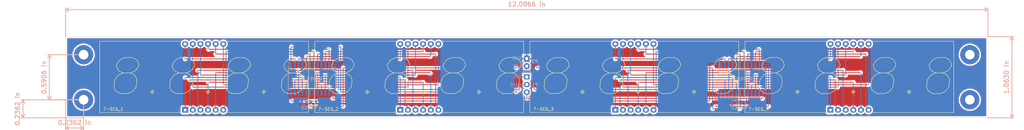
<source format=kicad_pcb>
(kicad_pcb (version 4) (host pcbnew 4.0.5+dfsg1-4)

  (general
    (links 68)
    (no_connects 0)
    (area 44.657143 115.3 372.85 154.050001)
    (thickness 1.6)
    (drawings 14)
    (tracks 500)
    (zones 0)
    (modules 16)
    (nets 42)
  )

  (page A3)
  (title_block
    (title cl0ck_display_PCB)
    (date 2018-06-18)
    (rev 1)
  )

  (layers
    (0 F.Cu signal)
    (31 B.Cu signal)
    (32 B.Adhes user)
    (33 F.Adhes user)
    (34 B.Paste user)
    (35 F.Paste user)
    (36 B.SilkS user)
    (37 F.SilkS user)
    (38 B.Mask user)
    (39 F.Mask user)
    (40 Dwgs.User user)
    (41 Cmts.User user)
    (42 Eco1.User user)
    (43 Eco2.User user)
    (44 Edge.Cuts user)
    (45 Margin user)
    (46 B.CrtYd user)
    (47 F.CrtYd user)
    (48 B.Fab user)
    (49 F.Fab user)
  )

  (setup
    (last_trace_width 0.25)
    (trace_clearance 0.2)
    (zone_clearance 0.508)
    (zone_45_only no)
    (trace_min 0.2)
    (segment_width 0.2)
    (edge_width 0.1)
    (via_size 0.6)
    (via_drill 0.4)
    (via_min_size 0.4)
    (via_min_drill 0.3)
    (uvia_size 0.3)
    (uvia_drill 0.1)
    (uvias_allowed no)
    (uvia_min_size 0.2)
    (uvia_min_drill 0.1)
    (pcb_text_width 0.3)
    (pcb_text_size 1.5 1.5)
    (mod_edge_width 0.15)
    (mod_text_size 1 1)
    (mod_text_width 0.15)
    (pad_size 1.5 1.5)
    (pad_drill 0.6)
    (pad_to_mask_clearance 0)
    (aux_axis_origin 0 0)
    (visible_elements FFFFFF7F)
    (pcbplotparams
      (layerselection 0x00030_80000001)
      (usegerberextensions false)
      (excludeedgelayer true)
      (linewidth 0.100000)
      (plotframeref false)
      (viasonmask false)
      (mode 1)
      (useauxorigin false)
      (hpglpennumber 1)
      (hpglpenspeed 20)
      (hpglpendiameter 15)
      (hpglpenoverlay 2)
      (psnegative false)
      (psa4output false)
      (plotreference true)
      (plotvalue true)
      (plotinvisibletext false)
      (padsonsilk false)
      (subtractmaskfromsilk false)
      (outputformat 1)
      (mirror false)
      (drillshape 0)
      (scaleselection 1)
      (outputdirectory Fab/))
  )

  (net 0 "")
  (net 1 DIG_03)
  (net 2 DIG_01)
  (net 3 DIG_02)
  (net 4 DIG_00)
  (net 5 DIG_07)
  (net 6 DIG_05)
  (net 7 DIG_06)
  (net 8 DIG_04)
  (net 9 DIG_11)
  (net 10 DIG_09)
  (net 11 DIG_10)
  (net 12 DIG_08)
  (net 13 DIG_15)
  (net 14 DIG_13)
  (net 15 DIG_14)
  (net 16 DIG_12)
  (net 17 VCC)
  (net 18 GND)
  (net 19 MOSI)
  (net 20 LOAD_SEGS)
  (net 21 SCK)
  (net 22 "Net-(DRIVER_1-Pad18)")
  (net 23 "Net-(DRIVER_1-Pad24)")
  (net 24 "Net-(DRIVER_2-Pad18)")
  (net 25 "Net-(DRIVER_2-Pad24)")
  (net 26 "SEG_E(1)")
  (net 27 "SEG_D(1)")
  (net 28 "SEG_DP(1)")
  (net 29 "SEG_C(1)")
  (net 30 "SEG_G(1)")
  (net 31 "SEG_A(1)")
  (net 32 "SEG_B(1)")
  (net 33 "SEG_F(1)")
  (net 34 "SEG_E(2)")
  (net 35 "SEG_D(2)")
  (net 36 "SEG_DP(2)")
  (net 37 "SEG_C(2)")
  (net 38 "SEG_G(2)")
  (net 39 "SEG_A(2)")
  (net 40 "SEG_B(2)")
  (net 41 "SEG_F(2)")

  (net_class Default "This is the default net class."
    (clearance 0.2)
    (trace_width 0.25)
    (via_dia 0.6)
    (via_drill 0.4)
    (uvia_dia 0.3)
    (uvia_drill 0.1)
    (add_net DIG_00)
    (add_net DIG_01)
    (add_net DIG_02)
    (add_net DIG_03)
    (add_net DIG_04)
    (add_net DIG_05)
    (add_net DIG_06)
    (add_net DIG_07)
    (add_net DIG_08)
    (add_net DIG_09)
    (add_net DIG_10)
    (add_net DIG_11)
    (add_net DIG_12)
    (add_net DIG_13)
    (add_net DIG_14)
    (add_net DIG_15)
    (add_net GND)
    (add_net LOAD_SEGS)
    (add_net MOSI)
    (add_net "Net-(DRIVER_1-Pad18)")
    (add_net "Net-(DRIVER_1-Pad24)")
    (add_net "Net-(DRIVER_2-Pad18)")
    (add_net "Net-(DRIVER_2-Pad24)")
    (add_net SCK)
    (add_net "SEG_A(1)")
    (add_net "SEG_A(2)")
    (add_net "SEG_B(1)")
    (add_net "SEG_B(2)")
    (add_net "SEG_C(1)")
    (add_net "SEG_C(2)")
    (add_net "SEG_D(1)")
    (add_net "SEG_D(2)")
    (add_net "SEG_DP(1)")
    (add_net "SEG_DP(2)")
    (add_net "SEG_E(1)")
    (add_net "SEG_E(2)")
    (add_net "SEG_F(1)")
    (add_net "SEG_F(2)")
    (add_net "SEG_G(1)")
    (add_net "SEG_G(2)")
    (add_net VCC)
  )

  (module cl0ck_display:4x7-SEG (layer F.Cu) (tedit 5B273EE7) (tstamp 5B274097)
    (at 89.8 151.4)
    (descr "4x7-segments, 14 mm, Kingbright CA56-12 and CC56-12 displays")
    (tags "7-segments display")
    (path /5B260EF9)
    (fp_text reference 7-SEG_1 (at -23.95 -0.28) (layer F.SilkS)
      (effects (font (size 1 1) (thickness 0.15)))
    )
    (fp_text value 00-03 (at -14.88 -0.28) (layer F.Fab)
      (effects (font (size 1 1) (thickness 0.15)))
    )
    (fp_text user 8.8.8.8 (at 7.62 -11) (layer F.SilkS)
      (effects (font (size 12 13) (thickness 0.15) italic))
    )
    (fp_line (start -29.45 1.85) (end 42.06 1.85) (layer F.CrtYd) (width 0.05))
    (fp_line (start 42.06 1.85) (end 42.06 -23.85) (layer F.CrtYd) (width 0.05))
    (fp_line (start 42.06 -23.85) (end -29.45 -23.85) (layer F.CrtYd) (width 0.05))
    (fp_line (start -29.45 -23.85) (end -29.45 1.85) (layer F.CrtYd) (width 0.05))
    (fp_line (start -28.45 0.85) (end 41.06 0.85) (layer F.SilkS) (width 0.15))
    (fp_line (start -28.45 -22.85) (end -28.45 0.85) (layer F.SilkS) (width 0.15))
    (fp_line (start 41.06 -22.85) (end -28.45 -22.85) (layer F.SilkS) (width 0.15))
    (fp_line (start 41.06 0.85) (end 41.06 -22.85) (layer F.SilkS) (width 0.15))
    (pad 1 thru_hole rect (at 0 0) (size 2.032 2.032) (drill 0.9144) (layers *.Cu *.Mask)
      (net 26 "SEG_E(1)"))
    (pad 2 thru_hole circle (at 2.54 0) (size 2 2) (drill 1) (layers *.Cu *.Mask)
      (net 27 "SEG_D(1)"))
    (pad 3 thru_hole circle (at 5.08 0) (size 2 2) (drill 1) (layers *.Cu *.Mask)
      (net 28 "SEG_DP(1)"))
    (pad 4 thru_hole circle (at 7.62 0) (size 2 2) (drill 1) (layers *.Cu *.Mask)
      (net 29 "SEG_C(1)"))
    (pad 5 thru_hole circle (at 10.16 0) (size 2 2) (drill 1) (layers *.Cu *.Mask)
      (net 30 "SEG_G(1)"))
    (pad 6 thru_hole circle (at 12.7 0) (size 2 2) (drill 1) (layers *.Cu *.Mask)
      (net 1 DIG_03))
    (pad 9 thru_hole circle (at 7.62 -22) (size 2 2) (drill 1) (layers *.Cu *.Mask)
      (net 2 DIG_01))
    (pad 8 thru_hole circle (at 10.16 -22) (size 2 2) (drill 1) (layers *.Cu *.Mask)
      (net 3 DIG_02))
    (pad 12 thru_hole circle (at 0 -22) (size 2 2) (drill 1) (layers *.Cu *.Mask)
      (net 4 DIG_00))
    (pad 11 thru_hole circle (at 2.54 -22) (size 2 2) (drill 1) (layers *.Cu *.Mask)
      (net 31 "SEG_A(1)"))
    (pad 7 thru_hole circle (at 12.7 -22) (size 2 2) (drill 1) (layers *.Cu *.Mask)
      (net 32 "SEG_B(1)"))
    (pad 10 thru_hole circle (at 5.08 -22) (size 2 2) (drill 1) (layers *.Cu *.Mask)
      (net 33 "SEG_F(1)"))
    (model Displays_7-Segment.3dshapes/Cx56-12.wrl
      (at (xyz 0.254 0.3 0.03937))
      (scale (xyz 0.393701 0.393701 0.393701))
      (rotate (xyz 0 0 0))
    )
  )

  (module cl0ck_display:4x7-SEG (layer F.Cu) (tedit 5B273EE7) (tstamp 5B2740A8)
    (at 161.4 151.4)
    (descr "4x7-segments, 14 mm, Kingbright CA56-12 and CC56-12 displays")
    (tags "7-segments display")
    (path /5B2610B6)
    (fp_text reference 7-SEG_2 (at -23.95 -0.28) (layer F.SilkS)
      (effects (font (size 1 1) (thickness 0.15)))
    )
    (fp_text value 04-07 (at -14.88 -0.28) (layer F.Fab)
      (effects (font (size 1 1) (thickness 0.15)))
    )
    (fp_text user 8.8.8.8 (at 7.62 -11) (layer F.SilkS)
      (effects (font (size 12 13) (thickness 0.15) italic))
    )
    (fp_line (start -29.45 1.85) (end 42.06 1.85) (layer F.CrtYd) (width 0.05))
    (fp_line (start 42.06 1.85) (end 42.06 -23.85) (layer F.CrtYd) (width 0.05))
    (fp_line (start 42.06 -23.85) (end -29.45 -23.85) (layer F.CrtYd) (width 0.05))
    (fp_line (start -29.45 -23.85) (end -29.45 1.85) (layer F.CrtYd) (width 0.05))
    (fp_line (start -28.45 0.85) (end 41.06 0.85) (layer F.SilkS) (width 0.15))
    (fp_line (start -28.45 -22.85) (end -28.45 0.85) (layer F.SilkS) (width 0.15))
    (fp_line (start 41.06 -22.85) (end -28.45 -22.85) (layer F.SilkS) (width 0.15))
    (fp_line (start 41.06 0.85) (end 41.06 -22.85) (layer F.SilkS) (width 0.15))
    (pad 1 thru_hole rect (at 0 0) (size 2.032 2.032) (drill 0.9144) (layers *.Cu *.Mask)
      (net 26 "SEG_E(1)"))
    (pad 2 thru_hole circle (at 2.54 0) (size 2 2) (drill 1) (layers *.Cu *.Mask)
      (net 27 "SEG_D(1)"))
    (pad 3 thru_hole circle (at 5.08 0) (size 2 2) (drill 1) (layers *.Cu *.Mask)
      (net 28 "SEG_DP(1)"))
    (pad 4 thru_hole circle (at 7.62 0) (size 2 2) (drill 1) (layers *.Cu *.Mask)
      (net 29 "SEG_C(1)"))
    (pad 5 thru_hole circle (at 10.16 0) (size 2 2) (drill 1) (layers *.Cu *.Mask)
      (net 30 "SEG_G(1)"))
    (pad 6 thru_hole circle (at 12.7 0) (size 2 2) (drill 1) (layers *.Cu *.Mask)
      (net 5 DIG_07))
    (pad 9 thru_hole circle (at 7.62 -22) (size 2 2) (drill 1) (layers *.Cu *.Mask)
      (net 6 DIG_05))
    (pad 8 thru_hole circle (at 10.16 -22) (size 2 2) (drill 1) (layers *.Cu *.Mask)
      (net 7 DIG_06))
    (pad 12 thru_hole circle (at 0 -22) (size 2 2) (drill 1) (layers *.Cu *.Mask)
      (net 8 DIG_04))
    (pad 11 thru_hole circle (at 2.54 -22) (size 2 2) (drill 1) (layers *.Cu *.Mask)
      (net 31 "SEG_A(1)"))
    (pad 7 thru_hole circle (at 12.7 -22) (size 2 2) (drill 1) (layers *.Cu *.Mask)
      (net 32 "SEG_B(1)"))
    (pad 10 thru_hole circle (at 5.08 -22) (size 2 2) (drill 1) (layers *.Cu *.Mask)
      (net 33 "SEG_F(1)"))
    (model Displays_7-Segment.3dshapes/Cx56-12.wrl
      (at (xyz 0.254 0.3 0.03937))
      (scale (xyz 0.393701 0.393701 0.393701))
      (rotate (xyz 0 0 0))
    )
  )

  (module cl0ck_display:4x7-SEG (layer F.Cu) (tedit 5B273EE7) (tstamp 5B2740B9)
    (at 233 151.4)
    (descr "4x7-segments, 14 mm, Kingbright CA56-12 and CC56-12 displays")
    (tags "7-segments display")
    (path /5B26111F)
    (fp_text reference 7-SEG_3 (at -23.95 -0.28) (layer F.SilkS)
      (effects (font (size 1 1) (thickness 0.15)))
    )
    (fp_text value 08-11 (at -14.88 -0.28) (layer F.Fab)
      (effects (font (size 1 1) (thickness 0.15)))
    )
    (fp_text user 8.8.8.8 (at 7.62 -11) (layer F.SilkS)
      (effects (font (size 12 13) (thickness 0.15) italic))
    )
    (fp_line (start -29.45 1.85) (end 42.06 1.85) (layer F.CrtYd) (width 0.05))
    (fp_line (start 42.06 1.85) (end 42.06 -23.85) (layer F.CrtYd) (width 0.05))
    (fp_line (start 42.06 -23.85) (end -29.45 -23.85) (layer F.CrtYd) (width 0.05))
    (fp_line (start -29.45 -23.85) (end -29.45 1.85) (layer F.CrtYd) (width 0.05))
    (fp_line (start -28.45 0.85) (end 41.06 0.85) (layer F.SilkS) (width 0.15))
    (fp_line (start -28.45 -22.85) (end -28.45 0.85) (layer F.SilkS) (width 0.15))
    (fp_line (start 41.06 -22.85) (end -28.45 -22.85) (layer F.SilkS) (width 0.15))
    (fp_line (start 41.06 0.85) (end 41.06 -22.85) (layer F.SilkS) (width 0.15))
    (pad 1 thru_hole rect (at 0 0) (size 2.032 2.032) (drill 0.9144) (layers *.Cu *.Mask)
      (net 34 "SEG_E(2)"))
    (pad 2 thru_hole circle (at 2.54 0) (size 2 2) (drill 1) (layers *.Cu *.Mask)
      (net 35 "SEG_D(2)"))
    (pad 3 thru_hole circle (at 5.08 0) (size 2 2) (drill 1) (layers *.Cu *.Mask)
      (net 36 "SEG_DP(2)"))
    (pad 4 thru_hole circle (at 7.62 0) (size 2 2) (drill 1) (layers *.Cu *.Mask)
      (net 37 "SEG_C(2)"))
    (pad 5 thru_hole circle (at 10.16 0) (size 2 2) (drill 1) (layers *.Cu *.Mask)
      (net 38 "SEG_G(2)"))
    (pad 6 thru_hole circle (at 12.7 0) (size 2 2) (drill 1) (layers *.Cu *.Mask)
      (net 9 DIG_11))
    (pad 9 thru_hole circle (at 7.62 -22) (size 2 2) (drill 1) (layers *.Cu *.Mask)
      (net 10 DIG_09))
    (pad 8 thru_hole circle (at 10.16 -22) (size 2 2) (drill 1) (layers *.Cu *.Mask)
      (net 11 DIG_10))
    (pad 12 thru_hole circle (at 0 -22) (size 2 2) (drill 1) (layers *.Cu *.Mask)
      (net 12 DIG_08))
    (pad 11 thru_hole circle (at 2.54 -22) (size 2 2) (drill 1) (layers *.Cu *.Mask)
      (net 39 "SEG_A(2)"))
    (pad 7 thru_hole circle (at 12.7 -22) (size 2 2) (drill 1) (layers *.Cu *.Mask)
      (net 40 "SEG_B(2)"))
    (pad 10 thru_hole circle (at 5.08 -22) (size 2 2) (drill 1) (layers *.Cu *.Mask)
      (net 41 "SEG_F(2)"))
    (model Displays_7-Segment.3dshapes/Cx56-12.wrl
      (at (xyz 0.254 0.3 0.03937))
      (scale (xyz 0.393701 0.393701 0.393701))
      (rotate (xyz 0 0 0))
    )
  )

  (module cl0ck_display:4x7-SEG (layer F.Cu) (tedit 5B273EE7) (tstamp 5B2740CA)
    (at 304.6 151.4)
    (descr "4x7-segments, 14 mm, Kingbright CA56-12 and CC56-12 displays")
    (tags "7-segments display")
    (path /5B261195)
    (fp_text reference 7-SEG_4 (at -23.95 -0.28) (layer F.SilkS)
      (effects (font (size 1 1) (thickness 0.15)))
    )
    (fp_text value 12-15 (at -14.88 -0.28) (layer F.Fab)
      (effects (font (size 1 1) (thickness 0.15)))
    )
    (fp_text user 8.8.8.8 (at 7.62 -11) (layer F.SilkS)
      (effects (font (size 12 13) (thickness 0.15) italic))
    )
    (fp_line (start -29.45 1.85) (end 42.06 1.85) (layer F.CrtYd) (width 0.05))
    (fp_line (start 42.06 1.85) (end 42.06 -23.85) (layer F.CrtYd) (width 0.05))
    (fp_line (start 42.06 -23.85) (end -29.45 -23.85) (layer F.CrtYd) (width 0.05))
    (fp_line (start -29.45 -23.85) (end -29.45 1.85) (layer F.CrtYd) (width 0.05))
    (fp_line (start -28.45 0.85) (end 41.06 0.85) (layer F.SilkS) (width 0.15))
    (fp_line (start -28.45 -22.85) (end -28.45 0.85) (layer F.SilkS) (width 0.15))
    (fp_line (start 41.06 -22.85) (end -28.45 -22.85) (layer F.SilkS) (width 0.15))
    (fp_line (start 41.06 0.85) (end 41.06 -22.85) (layer F.SilkS) (width 0.15))
    (pad 1 thru_hole rect (at 0 0) (size 2.032 2.032) (drill 0.9144) (layers *.Cu *.Mask)
      (net 34 "SEG_E(2)"))
    (pad 2 thru_hole circle (at 2.54 0) (size 2 2) (drill 1) (layers *.Cu *.Mask)
      (net 35 "SEG_D(2)"))
    (pad 3 thru_hole circle (at 5.08 0) (size 2 2) (drill 1) (layers *.Cu *.Mask)
      (net 36 "SEG_DP(2)"))
    (pad 4 thru_hole circle (at 7.62 0) (size 2 2) (drill 1) (layers *.Cu *.Mask)
      (net 37 "SEG_C(2)"))
    (pad 5 thru_hole circle (at 10.16 0) (size 2 2) (drill 1) (layers *.Cu *.Mask)
      (net 38 "SEG_G(2)"))
    (pad 6 thru_hole circle (at 12.7 0) (size 2 2) (drill 1) (layers *.Cu *.Mask)
      (net 13 DIG_15))
    (pad 9 thru_hole circle (at 7.62 -22) (size 2 2) (drill 1) (layers *.Cu *.Mask)
      (net 14 DIG_13))
    (pad 8 thru_hole circle (at 10.16 -22) (size 2 2) (drill 1) (layers *.Cu *.Mask)
      (net 15 DIG_14))
    (pad 12 thru_hole circle (at 0 -22) (size 2 2) (drill 1) (layers *.Cu *.Mask)
      (net 16 DIG_12))
    (pad 11 thru_hole circle (at 2.54 -22) (size 2 2) (drill 1) (layers *.Cu *.Mask)
      (net 39 "SEG_A(2)"))
    (pad 7 thru_hole circle (at 12.7 -22) (size 2 2) (drill 1) (layers *.Cu *.Mask)
      (net 40 "SEG_B(2)"))
    (pad 10 thru_hole circle (at 5.08 -22) (size 2 2) (drill 1) (layers *.Cu *.Mask)
      (net 41 "SEG_F(2)"))
    (model Displays_7-Segment.3dshapes/Cx56-12.wrl
      (at (xyz 0.254 0.3 0.03937))
      (scale (xyz 0.393701 0.393701 0.393701))
      (rotate (xyz 0 0 0))
    )
  )

  (module Capacitors_SMD:C_0603 (layer B.Cu) (tedit 5B278FA5) (tstamp 5B2740D0)
    (at 129.4 149 180)
    (descr "Capacitor SMD 0603, reflow soldering, AVX (see smccp.pdf)")
    (tags "capacitor 0603")
    (path /5B2643A4)
    (attr smd)
    (fp_text reference C1 (at 0 -1.6 180) (layer B.SilkS)
      (effects (font (size 1 1) (thickness 0.15)) (justify mirror))
    )
    (fp_text value 1.0uF (at 0.8 1.4 180) (layer B.Fab)
      (effects (font (size 1 1) (thickness 0.15)) (justify mirror))
    )
    (fp_line (start -0.8 -0.4) (end -0.8 0.4) (layer B.Fab) (width 0.15))
    (fp_line (start 0.8 -0.4) (end -0.8 -0.4) (layer B.Fab) (width 0.15))
    (fp_line (start 0.8 0.4) (end 0.8 -0.4) (layer B.Fab) (width 0.15))
    (fp_line (start -0.8 0.4) (end 0.8 0.4) (layer B.Fab) (width 0.15))
    (fp_line (start -1.45 0.75) (end 1.45 0.75) (layer B.CrtYd) (width 0.05))
    (fp_line (start -1.45 -0.75) (end 1.45 -0.75) (layer B.CrtYd) (width 0.05))
    (fp_line (start -1.45 0.75) (end -1.45 -0.75) (layer B.CrtYd) (width 0.05))
    (fp_line (start 1.45 0.75) (end 1.45 -0.75) (layer B.CrtYd) (width 0.05))
    (fp_line (start -0.35 0.6) (end 0.35 0.6) (layer B.SilkS) (width 0.15))
    (fp_line (start 0.35 -0.6) (end -0.35 -0.6) (layer B.SilkS) (width 0.15))
    (pad 1 smd rect (at -0.75 0 180) (size 0.8 0.75) (layers B.Cu B.Paste B.Mask)
      (net 17 VCC))
    (pad 2 smd rect (at 0.75 0 180) (size 0.8 0.75) (layers B.Cu B.Paste B.Mask)
      (net 18 GND))
    (model Capacitors_SMD.3dshapes/C_0603.wrl
      (at (xyz 0 0 0))
      (scale (xyz 1 1 1))
      (rotate (xyz 0 0 0))
    )
  )

  (module Capacitors_SMD:C_0603 (layer B.Cu) (tedit 5B278F9A) (tstamp 5B2740D6)
    (at 272.6 149 180)
    (descr "Capacitor SMD 0603, reflow soldering, AVX (see smccp.pdf)")
    (tags "capacitor 0603")
    (path /5B266651)
    (attr smd)
    (fp_text reference C2 (at 0 -1.6 180) (layer B.SilkS)
      (effects (font (size 1 1) (thickness 0.15)) (justify mirror))
    )
    (fp_text value 1.0uF (at 0.6 1.4 180) (layer B.Fab)
      (effects (font (size 1 1) (thickness 0.15)) (justify mirror))
    )
    (fp_line (start -0.8 -0.4) (end -0.8 0.4) (layer B.Fab) (width 0.15))
    (fp_line (start 0.8 -0.4) (end -0.8 -0.4) (layer B.Fab) (width 0.15))
    (fp_line (start 0.8 0.4) (end 0.8 -0.4) (layer B.Fab) (width 0.15))
    (fp_line (start -0.8 0.4) (end 0.8 0.4) (layer B.Fab) (width 0.15))
    (fp_line (start -1.45 0.75) (end 1.45 0.75) (layer B.CrtYd) (width 0.05))
    (fp_line (start -1.45 -0.75) (end 1.45 -0.75) (layer B.CrtYd) (width 0.05))
    (fp_line (start -1.45 0.75) (end -1.45 -0.75) (layer B.CrtYd) (width 0.05))
    (fp_line (start 1.45 0.75) (end 1.45 -0.75) (layer B.CrtYd) (width 0.05))
    (fp_line (start -0.35 0.6) (end 0.35 0.6) (layer B.SilkS) (width 0.15))
    (fp_line (start 0.35 -0.6) (end -0.35 -0.6) (layer B.SilkS) (width 0.15))
    (pad 1 smd rect (at -0.75 0 180) (size 0.8 0.75) (layers B.Cu B.Paste B.Mask)
      (net 17 VCC))
    (pad 2 smd rect (at 0.75 0 180) (size 0.8 0.75) (layers B.Cu B.Paste B.Mask)
      (net 18 GND))
    (model Capacitors_SMD.3dshapes/C_0603.wrl
      (at (xyz 0 0 0))
      (scale (xyz 1 1 1))
      (rotate (xyz 0 0 0))
    )
  )

  (module Housings_SOIC:SOIC-24W_7.5x15.4mm_Pitch1.27mm (layer B.Cu) (tedit 5B2790FA) (tstamp 5B2740F2)
    (at 132 141 270)
    (descr "24-Lead Plastic Small Outline (SO) - Wide, 7.50 mm Body [SOIC] (see Microchip Packaging Specification 00000049BS.pdf)")
    (tags "SOIC 1.27")
    (path /5B273921)
    (attr smd)
    (fp_text reference DRIVER_1 (at 0 0 360) (layer B.SilkS)
      (effects (font (size 1 1) (thickness 0.15)) (justify mirror))
    )
    (fp_text value MAX-7219 (at 0 -8.8 270) (layer B.Fab)
      (effects (font (size 1 1) (thickness 0.15)) (justify mirror))
    )
    (fp_line (start -2.75 7.7) (end 3.75 7.7) (layer B.Fab) (width 0.15))
    (fp_line (start 3.75 7.7) (end 3.75 -7.7) (layer B.Fab) (width 0.15))
    (fp_line (start 3.75 -7.7) (end -3.75 -7.7) (layer B.Fab) (width 0.15))
    (fp_line (start -3.75 -7.7) (end -3.75 6.7) (layer B.Fab) (width 0.15))
    (fp_line (start -3.75 6.7) (end -2.75 7.7) (layer B.Fab) (width 0.15))
    (fp_line (start -5.95 8.05) (end -5.95 -8.05) (layer B.CrtYd) (width 0.05))
    (fp_line (start 5.95 8.05) (end 5.95 -8.05) (layer B.CrtYd) (width 0.05))
    (fp_line (start -5.95 8.05) (end 5.95 8.05) (layer B.CrtYd) (width 0.05))
    (fp_line (start -5.95 -8.05) (end 5.95 -8.05) (layer B.CrtYd) (width 0.05))
    (fp_line (start -3.875 7.875) (end -3.875 7.6) (layer B.SilkS) (width 0.15))
    (fp_line (start 3.875 7.875) (end 3.875 7.51) (layer B.SilkS) (width 0.15))
    (fp_line (start 3.875 -7.875) (end 3.875 -7.51) (layer B.SilkS) (width 0.15))
    (fp_line (start -3.875 -7.875) (end -3.875 -7.51) (layer B.SilkS) (width 0.15))
    (fp_line (start -3.875 7.875) (end 3.875 7.875) (layer B.SilkS) (width 0.15))
    (fp_line (start -3.875 -7.875) (end 3.875 -7.875) (layer B.SilkS) (width 0.15))
    (fp_line (start -3.875 7.6) (end -5.7 7.6) (layer B.SilkS) (width 0.15))
    (pad 1 smd rect (at -4.7 6.985 270) (size 2 0.6) (layers B.Cu B.Paste B.Mask)
      (net 19 MOSI))
    (pad 2 smd rect (at -4.7 5.715 270) (size 2 0.6) (layers B.Cu B.Paste B.Mask)
      (net 4 DIG_00))
    (pad 3 smd rect (at -4.7 4.445 270) (size 2 0.6) (layers B.Cu B.Paste B.Mask)
      (net 8 DIG_04))
    (pad 4 smd rect (at -4.7 3.175 270) (size 2 0.6) (layers B.Cu B.Paste B.Mask)
      (net 18 GND))
    (pad 5 smd rect (at -4.7 1.905 270) (size 2 0.6) (layers B.Cu B.Paste B.Mask)
      (net 7 DIG_06))
    (pad 6 smd rect (at -4.7 0.635 270) (size 2 0.6) (layers B.Cu B.Paste B.Mask)
      (net 3 DIG_02))
    (pad 7 smd rect (at -4.7 -0.635 270) (size 2 0.6) (layers B.Cu B.Paste B.Mask)
      (net 1 DIG_03))
    (pad 8 smd rect (at -4.7 -1.905 270) (size 2 0.6) (layers B.Cu B.Paste B.Mask)
      (net 5 DIG_07))
    (pad 9 smd rect (at -4.7 -3.175 270) (size 2 0.6) (layers B.Cu B.Paste B.Mask)
      (net 18 GND))
    (pad 10 smd rect (at -4.7 -4.445 270) (size 2 0.6) (layers B.Cu B.Paste B.Mask)
      (net 6 DIG_05))
    (pad 11 smd rect (at -4.7 -5.715 270) (size 2 0.6) (layers B.Cu B.Paste B.Mask)
      (net 2 DIG_01))
    (pad 12 smd rect (at -4.7 -6.985 270) (size 2 0.6) (layers B.Cu B.Paste B.Mask)
      (net 20 LOAD_SEGS))
    (pad 13 smd rect (at 4.7 -6.985 270) (size 2 0.6) (layers B.Cu B.Paste B.Mask)
      (net 21 SCK))
    (pad 14 smd rect (at 4.7 -5.715 270) (size 2 0.6) (layers B.Cu B.Paste B.Mask)
      (net 31 "SEG_A(1)"))
    (pad 15 smd rect (at 4.7 -4.445 270) (size 2 0.6) (layers B.Cu B.Paste B.Mask)
      (net 33 "SEG_F(1)"))
    (pad 16 smd rect (at 4.7 -3.175 270) (size 2 0.6) (layers B.Cu B.Paste B.Mask)
      (net 32 "SEG_B(1)"))
    (pad 17 smd rect (at 4.7 -1.905 270) (size 2 0.6) (layers B.Cu B.Paste B.Mask)
      (net 30 "SEG_G(1)"))
    (pad 18 smd rect (at 4.7 -0.635 270) (size 2 0.6) (layers B.Cu B.Paste B.Mask)
      (net 22 "Net-(DRIVER_1-Pad18)"))
    (pad 19 smd rect (at 4.7 0.635 270) (size 2 0.6) (layers B.Cu B.Paste B.Mask)
      (net 17 VCC))
    (pad 20 smd rect (at 4.7 1.905 270) (size 2 0.6) (layers B.Cu B.Paste B.Mask)
      (net 29 "SEG_C(1)"))
    (pad 21 smd rect (at 4.7 3.175 270) (size 2 0.6) (layers B.Cu B.Paste B.Mask)
      (net 26 "SEG_E(1)"))
    (pad 22 smd rect (at 4.7 4.445 270) (size 2 0.6) (layers B.Cu B.Paste B.Mask)
      (net 28 "SEG_DP(1)"))
    (pad 23 smd rect (at 4.7 5.715 270) (size 2 0.6) (layers B.Cu B.Paste B.Mask)
      (net 27 "SEG_D(1)"))
    (pad 24 smd rect (at 4.7 6.985 270) (size 2 0.6) (layers B.Cu B.Paste B.Mask)
      (net 23 "Net-(DRIVER_1-Pad24)"))
    (model Housings_SOIC.3dshapes/SOIC-24_7.5x15.4mm_Pitch1.27mm.wrl
      (at (xyz 0 0 0))
      (scale (xyz 1 1 1))
      (rotate (xyz 0 0 0))
    )
  )

  (module Housings_SOIC:SOIC-24W_7.5x15.4mm_Pitch1.27mm (layer B.Cu) (tedit 5B279109) (tstamp 5B27410E)
    (at 275.2 141 270)
    (descr "24-Lead Plastic Small Outline (SO) - Wide, 7.50 mm Body [SOIC] (see Microchip Packaging Specification 00000049BS.pdf)")
    (tags "SOIC 1.27")
    (path /5B273A06)
    (attr smd)
    (fp_text reference DRIVER_2 (at 0 0 360) (layer B.SilkS)
      (effects (font (size 1 1) (thickness 0.15)) (justify mirror))
    )
    (fp_text value MAX-7219 (at 0 -8.8 270) (layer B.Fab)
      (effects (font (size 1 1) (thickness 0.15)) (justify mirror))
    )
    (fp_line (start -2.75 7.7) (end 3.75 7.7) (layer B.Fab) (width 0.15))
    (fp_line (start 3.75 7.7) (end 3.75 -7.7) (layer B.Fab) (width 0.15))
    (fp_line (start 3.75 -7.7) (end -3.75 -7.7) (layer B.Fab) (width 0.15))
    (fp_line (start -3.75 -7.7) (end -3.75 6.7) (layer B.Fab) (width 0.15))
    (fp_line (start -3.75 6.7) (end -2.75 7.7) (layer B.Fab) (width 0.15))
    (fp_line (start -5.95 8.05) (end -5.95 -8.05) (layer B.CrtYd) (width 0.05))
    (fp_line (start 5.95 8.05) (end 5.95 -8.05) (layer B.CrtYd) (width 0.05))
    (fp_line (start -5.95 8.05) (end 5.95 8.05) (layer B.CrtYd) (width 0.05))
    (fp_line (start -5.95 -8.05) (end 5.95 -8.05) (layer B.CrtYd) (width 0.05))
    (fp_line (start -3.875 7.875) (end -3.875 7.6) (layer B.SilkS) (width 0.15))
    (fp_line (start 3.875 7.875) (end 3.875 7.51) (layer B.SilkS) (width 0.15))
    (fp_line (start 3.875 -7.875) (end 3.875 -7.51) (layer B.SilkS) (width 0.15))
    (fp_line (start -3.875 -7.875) (end -3.875 -7.51) (layer B.SilkS) (width 0.15))
    (fp_line (start -3.875 7.875) (end 3.875 7.875) (layer B.SilkS) (width 0.15))
    (fp_line (start -3.875 -7.875) (end 3.875 -7.875) (layer B.SilkS) (width 0.15))
    (fp_line (start -3.875 7.6) (end -5.7 7.6) (layer B.SilkS) (width 0.15))
    (pad 1 smd rect (at -4.7 6.985 270) (size 2 0.6) (layers B.Cu B.Paste B.Mask)
      (net 23 "Net-(DRIVER_1-Pad24)"))
    (pad 2 smd rect (at -4.7 5.715 270) (size 2 0.6) (layers B.Cu B.Paste B.Mask)
      (net 12 DIG_08))
    (pad 3 smd rect (at -4.7 4.445 270) (size 2 0.6) (layers B.Cu B.Paste B.Mask)
      (net 16 DIG_12))
    (pad 4 smd rect (at -4.7 3.175 270) (size 2 0.6) (layers B.Cu B.Paste B.Mask)
      (net 18 GND))
    (pad 5 smd rect (at -4.7 1.905 270) (size 2 0.6) (layers B.Cu B.Paste B.Mask)
      (net 15 DIG_14))
    (pad 6 smd rect (at -4.7 0.635 270) (size 2 0.6) (layers B.Cu B.Paste B.Mask)
      (net 11 DIG_10))
    (pad 7 smd rect (at -4.7 -0.635 270) (size 2 0.6) (layers B.Cu B.Paste B.Mask)
      (net 9 DIG_11))
    (pad 8 smd rect (at -4.7 -1.905 270) (size 2 0.6) (layers B.Cu B.Paste B.Mask)
      (net 13 DIG_15))
    (pad 9 smd rect (at -4.7 -3.175 270) (size 2 0.6) (layers B.Cu B.Paste B.Mask)
      (net 18 GND))
    (pad 10 smd rect (at -4.7 -4.445 270) (size 2 0.6) (layers B.Cu B.Paste B.Mask)
      (net 14 DIG_13))
    (pad 11 smd rect (at -4.7 -5.715 270) (size 2 0.6) (layers B.Cu B.Paste B.Mask)
      (net 10 DIG_09))
    (pad 12 smd rect (at -4.7 -6.985 270) (size 2 0.6) (layers B.Cu B.Paste B.Mask)
      (net 20 LOAD_SEGS))
    (pad 13 smd rect (at 4.7 -6.985 270) (size 2 0.6) (layers B.Cu B.Paste B.Mask)
      (net 21 SCK))
    (pad 14 smd rect (at 4.7 -5.715 270) (size 2 0.6) (layers B.Cu B.Paste B.Mask)
      (net 39 "SEG_A(2)"))
    (pad 15 smd rect (at 4.7 -4.445 270) (size 2 0.6) (layers B.Cu B.Paste B.Mask)
      (net 41 "SEG_F(2)"))
    (pad 16 smd rect (at 4.7 -3.175 270) (size 2 0.6) (layers B.Cu B.Paste B.Mask)
      (net 40 "SEG_B(2)"))
    (pad 17 smd rect (at 4.7 -1.905 270) (size 2 0.6) (layers B.Cu B.Paste B.Mask)
      (net 38 "SEG_G(2)"))
    (pad 18 smd rect (at 4.7 -0.635 270) (size 2 0.6) (layers B.Cu B.Paste B.Mask)
      (net 24 "Net-(DRIVER_2-Pad18)"))
    (pad 19 smd rect (at 4.7 0.635 270) (size 2 0.6) (layers B.Cu B.Paste B.Mask)
      (net 17 VCC))
    (pad 20 smd rect (at 4.7 1.905 270) (size 2 0.6) (layers B.Cu B.Paste B.Mask)
      (net 37 "SEG_C(2)"))
    (pad 21 smd rect (at 4.7 3.175 270) (size 2 0.6) (layers B.Cu B.Paste B.Mask)
      (net 34 "SEG_E(2)"))
    (pad 22 smd rect (at 4.7 4.445 270) (size 2 0.6) (layers B.Cu B.Paste B.Mask)
      (net 36 "SEG_DP(2)"))
    (pad 23 smd rect (at 4.7 5.715 270) (size 2 0.6) (layers B.Cu B.Paste B.Mask)
      (net 35 "SEG_D(2)"))
    (pad 24 smd rect (at 4.7 6.985 270) (size 2 0.6) (layers B.Cu B.Paste B.Mask)
      (net 25 "Net-(DRIVER_2-Pad24)"))
    (model Housings_SOIC.3dshapes/SOIC-24_7.5x15.4mm_Pitch1.27mm.wrl
      (at (xyz 0 0 0))
      (scale (xyz 1 1 1))
      (rotate (xyz 0 0 0))
    )
  )

  (module Pin_Headers:Pin_Header_Straight_1x03 (layer B.Cu) (tedit 5B278FE7) (tstamp 5B274115)
    (at 203.5 140.4 180)
    (descr "Through hole pin header")
    (tags "pin header")
    (path /5B2768CE)
    (fp_text reference P1 (at -2.7 -2.6 180) (layer B.SilkS)
      (effects (font (size 1 1) (thickness 0.15)) (justify mirror))
    )
    (fp_text value CONN_01X03 (at 0 3.1 180) (layer B.Fab)
      (effects (font (size 1 1) (thickness 0.15)) (justify mirror))
    )
    (fp_line (start -1.75 1.75) (end -1.75 -6.85) (layer B.CrtYd) (width 0.05))
    (fp_line (start 1.75 1.75) (end 1.75 -6.85) (layer B.CrtYd) (width 0.05))
    (fp_line (start -1.75 1.75) (end 1.75 1.75) (layer B.CrtYd) (width 0.05))
    (fp_line (start -1.75 -6.85) (end 1.75 -6.85) (layer B.CrtYd) (width 0.05))
    (fp_line (start -1.27 -1.27) (end -1.27 -6.35) (layer B.SilkS) (width 0.15))
    (fp_line (start -1.27 -6.35) (end 1.27 -6.35) (layer B.SilkS) (width 0.15))
    (fp_line (start 1.27 -6.35) (end 1.27 -1.27) (layer B.SilkS) (width 0.15))
    (fp_line (start 1.55 1.55) (end 1.55 0) (layer B.SilkS) (width 0.15))
    (fp_line (start 1.27 -1.27) (end -1.27 -1.27) (layer B.SilkS) (width 0.15))
    (fp_line (start -1.55 0) (end -1.55 1.55) (layer B.SilkS) (width 0.15))
    (fp_line (start -1.55 1.55) (end 1.55 1.55) (layer B.SilkS) (width 0.15))
    (pad 1 thru_hole rect (at 0 0 180) (size 2.032 1.7272) (drill 1.016) (layers *.Cu *.Mask)
      (net 19 MOSI))
    (pad 2 thru_hole oval (at 0 -2.54 180) (size 2.032 1.7272) (drill 1.016) (layers *.Cu *.Mask)
      (net 20 LOAD_SEGS))
    (pad 3 thru_hole oval (at 0 -5.08 180) (size 2.032 1.7272) (drill 1.016) (layers *.Cu *.Mask)
      (net 21 SCK))
    (model Pin_Headers.3dshapes/Pin_Header_Straight_1x03.wrl
      (at (xyz 0 -0.1 0))
      (scale (xyz 1 1 1))
      (rotate (xyz 0 0 90))
    )
  )

  (module Pin_Headers:Pin_Header_Straight_1x02 (layer B.Cu) (tedit 5B278FDB) (tstamp 5B27411B)
    (at 203.5 134.3 180)
    (descr "Through hole pin header")
    (tags "pin header")
    (path /5B276921)
    (fp_text reference P2 (at -2.7 -0.9 180) (layer B.SilkS)
      (effects (font (size 1 1) (thickness 0.15)) (justify mirror))
    )
    (fp_text value CONN_01X02 (at 0 3.1 180) (layer B.Fab)
      (effects (font (size 1 1) (thickness 0.15)) (justify mirror))
    )
    (fp_line (start 1.27 -1.27) (end 1.27 -3.81) (layer B.SilkS) (width 0.15))
    (fp_line (start 1.55 1.55) (end 1.55 0) (layer B.SilkS) (width 0.15))
    (fp_line (start -1.75 1.75) (end -1.75 -4.3) (layer B.CrtYd) (width 0.05))
    (fp_line (start 1.75 1.75) (end 1.75 -4.3) (layer B.CrtYd) (width 0.05))
    (fp_line (start -1.75 1.75) (end 1.75 1.75) (layer B.CrtYd) (width 0.05))
    (fp_line (start -1.75 -4.3) (end 1.75 -4.3) (layer B.CrtYd) (width 0.05))
    (fp_line (start 1.27 -1.27) (end -1.27 -1.27) (layer B.SilkS) (width 0.15))
    (fp_line (start -1.55 0) (end -1.55 1.55) (layer B.SilkS) (width 0.15))
    (fp_line (start -1.55 1.55) (end 1.55 1.55) (layer B.SilkS) (width 0.15))
    (fp_line (start -1.27 -1.27) (end -1.27 -3.81) (layer B.SilkS) (width 0.15))
    (fp_line (start -1.27 -3.81) (end 1.27 -3.81) (layer B.SilkS) (width 0.15))
    (pad 1 thru_hole rect (at 0 0 180) (size 2.032 2.032) (drill 1.016) (layers *.Cu *.Mask)
      (net 18 GND))
    (pad 2 thru_hole oval (at 0 -2.54 180) (size 2.032 2.032) (drill 1.016) (layers *.Cu *.Mask)
      (net 17 VCC))
    (model Pin_Headers.3dshapes/Pin_Header_Straight_1x02.wrl
      (at (xyz 0 -0.05 0))
      (scale (xyz 1 1 1))
      (rotate (xyz 0 0 90))
    )
  )

  (module Resistors_SMD:R_0603 (layer B.Cu) (tedit 5B278FA3) (tstamp 5B274121)
    (at 132.6 149)
    (descr "Resistor SMD 0603, reflow soldering, Vishay (see dcrcw.pdf)")
    (tags "resistor 0603")
    (path /5B25F133)
    (attr smd)
    (fp_text reference R1 (at 0 1.6) (layer B.SilkS)
      (effects (font (size 1 1) (thickness 0.15)) (justify mirror))
    )
    (fp_text value 24.5k (at 0.8 -1.4) (layer B.Fab)
      (effects (font (size 1 1) (thickness 0.15)) (justify mirror))
    )
    (fp_line (start -0.8 -0.4) (end -0.8 0.4) (layer B.Fab) (width 0.1))
    (fp_line (start 0.8 -0.4) (end -0.8 -0.4) (layer B.Fab) (width 0.1))
    (fp_line (start 0.8 0.4) (end 0.8 -0.4) (layer B.Fab) (width 0.1))
    (fp_line (start -0.8 0.4) (end 0.8 0.4) (layer B.Fab) (width 0.1))
    (fp_line (start -1.3 0.8) (end 1.3 0.8) (layer B.CrtYd) (width 0.05))
    (fp_line (start -1.3 -0.8) (end 1.3 -0.8) (layer B.CrtYd) (width 0.05))
    (fp_line (start -1.3 0.8) (end -1.3 -0.8) (layer B.CrtYd) (width 0.05))
    (fp_line (start 1.3 0.8) (end 1.3 -0.8) (layer B.CrtYd) (width 0.05))
    (fp_line (start 0.5 -0.675) (end -0.5 -0.675) (layer B.SilkS) (width 0.15))
    (fp_line (start -0.5 0.675) (end 0.5 0.675) (layer B.SilkS) (width 0.15))
    (pad 1 smd rect (at -0.75 0) (size 0.5 0.9) (layers B.Cu B.Paste B.Mask)
      (net 17 VCC))
    (pad 2 smd rect (at 0.75 0) (size 0.5 0.9) (layers B.Cu B.Paste B.Mask)
      (net 22 "Net-(DRIVER_1-Pad18)"))
    (model Resistors_SMD.3dshapes/R_0603.wrl
      (at (xyz 0 0 0))
      (scale (xyz 1 1 1))
      (rotate (xyz 0 0 0))
    )
  )

  (module Resistors_SMD:R_0603 (layer B.Cu) (tedit 5B278F96) (tstamp 5B274127)
    (at 275.9 149)
    (descr "Resistor SMD 0603, reflow soldering, Vishay (see dcrcw.pdf)")
    (tags "resistor 0603")
    (path /5B266694)
    (attr smd)
    (fp_text reference R2 (at 0.1 1.6) (layer B.SilkS)
      (effects (font (size 1 1) (thickness 0.15)) (justify mirror))
    )
    (fp_text value 24.5k (at 0.7 -1.4) (layer B.Fab)
      (effects (font (size 1 1) (thickness 0.15)) (justify mirror))
    )
    (fp_line (start -0.8 -0.4) (end -0.8 0.4) (layer B.Fab) (width 0.1))
    (fp_line (start 0.8 -0.4) (end -0.8 -0.4) (layer B.Fab) (width 0.1))
    (fp_line (start 0.8 0.4) (end 0.8 -0.4) (layer B.Fab) (width 0.1))
    (fp_line (start -0.8 0.4) (end 0.8 0.4) (layer B.Fab) (width 0.1))
    (fp_line (start -1.3 0.8) (end 1.3 0.8) (layer B.CrtYd) (width 0.05))
    (fp_line (start -1.3 -0.8) (end 1.3 -0.8) (layer B.CrtYd) (width 0.05))
    (fp_line (start -1.3 0.8) (end -1.3 -0.8) (layer B.CrtYd) (width 0.05))
    (fp_line (start 1.3 0.8) (end 1.3 -0.8) (layer B.CrtYd) (width 0.05))
    (fp_line (start 0.5 -0.675) (end -0.5 -0.675) (layer B.SilkS) (width 0.15))
    (fp_line (start -0.5 0.675) (end 0.5 0.675) (layer B.SilkS) (width 0.15))
    (pad 1 smd rect (at -0.75 0) (size 0.5 0.9) (layers B.Cu B.Paste B.Mask)
      (net 17 VCC))
    (pad 2 smd rect (at 0.75 0) (size 0.5 0.9) (layers B.Cu B.Paste B.Mask)
      (net 24 "Net-(DRIVER_2-Pad18)"))
    (model Resistors_SMD.3dshapes/R_0603.wrl
      (at (xyz 0 0 0))
      (scale (xyz 1 1 1))
      (rotate (xyz 0 0 0))
    )
  )

  (module Mounting_Holes:MountingHole_3.2mm_M3_Pad (layer F.Cu) (tedit 5B279138) (tstamp 5B278719)
    (at 351 148)
    (descr "Mounting Hole 3.2mm, M3")
    (tags "mounting hole 3.2mm m3")
    (fp_text reference REF** (at 0 -4.2) (layer F.SilkS) hide
      (effects (font (size 1 1) (thickness 0.15)))
    )
    (fp_text value MountingHole_3.2mm_M3_Pad (at 0 4.2) (layer F.Fab) hide
      (effects (font (size 1 1) (thickness 0.15)))
    )
    (fp_circle (center 0 0) (end 3.2 0) (layer Cmts.User) (width 0.15))
    (fp_circle (center 0 0) (end 3.45 0) (layer F.CrtYd) (width 0.05))
    (pad 1 thru_hole circle (at 0 0) (size 6.4 6.4) (drill 3.2) (layers *.Cu *.Mask))
  )

  (module Mounting_Holes:MountingHole_3.2mm_M3_Pad (layer F.Cu) (tedit 5B279134) (tstamp 5B27871A)
    (at 351 133)
    (descr "Mounting Hole 3.2mm, M3")
    (tags "mounting hole 3.2mm m3")
    (fp_text reference REF** (at 0 -4.2) (layer F.SilkS) hide
      (effects (font (size 1 1) (thickness 0.15)))
    )
    (fp_text value MountingHole_3.2mm_M3_Pad (at 0 4.2) (layer F.Fab) hide
      (effects (font (size 1 1) (thickness 0.15)))
    )
    (fp_circle (center 0 0) (end 3.2 0) (layer Cmts.User) (width 0.15))
    (fp_circle (center 0 0) (end 3.45 0) (layer F.CrtYd) (width 0.05))
    (pad 1 thru_hole circle (at 0 0) (size 6.4 6.4) (drill 3.2) (layers *.Cu *.Mask))
  )

  (module Mounting_Holes:MountingHole_3.2mm_M3_Pad (layer F.Cu) (tedit 5B27913C) (tstamp 5B27871B)
    (at 56 133)
    (descr "Mounting Hole 3.2mm, M3")
    (tags "mounting hole 3.2mm m3")
    (fp_text reference REF** (at 0 -4.2) (layer F.SilkS) hide
      (effects (font (size 1 1) (thickness 0.15)))
    )
    (fp_text value MountingHole_3.2mm_M3_Pad (at 0 4.2) (layer F.Fab) hide
      (effects (font (size 1 1) (thickness 0.15)))
    )
    (fp_circle (center 0 0) (end 3.2 0) (layer Cmts.User) (width 0.15))
    (fp_circle (center 0 0) (end 3.45 0) (layer F.CrtYd) (width 0.05))
    (pad 1 thru_hole circle (at 0 0) (size 6.4 6.4) (drill 3.2) (layers *.Cu *.Mask))
  )

  (module Mounting_Holes:MountingHole_3.2mm_M3_Pad (layer F.Cu) (tedit 5B279140) (tstamp 5B27871C)
    (at 56 148)
    (descr "Mounting Hole 3.2mm, M3")
    (tags "mounting hole 3.2mm m3")
    (fp_text reference REF** (at 0 -4.2) (layer F.SilkS) hide
      (effects (font (size 1 1) (thickness 0.15)))
    )
    (fp_text value MountingHole_3.2mm_M3_Pad (at 0 4.2) (layer F.Fab) hide
      (effects (font (size 1 1) (thickness 0.15)))
    )
    (fp_circle (center 0 0) (end 3.2 0) (layer Cmts.User) (width 0.15))
    (fp_circle (center 0 0) (end 3.45 0) (layer F.CrtYd) (width 0.05))
    (pad 1 thru_hole circle (at 0 0) (size 6.4 6.4) (drill 3.2) (layers *.Cu *.Mask))
  )

  (dimension 6 (width 0.3) (layer B.SilkS)
    (gr_text "6.000 mm" (at 53 158.75) (layer B.SilkS)
      (effects (font (size 1.5 1.5) (thickness 0.3)))
    )
    (feature1 (pts (xy 50 148) (xy 50 160.1)))
    (feature2 (pts (xy 56 148) (xy 56 160.1)))
    (crossbar (pts (xy 56 157.4) (xy 50 157.4)))
    (arrow1a (pts (xy 50 157.4) (xy 51.126504 156.813579)))
    (arrow1b (pts (xy 50 157.4) (xy 51.126504 157.986421)))
    (arrow2a (pts (xy 56 157.4) (xy 54.873496 156.813579)))
    (arrow2b (pts (xy 56 157.4) (xy 54.873496 157.986421)))
  )
  (dimension 6 (width 0.3) (layer B.SilkS)
    (gr_text "6.000 mm" (at 34.45 151 270) (layer B.SilkS)
      (effects (font (size 1.5 1.5) (thickness 0.3)))
    )
    (feature1 (pts (xy 56 154) (xy 33.1 154)))
    (feature2 (pts (xy 56 148) (xy 33.1 148)))
    (crossbar (pts (xy 35.8 148) (xy 35.8 154)))
    (arrow1a (pts (xy 35.8 154) (xy 35.213579 152.873496)))
    (arrow1b (pts (xy 35.8 154) (xy 36.386421 152.873496)))
    (arrow2a (pts (xy 35.8 148) (xy 35.213579 149.126504)))
    (arrow2b (pts (xy 35.8 148) (xy 36.386421 149.126504)))
  )
  (dimension 15 (width 0.3) (layer B.SilkS)
    (gr_text "15.000 mm" (at 43.25 140.5 90) (layer B.SilkS)
      (effects (font (size 1.5 1.5) (thickness 0.3)))
    )
    (feature1 (pts (xy 56 133) (xy 41.9 133)))
    (feature2 (pts (xy 56 148) (xy 41.9 148)))
    (crossbar (pts (xy 44.6 148) (xy 44.6 133)))
    (arrow1a (pts (xy 44.6 133) (xy 45.186421 134.126504)))
    (arrow1b (pts (xy 44.6 133) (xy 44.013579 134.126504)))
    (arrow2a (pts (xy 44.6 148) (xy 45.186421 146.873496)))
    (arrow2b (pts (xy 44.6 148) (xy 44.013579 146.873496)))
  )
  (dimension 27 (width 0.3) (layer B.SilkS)
    (gr_text "27.000 mm" (at 366.35 140.5 90) (layer B.SilkS)
      (effects (font (size 1.5 1.5) (thickness 0.3)))
    )
    (feature1 (pts (xy 357 127) (xy 367.7 127)))
    (feature2 (pts (xy 357 154) (xy 367.7 154)))
    (crossbar (pts (xy 365 154) (xy 365 127)))
    (arrow1a (pts (xy 365 127) (xy 365.586421 128.126504)))
    (arrow1b (pts (xy 365 127) (xy 364.413579 128.126504)))
    (arrow2a (pts (xy 365 154) (xy 365.586421 152.873496)))
    (arrow2b (pts (xy 365 154) (xy 364.413579 152.873496)))
  )
  (dimension 307 (width 0.3) (layer B.SilkS)
    (gr_text "307.000 mm" (at 203.5 116.65) (layer B.SilkS)
      (effects (font (size 1.5 1.5) (thickness 0.3)))
    )
    (feature1 (pts (xy 357 127) (xy 357 115.3)))
    (feature2 (pts (xy 50 127) (xy 50 115.3)))
    (crossbar (pts (xy 50 118) (xy 357 118)))
    (arrow1a (pts (xy 357 118) (xy 355.873496 118.586421)))
    (arrow1b (pts (xy 357 118) (xy 355.873496 117.413579)))
    (arrow2a (pts (xy 50 118) (xy 51.126504 118.586421)))
    (arrow2b (pts (xy 50 118) (xy 51.126504 117.413579)))
  )
  (gr_text SCK (at 200.2 145.6) (layer B.SilkS)
    (effects (font (size 1 1) (thickness 0.1)) (justify mirror))
  )
  (gr_text LOAD (at 199.8 143) (layer B.SilkS)
    (effects (font (size 1 1) (thickness 0.1)) (justify mirror))
  )
  (gr_text DIN (at 200.4 140.4) (layer B.SilkS)
    (effects (font (size 1 1) (thickness 0.1)) (justify mirror))
  )
  (gr_text VCC (at 200.2 136.8) (layer B.SilkS)
    (effects (font (size 1 1) (thickness 0.1)) (justify mirror))
  )
  (gr_text GND (at 200.2 134.2) (layer B.SilkS)
    (effects (font (size 1 1) (thickness 0.1)) (justify mirror))
  )
  (gr_line (start 357 127) (end 50 127) (angle 90) (layer Edge.Cuts) (width 0.1))
  (gr_line (start 357 154) (end 357 127) (angle 90) (layer Edge.Cuts) (width 0.1))
  (gr_line (start 50 154) (end 357 154) (angle 90) (layer Edge.Cuts) (width 0.1))
  (gr_line (start 50 127) (end 50 154) (angle 90) (layer Edge.Cuts) (width 0.1))

  (segment (start 132.635 136.3) (end 132.635 132.035) (width 0.25) (layer B.Cu) (net 1))
  (segment (start 103.4 149.8) (end 102.5 150.7) (width 0.25) (layer B.Cu) (net 1) (tstamp 5B275293))
  (segment (start 103.4 132) (end 103.4 149.8) (width 0.25) (layer B.Cu) (net 1) (tstamp 5B275292))
  (via (at 103.4 132) (size 0.6) (drill 0.4) (layers F.Cu B.Cu) (net 1))
  (segment (start 106 132) (end 103.4 132) (width 0.25) (layer F.Cu) (net 1) (tstamp 5B275280))
  (segment (start 132.6 132) (end 106 132) (width 0.25) (layer F.Cu) (net 1) (tstamp 5B27527F))
  (via (at 132.6 132) (size 0.6) (drill 0.4) (layers F.Cu B.Cu) (net 1))
  (segment (start 132.635 132.035) (end 132.6 132) (width 0.25) (layer B.Cu) (net 1) (tstamp 5B27526C))
  (segment (start 102.5 150.7) (end 102.5 151.4) (width 0.25) (layer B.Cu) (net 1) (tstamp 5B2752A8))
  (segment (start 137.715 136.3) (end 137.715 131.315) (width 0.25) (layer B.Cu) (net 2))
  (segment (start 97.42 131.02) (end 97.42 129.4) (width 0.25) (layer B.Cu) (net 2) (tstamp 5B27532B))
  (segment (start 97.6 131.2) (end 97.42 131.02) (width 0.25) (layer B.Cu) (net 2) (tstamp 5B27532A))
  (via (at 97.6 131.2) (size 0.6) (drill 0.4) (layers F.Cu B.Cu) (net 2))
  (segment (start 98.2 131.2) (end 97.6 131.2) (width 0.25) (layer F.Cu) (net 2) (tstamp 5B275317))
  (segment (start 111 131.2) (end 98.2 131.2) (width 0.25) (layer F.Cu) (net 2) (tstamp 5B27530F))
  (segment (start 128.6 131.2) (end 111 131.2) (width 0.25) (layer F.Cu) (net 2) (tstamp 5B27530E))
  (segment (start 137.6 131.2) (end 128.6 131.2) (width 0.25) (layer F.Cu) (net 2) (tstamp 5B27530D))
  (via (at 137.6 131.2) (size 0.6) (drill 0.4) (layers F.Cu B.Cu) (net 2))
  (segment (start 137.715 131.315) (end 137.6 131.2) (width 0.25) (layer B.Cu) (net 2) (tstamp 5B275307))
  (segment (start 131.365 136.3) (end 131.365 132.835) (width 0.25) (layer B.Cu) (net 3))
  (segment (start 99.96 132.76) (end 99.96 129.4) (width 0.25) (layer B.Cu) (net 3) (tstamp 5B275267))
  (segment (start 100 132.8) (end 99.96 132.76) (width 0.25) (layer B.Cu) (net 3) (tstamp 5B275266))
  (via (at 100 132.8) (size 0.6) (drill 0.4) (layers F.Cu B.Cu) (net 3))
  (segment (start 107.4 132.8) (end 100 132.8) (width 0.25) (layer F.Cu) (net 3) (tstamp 5B27525B))
  (segment (start 123.6 132.8) (end 107.4 132.8) (width 0.25) (layer F.Cu) (net 3) (tstamp 5B27525A))
  (segment (start 131.4 132.8) (end 123.6 132.8) (width 0.25) (layer F.Cu) (net 3) (tstamp 5B275259))
  (via (at 131.4 132.8) (size 0.6) (drill 0.4) (layers F.Cu B.Cu) (net 3))
  (segment (start 131.365 132.835) (end 131.4 132.8) (width 0.25) (layer B.Cu) (net 3) (tstamp 5B275253))
  (segment (start 126.285 136.3) (end 126.285 134.485) (width 0.25) (layer B.Cu) (net 4))
  (segment (start 89.8 134.4) (end 89.8 129.4) (width 0.25) (layer B.Cu) (net 4) (tstamp 5B2751FF))
  (via (at 89.8 134.4) (size 0.6) (drill 0.4) (layers F.Cu B.Cu) (net 4))
  (segment (start 91.4 134.4) (end 89.8 134.4) (width 0.25) (layer F.Cu) (net 4) (tstamp 5B2751F4))
  (segment (start 108 134.4) (end 91.4 134.4) (width 0.25) (layer F.Cu) (net 4) (tstamp 5B2751EC))
  (segment (start 126.2 134.4) (end 108 134.4) (width 0.25) (layer F.Cu) (net 4) (tstamp 5B2751EB))
  (via (at 126.2 134.4) (size 0.6) (drill 0.4) (layers F.Cu B.Cu) (net 4))
  (segment (start 126.285 134.485) (end 126.2 134.4) (width 0.25) (layer B.Cu) (net 4) (tstamp 5B2751E1))
  (segment (start 133.905 136.3) (end 133.905 132.895) (width 0.25) (layer B.Cu) (net 5))
  (segment (start 173.2 149.8) (end 174.1 150.7) (width 0.25) (layer B.Cu) (net 5) (tstamp 5B2752C5))
  (segment (start 173.2 132.8) (end 173.2 149.8) (width 0.25) (layer B.Cu) (net 5) (tstamp 5B2752C4))
  (via (at 173.2 132.8) (size 0.6) (drill 0.4) (layers F.Cu B.Cu) (net 5))
  (segment (start 173 132.8) (end 173.2 132.8) (width 0.25) (layer F.Cu) (net 5) (tstamp 5B2752B7))
  (segment (start 146.4 132.8) (end 173 132.8) (width 0.25) (layer F.Cu) (net 5) (tstamp 5B2752B6))
  (segment (start 134 132.8) (end 146.4 132.8) (width 0.25) (layer F.Cu) (net 5) (tstamp 5B2752B5))
  (via (at 134 132.8) (size 0.6) (drill 0.4) (layers F.Cu B.Cu) (net 5))
  (segment (start 133.905 132.895) (end 134 132.8) (width 0.25) (layer B.Cu) (net 5) (tstamp 5B2752AE))
  (segment (start 174.1 150.7) (end 174.1 151.4) (width 0.25) (layer B.Cu) (net 5) (tstamp 5B2752CD))
  (segment (start 136.445 136.3) (end 136.445 132.155) (width 0.25) (layer B.Cu) (net 6))
  (segment (start 169.02 131.98) (end 169.02 129.4) (width 0.25) (layer B.Cu) (net 6) (tstamp 5B2752FB))
  (segment (start 169 132) (end 169.02 131.98) (width 0.25) (layer B.Cu) (net 6) (tstamp 5B2752FA))
  (via (at 169 132) (size 0.6) (drill 0.4) (layers F.Cu B.Cu) (net 6))
  (segment (start 168.6 132) (end 169 132) (width 0.25) (layer F.Cu) (net 6) (tstamp 5B2752EF))
  (segment (start 146.2 132) (end 168.6 132) (width 0.25) (layer F.Cu) (net 6) (tstamp 5B2752EE))
  (segment (start 136.6 132) (end 146.2 132) (width 0.25) (layer F.Cu) (net 6) (tstamp 5B2752ED))
  (via (at 136.6 132) (size 0.6) (drill 0.4) (layers F.Cu B.Cu) (net 6))
  (segment (start 136.445 132.155) (end 136.6 132) (width 0.25) (layer B.Cu) (net 6) (tstamp 5B2752E7))
  (segment (start 169.02 129.88) (end 169.02 129.4) (width 0.25) (layer B.Cu) (net 6) (tstamp 5B274373))
  (segment (start 130.095 136.3) (end 130.095 133.705) (width 0.25) (layer B.Cu) (net 7))
  (segment (start 171.56 133.44) (end 171.56 129.4) (width 0.25) (layer B.Cu) (net 7) (tstamp 5B275250))
  (segment (start 171.4 133.6) (end 171.56 133.44) (width 0.25) (layer B.Cu) (net 7) (tstamp 5B27524F))
  (via (at 171.4 133.6) (size 0.6) (drill 0.4) (layers F.Cu B.Cu) (net 7))
  (segment (start 169.4 133.6) (end 171.4 133.6) (width 0.25) (layer F.Cu) (net 7) (tstamp 5B275246))
  (segment (start 150.2 133.6) (end 169.4 133.6) (width 0.25) (layer F.Cu) (net 7) (tstamp 5B275245))
  (segment (start 130.2 133.6) (end 150.2 133.6) (width 0.25) (layer F.Cu) (net 7) (tstamp 5B275244))
  (via (at 130.2 133.6) (size 0.6) (drill 0.4) (layers F.Cu B.Cu) (net 7))
  (segment (start 130.095 133.705) (end 130.2 133.6) (width 0.25) (layer B.Cu) (net 7) (tstamp 5B275233))
  (segment (start 127.555 136.3) (end 127.555 134.445) (width 0.25) (layer B.Cu) (net 8))
  (segment (start 161.4 134.4) (end 161.4 129.4) (width 0.25) (layer B.Cu) (net 8) (tstamp 5B275221))
  (via (at 161.4 134.4) (size 0.6) (drill 0.4) (layers F.Cu B.Cu) (net 8))
  (segment (start 155.2 134.4) (end 161.4 134.4) (width 0.25) (layer F.Cu) (net 8) (tstamp 5B275212))
  (segment (start 133 134.4) (end 155.2 134.4) (width 0.25) (layer F.Cu) (net 8) (tstamp 5B275211))
  (segment (start 127.6 134.4) (end 133 134.4) (width 0.25) (layer F.Cu) (net 8) (tstamp 5B275210))
  (via (at 127.6 134.4) (size 0.6) (drill 0.4) (layers F.Cu B.Cu) (net 8))
  (segment (start 127.555 134.445) (end 127.6 134.4) (width 0.25) (layer B.Cu) (net 8) (tstamp 5B275207))
  (segment (start 275.835 136.3) (end 275.835 132.035) (width 0.25) (layer B.Cu) (net 9))
  (segment (start 246.6 150) (end 245.7 150.9) (width 0.25) (layer B.Cu) (net 9) (tstamp 5B275B02))
  (segment (start 246.6 132) (end 246.6 150) (width 0.25) (layer B.Cu) (net 9) (tstamp 5B275B01))
  (via (at 246.6 132) (size 0.6) (drill 0.4) (layers F.Cu B.Cu) (net 9))
  (segment (start 249.2 132) (end 246.6 132) (width 0.25) (layer F.Cu) (net 9) (tstamp 5B275AF4))
  (segment (start 263.6 132) (end 249.2 132) (width 0.25) (layer F.Cu) (net 9) (tstamp 5B275AF2))
  (segment (start 275.8 132) (end 263.6 132) (width 0.25) (layer F.Cu) (net 9) (tstamp 5B275AF1))
  (via (at 275.8 132) (size 0.6) (drill 0.4) (layers F.Cu B.Cu) (net 9))
  (segment (start 275.835 132.035) (end 275.8 132) (width 0.25) (layer B.Cu) (net 9) (tstamp 5B275AE8))
  (segment (start 245.7 150.9) (end 245.7 151.4) (width 0.25) (layer B.Cu) (net 9) (tstamp 5B275B14))
  (segment (start 280.915 136.3) (end 280.915 131.315) (width 0.25) (layer B.Cu) (net 10))
  (segment (start 240.62 131.02) (end 240.62 129.4) (width 0.25) (layer B.Cu) (net 10) (tstamp 5B275B67))
  (segment (start 240.8 131.2) (end 240.62 131.02) (width 0.25) (layer B.Cu) (net 10) (tstamp 5B275B66))
  (via (at 240.8 131.2) (size 0.6) (drill 0.4) (layers F.Cu B.Cu) (net 10))
  (segment (start 246 131.2) (end 240.8 131.2) (width 0.25) (layer F.Cu) (net 10) (tstamp 5B275B5B))
  (segment (start 266.8 131.2) (end 246 131.2) (width 0.25) (layer F.Cu) (net 10) (tstamp 5B275B5A))
  (segment (start 280.8 131.2) (end 266.8 131.2) (width 0.25) (layer F.Cu) (net 10) (tstamp 5B275B59))
  (via (at 280.8 131.2) (size 0.6) (drill 0.4) (layers F.Cu B.Cu) (net 10))
  (segment (start 280.915 131.315) (end 280.8 131.2) (width 0.25) (layer B.Cu) (net 10) (tstamp 5B275B54))
  (segment (start 274.565 136.3) (end 274.565 132.965) (width 0.25) (layer B.Cu) (net 11))
  (segment (start 243.16 132.76) (end 243.16 129.4) (width 0.25) (layer B.Cu) (net 11) (tstamp 5B275AE5))
  (segment (start 243.2 132.8) (end 243.16 132.76) (width 0.25) (layer B.Cu) (net 11) (tstamp 5B275AE4))
  (via (at 243.2 132.8) (size 0.6) (drill 0.4) (layers F.Cu B.Cu) (net 11))
  (segment (start 246.4 132.8) (end 243.2 132.8) (width 0.25) (layer F.Cu) (net 11) (tstamp 5B275AD8))
  (segment (start 261.8 132.8) (end 246.4 132.8) (width 0.25) (layer F.Cu) (net 11) (tstamp 5B275AD3))
  (segment (start 274.4 132.8) (end 261.8 132.8) (width 0.25) (layer F.Cu) (net 11) (tstamp 5B275AD2))
  (via (at 274.4 132.8) (size 0.6) (drill 0.4) (layers F.Cu B.Cu) (net 11))
  (segment (start 274.565 132.965) (end 274.4 132.8) (width 0.25) (layer B.Cu) (net 11) (tstamp 5B275ACA))
  (segment (start 269.485 136.3) (end 269.485 134.485) (width 0.25) (layer B.Cu) (net 12))
  (segment (start 233 134.4) (end 233 129.4) (width 0.25) (layer B.Cu) (net 12) (tstamp 5B275A83))
  (via (at 233 134.4) (size 0.6) (drill 0.4) (layers F.Cu B.Cu) (net 12))
  (segment (start 266 134.4) (end 233 134.4) (width 0.25) (layer F.Cu) (net 12) (tstamp 5B275A75))
  (segment (start 269.4 134.4) (end 266 134.4) (width 0.25) (layer F.Cu) (net 12) (tstamp 5B275A74))
  (via (at 269.4 134.4) (size 0.6) (drill 0.4) (layers F.Cu B.Cu) (net 12))
  (segment (start 269.485 134.485) (end 269.4 134.4) (width 0.25) (layer B.Cu) (net 12) (tstamp 5B275A69))
  (segment (start 277.105 136.3) (end 277.105 132.895) (width 0.25) (layer B.Cu) (net 13))
  (segment (start 316.4 150) (end 317.3 150.9) (width 0.25) (layer B.Cu) (net 13) (tstamp 5B275B37))
  (segment (start 316.4 145.8) (end 316.4 150) (width 0.25) (layer B.Cu) (net 13) (tstamp 5B275B36))
  (segment (start 316.4 132.8) (end 316.4 145.8) (width 0.25) (layer B.Cu) (net 13) (tstamp 5B275B35))
  (via (at 316.4 132.8) (size 0.6) (drill 0.4) (layers F.Cu B.Cu) (net 13))
  (segment (start 309.2 132.8) (end 316.4 132.8) (width 0.25) (layer F.Cu) (net 13) (tstamp 5B275B22))
  (segment (start 285.4 132.8) (end 309.2 132.8) (width 0.25) (layer F.Cu) (net 13) (tstamp 5B275B21))
  (segment (start 277.2 132.8) (end 285.4 132.8) (width 0.25) (layer F.Cu) (net 13) (tstamp 5B275B20))
  (via (at 277.2 132.8) (size 0.6) (drill 0.4) (layers F.Cu B.Cu) (net 13))
  (segment (start 277.105 132.895) (end 277.2 132.8) (width 0.25) (layer B.Cu) (net 13) (tstamp 5B275B1B))
  (segment (start 317.3 150.9) (end 317.3 151.4) (width 0.25) (layer B.Cu) (net 13) (tstamp 5B275B3D))
  (segment (start 279.645 136.3) (end 279.645 132.155) (width 0.25) (layer B.Cu) (net 14))
  (segment (start 312.22 131.98) (end 312.22 129.4) (width 0.25) (layer B.Cu) (net 14) (tstamp 5B275B51))
  (segment (start 312.2 132) (end 312.22 131.98) (width 0.25) (layer B.Cu) (net 14) (tstamp 5B275B50))
  (via (at 312.2 132) (size 0.6) (drill 0.4) (layers F.Cu B.Cu) (net 14))
  (segment (start 290.6 132) (end 312.2 132) (width 0.25) (layer F.Cu) (net 14) (tstamp 5B275B48))
  (segment (start 279.8 132) (end 290.6 132) (width 0.25) (layer F.Cu) (net 14) (tstamp 5B275B47))
  (via (at 279.8 132) (size 0.6) (drill 0.4) (layers F.Cu B.Cu) (net 14))
  (segment (start 279.645 132.155) (end 279.8 132) (width 0.25) (layer B.Cu) (net 14) (tstamp 5B275B42))
  (segment (start 273.295 136.3) (end 273.295 133.705) (width 0.25) (layer B.Cu) (net 15))
  (segment (start 314.76 133.44) (end 314.76 129.4) (width 0.25) (layer B.Cu) (net 15) (tstamp 5B275AC7))
  (segment (start 314.6 133.6) (end 314.76 133.44) (width 0.25) (layer B.Cu) (net 15) (tstamp 5B275AC6))
  (via (at 314.6 133.6) (size 0.6) (drill 0.4) (layers F.Cu B.Cu) (net 15))
  (segment (start 312.4 133.6) (end 314.6 133.6) (width 0.25) (layer F.Cu) (net 15) (tstamp 5B275ABB))
  (segment (start 292.8 133.6) (end 312.4 133.6) (width 0.25) (layer F.Cu) (net 15) (tstamp 5B275AB8))
  (segment (start 277.4 133.6) (end 292.8 133.6) (width 0.25) (layer F.Cu) (net 15) (tstamp 5B275AB7))
  (segment (start 273.4 133.6) (end 277.4 133.6) (width 0.25) (layer F.Cu) (net 15) (tstamp 5B275AB6))
  (via (at 273.4 133.6) (size 0.6) (drill 0.4) (layers F.Cu B.Cu) (net 15))
  (segment (start 273.295 133.705) (end 273.4 133.6) (width 0.25) (layer B.Cu) (net 15) (tstamp 5B275AB0))
  (segment (start 270.755 136.3) (end 270.755 134.445) (width 0.25) (layer B.Cu) (net 16))
  (segment (start 304.6 134.4) (end 304.6 129.4) (width 0.25) (layer B.Cu) (net 16) (tstamp 5B275A97))
  (via (at 304.6 134.4) (size 0.6) (drill 0.4) (layers F.Cu B.Cu) (net 16))
  (segment (start 301.4 134.4) (end 304.6 134.4) (width 0.25) (layer F.Cu) (net 16) (tstamp 5B275A8F))
  (segment (start 283.4 134.4) (end 301.4 134.4) (width 0.25) (layer F.Cu) (net 16) (tstamp 5B275A8C))
  (segment (start 270.8 134.4) (end 283.4 134.4) (width 0.25) (layer F.Cu) (net 16) (tstamp 5B275A8B))
  (via (at 270.8 134.4) (size 0.6) (drill 0.4) (layers F.Cu B.Cu) (net 16))
  (segment (start 270.755 134.445) (end 270.8 134.4) (width 0.25) (layer B.Cu) (net 16) (tstamp 5B275A87))
  (segment (start 203.5 136.84) (end 206.84 136.84) (width 0.25) (layer B.Cu) (net 17))
  (segment (start 274.6 150.8) (end 274.6 149) (width 0.25) (layer B.Cu) (net 17) (tstamp 5B278BE3))
  (segment (start 274.4 151) (end 274.6 150.8) (width 0.25) (layer B.Cu) (net 17) (tstamp 5B278BE2))
  (via (at 274.4 151) (size 0.6) (drill 0.4) (layers F.Cu B.Cu) (net 17))
  (segment (start 265.4 151) (end 274.4 151) (width 0.25) (layer F.Cu) (net 17) (tstamp 5B278BDD))
  (via (at 265.4 151) (size 0.6) (drill 0.4) (layers F.Cu B.Cu) (net 17))
  (segment (start 265.4 150.6) (end 265.4 151) (width 0.25) (layer B.Cu) (net 17) (tstamp 5B278BCF))
  (segment (start 265.4 137.4) (end 265.4 150.6) (width 0.25) (layer B.Cu) (net 17) (tstamp 5B278BCE))
  (via (at 265.4 137.4) (size 0.6) (drill 0.4) (layers F.Cu B.Cu) (net 17))
  (segment (start 255.2 137.4) (end 265.4 137.4) (width 0.25) (layer F.Cu) (net 17) (tstamp 5B278BBB))
  (segment (start 225.4 137.4) (end 255.2 137.4) (width 0.25) (layer F.Cu) (net 17) (tstamp 5B278BB7))
  (segment (start 212.6 137.4) (end 225.4 137.4) (width 0.25) (layer F.Cu) (net 17) (tstamp 5B278BB6))
  (segment (start 207 137.4) (end 212.6 137.4) (width 0.25) (layer F.Cu) (net 17) (tstamp 5B278BB5))
  (via (at 207 137.4) (size 0.6) (drill 0.4) (layers F.Cu B.Cu) (net 17))
  (segment (start 207 137) (end 207 137.4) (width 0.25) (layer B.Cu) (net 17) (tstamp 5B278BA6))
  (segment (start 206.84 136.84) (end 207 137) (width 0.25) (layer B.Cu) (net 17) (tstamp 5B278B87))
  (segment (start 203.5 136.84) (end 200.16 136.84) (width 0.25) (layer B.Cu) (net 17))
  (segment (start 131.365 150.165) (end 131.365 148.965) (width 0.25) (layer B.Cu) (net 17) (tstamp 5B278B7C))
  (segment (start 131.4 150.2) (end 131.365 150.165) (width 0.25) (layer B.Cu) (net 17) (tstamp 5B278B7B))
  (via (at 131.4 150.2) (size 0.6) (drill 0.4) (layers F.Cu B.Cu) (net 17))
  (segment (start 142.4 150.2) (end 131.4 150.2) (width 0.25) (layer F.Cu) (net 17) (tstamp 5B278B75))
  (via (at 142.4 150.2) (size 0.6) (drill 0.4) (layers F.Cu B.Cu) (net 17))
  (segment (start 142.4 149.8) (end 142.4 150.2) (width 0.25) (layer B.Cu) (net 17) (tstamp 5B278B56))
  (segment (start 142.4 146.4) (end 142.4 149.8) (width 0.25) (layer B.Cu) (net 17) (tstamp 5B278B54))
  (segment (start 142.4 137.4) (end 142.4 146.4) (width 0.25) (layer B.Cu) (net 17) (tstamp 5B278B53))
  (via (at 142.4 137.4) (size 0.6) (drill 0.4) (layers F.Cu B.Cu) (net 17))
  (segment (start 144 137.4) (end 142.4 137.4) (width 0.25) (layer F.Cu) (net 17) (tstamp 5B278B39))
  (segment (start 163.4 137.4) (end 144 137.4) (width 0.25) (layer F.Cu) (net 17) (tstamp 5B278B36))
  (segment (start 167 137.4) (end 163.4 137.4) (width 0.25) (layer F.Cu) (net 17) (tstamp 5B278B34))
  (segment (start 180.8 137.4) (end 167 137.4) (width 0.25) (layer F.Cu) (net 17) (tstamp 5B278B33))
  (segment (start 195.2 137.4) (end 180.8 137.4) (width 0.25) (layer F.Cu) (net 17) (tstamp 5B278B32))
  (segment (start 200 137.4) (end 195.2 137.4) (width 0.25) (layer F.Cu) (net 17) (tstamp 5B278B31))
  (via (at 200 137.4) (size 0.6) (drill 0.4) (layers F.Cu B.Cu) (net 17))
  (segment (start 200 137) (end 200 137.4) (width 0.25) (layer B.Cu) (net 17) (tstamp 5B278B2D))
  (segment (start 200.16 136.84) (end 200 137) (width 0.25) (layer B.Cu) (net 17) (tstamp 5B278B1E))
  (segment (start 273.35 149) (end 274.6 149) (width 0.25) (layer B.Cu) (net 17))
  (segment (start 274.565 145.7) (end 274.565 148.965) (width 0.25) (layer B.Cu) (net 17))
  (segment (start 274.565 148.965) (end 274.6 149) (width 0.25) (layer B.Cu) (net 17) (tstamp 5B2756D2))
  (segment (start 274.6 149) (end 275.15 149) (width 0.25) (layer B.Cu) (net 17) (tstamp 5B2756D3))
  (segment (start 131.365 145.7) (end 131.365 148.965) (width 0.25) (layer B.Cu) (net 17))
  (segment (start 131.365 148.965) (end 131.33 149) (width 0.25) (layer B.Cu) (net 17) (tstamp 5B275411))
  (segment (start 131.33 149) (end 130.15 149) (width 0.25) (layer B.Cu) (net 17) (tstamp 5B275412))
  (segment (start 131.4 149) (end 131.85 149) (width 0.25) (layer B.Cu) (net 17) (tstamp 5B27540E))
  (segment (start 131.365 148.965) (end 131.4 149) (width 0.25) (layer B.Cu) (net 17) (tstamp 5B27540D))
  (segment (start 125.015 136.3) (end 125.015 130.585) (width 0.25) (layer B.Cu) (net 19))
  (segment (start 200 140.4) (end 203.5 140.4) (width 0.25) (layer B.Cu) (net 19) (tstamp 5B278ACC))
  (segment (start 200 145.4) (end 200 140.4) (width 0.25) (layer B.Cu) (net 19) (tstamp 5B278ACB))
  (via (at 200 145.4) (size 0.6) (drill 0.4) (layers F.Cu B.Cu) (net 19))
  (segment (start 199.4 145.4) (end 200 145.4) (width 0.25) (layer F.Cu) (net 19) (tstamp 5B278ABC))
  (segment (start 189 145.4) (end 199.4 145.4) (width 0.25) (layer F.Cu) (net 19) (tstamp 5B278AB9))
  (segment (start 166.2 145.4) (end 189 145.4) (width 0.25) (layer F.Cu) (net 19) (tstamp 5B278AB8))
  (segment (start 145.4 145.4) (end 166.2 145.4) (width 0.25) (layer F.Cu) (net 19) (tstamp 5B278AB7))
  (segment (start 141.6 145.4) (end 145.4 145.4) (width 0.25) (layer F.Cu) (net 19) (tstamp 5B278AB6))
  (via (at 141.6 145.4) (size 0.6) (drill 0.4) (layers F.Cu B.Cu) (net 19))
  (segment (start 141.6 140) (end 141.6 145.4) (width 0.25) (layer B.Cu) (net 19) (tstamp 5B278AAB))
  (segment (start 141.6 130.4) (end 141.6 140) (width 0.25) (layer B.Cu) (net 19) (tstamp 5B278AAA))
  (via (at 141.6 130.4) (size 0.6) (drill 0.4) (layers F.Cu B.Cu) (net 19))
  (segment (start 139.8 130.4) (end 141.6 130.4) (width 0.25) (layer F.Cu) (net 19) (tstamp 5B278A8E))
  (segment (start 129 130.4) (end 139.8 130.4) (width 0.25) (layer F.Cu) (net 19) (tstamp 5B278A8D))
  (segment (start 125.2 130.4) (end 129 130.4) (width 0.25) (layer F.Cu) (net 19) (tstamp 5B278A8C))
  (via (at 125.2 130.4) (size 0.6) (drill 0.4) (layers F.Cu B.Cu) (net 19))
  (segment (start 125.015 130.585) (end 125.2 130.4) (width 0.25) (layer B.Cu) (net 19) (tstamp 5B278A7E))
  (segment (start 138.985 136.3) (end 140.7 136.3) (width 0.25) (layer B.Cu) (net 20))
  (segment (start 201.06 142.94) (end 203.5 142.94) (width 0.25) (layer B.Cu) (net 20) (tstamp 5B275E6B))
  (segment (start 201 143) (end 201.06 142.94) (width 0.25) (layer B.Cu) (net 20) (tstamp 5B275E65))
  (segment (start 201 144.6) (end 201 143) (width 0.25) (layer B.Cu) (net 20) (tstamp 5B275E64))
  (via (at 201 144.6) (size 0.6) (drill 0.4) (layers F.Cu B.Cu) (net 20))
  (segment (start 191.8 144.6) (end 201 144.6) (width 0.25) (layer F.Cu) (net 20) (tstamp 5B275E54))
  (segment (start 165 144.6) (end 191.8 144.6) (width 0.25) (layer F.Cu) (net 20) (tstamp 5B275E50))
  (segment (start 140.8 144.6) (end 165 144.6) (width 0.25) (layer F.Cu) (net 20) (tstamp 5B275E4F))
  (via (at 140.8 144.6) (size 0.6) (drill 0.4) (layers F.Cu B.Cu) (net 20))
  (segment (start 140.8 136.4) (end 140.8 144.6) (width 0.25) (layer B.Cu) (net 20) (tstamp 5B275E18))
  (segment (start 140.7 136.3) (end 140.8 136.4) (width 0.25) (layer B.Cu) (net 20) (tstamp 5B275E14))
  (segment (start 282.185 136.3) (end 283.9 136.3) (width 0.25) (layer B.Cu) (net 20))
  (segment (start 205.94 142.94) (end 203.5 142.94) (width 0.25) (layer B.Cu) (net 20) (tstamp 5B275DF9))
  (segment (start 206 143) (end 205.94 142.94) (width 0.25) (layer B.Cu) (net 20) (tstamp 5B275DF5))
  (segment (start 206 144.6) (end 206 143) (width 0.25) (layer B.Cu) (net 20) (tstamp 5B275DF4))
  (via (at 206 144.6) (size 0.6) (drill 0.4) (layers F.Cu B.Cu) (net 20))
  (segment (start 222.8 144.6) (end 206 144.6) (width 0.25) (layer F.Cu) (net 20) (tstamp 5B275DE2))
  (segment (start 266.4 144.6) (end 222.8 144.6) (width 0.25) (layer F.Cu) (net 20) (tstamp 5B275DE1))
  (via (at 266.4 144.6) (size 0.6) (drill 0.4) (layers F.Cu B.Cu) (net 20))
  (segment (start 266.4 150.2) (end 266.4 144.6) (width 0.25) (layer B.Cu) (net 20) (tstamp 5B275DDD))
  (via (at 266.4 150.2) (size 0.6) (drill 0.4) (layers F.Cu B.Cu) (net 20))
  (segment (start 268.8 150.2) (end 266.4 150.2) (width 0.25) (layer F.Cu) (net 20) (tstamp 5B275DBE))
  (segment (start 284 150.2) (end 268.8 150.2) (width 0.25) (layer F.Cu) (net 20) (tstamp 5B275DBD))
  (via (at 284 150.2) (size 0.6) (drill 0.4) (layers F.Cu B.Cu) (net 20))
  (segment (start 284 136.4) (end 284 150.2) (width 0.25) (layer B.Cu) (net 20) (tstamp 5B275DA8))
  (segment (start 283.9 136.3) (end 284 136.4) (width 0.25) (layer B.Cu) (net 20) (tstamp 5B275DA4))
  (segment (start 203.5 145.48) (end 203.5 147.5) (width 0.25) (layer B.Cu) (net 21))
  (segment (start 203.6 147.6) (end 204.4 147.6) (width 0.25) (layer F.Cu) (net 21) (tstamp 5B275CE9))
  (via (at 203.6 147.6) (size 0.6) (drill 0.4) (layers F.Cu B.Cu) (net 21))
  (segment (start 203.5 147.5) (end 203.6 147.6) (width 0.25) (layer B.Cu) (net 21) (tstamp 5B275CE4))
  (segment (start 282.185 145.7) (end 282.185 147.415) (width 0.25) (layer B.Cu) (net 21))
  (segment (start 138.985 147.585) (end 138.985 145.7) (width 0.25) (layer B.Cu) (net 21) (tstamp 5B275CDF))
  (segment (start 139 147.6) (end 138.985 147.585) (width 0.25) (layer B.Cu) (net 21) (tstamp 5B275CDE))
  (via (at 139 147.6) (size 0.6) (drill 0.4) (layers F.Cu B.Cu) (net 21))
  (segment (start 139.4 147.6) (end 139 147.6) (width 0.25) (layer F.Cu) (net 21) (tstamp 5B275CD2))
  (segment (start 146.8 147.6) (end 139.4 147.6) (width 0.25) (layer F.Cu) (net 21) (tstamp 5B275CD0))
  (segment (start 165.6 147.6) (end 146.8 147.6) (width 0.25) (layer F.Cu) (net 21) (tstamp 5B275CCC))
  (segment (start 176.8 147.6) (end 165.6 147.6) (width 0.25) (layer F.Cu) (net 21) (tstamp 5B275CCA))
  (segment (start 192.2 147.6) (end 176.8 147.6) (width 0.25) (layer F.Cu) (net 21) (tstamp 5B275CC5))
  (segment (start 204.8 147.6) (end 204.4 147.6) (width 0.25) (layer F.Cu) (net 21) (tstamp 5B275CBD))
  (segment (start 204.4 147.6) (end 192.2 147.6) (width 0.25) (layer F.Cu) (net 21) (tstamp 5B275CEC))
  (segment (start 235.2 147.6) (end 204.8 147.6) (width 0.25) (layer F.Cu) (net 21) (tstamp 5B275CB9))
  (segment (start 262.8 147.6) (end 235.2 147.6) (width 0.25) (layer F.Cu) (net 21) (tstamp 5B275CB6))
  (segment (start 271.4 147.6) (end 262.8 147.6) (width 0.25) (layer F.Cu) (net 21) (tstamp 5B275CB5))
  (segment (start 282 147.6) (end 271.4 147.6) (width 0.25) (layer F.Cu) (net 21) (tstamp 5B275CB4))
  (via (at 282 147.6) (size 0.6) (drill 0.4) (layers F.Cu B.Cu) (net 21))
  (segment (start 282.185 147.415) (end 282 147.6) (width 0.25) (layer B.Cu) (net 21) (tstamp 5B275CAA))
  (segment (start 132.635 145.7) (end 132.635 147.435) (width 0.25) (layer B.Cu) (net 22))
  (segment (start 133.35 147.75) (end 133.35 149) (width 0.25) (layer B.Cu) (net 22) (tstamp 5B275426))
  (segment (start 133.2 147.6) (end 133.35 147.75) (width 0.25) (layer B.Cu) (net 22) (tstamp 5B275424))
  (segment (start 132.8 147.6) (end 133.2 147.6) (width 0.25) (layer B.Cu) (net 22) (tstamp 5B275423))
  (segment (start 132.635 147.435) (end 132.8 147.6) (width 0.25) (layer B.Cu) (net 22) (tstamp 5B275422))
  (segment (start 268.215 136.3) (end 264.5 136.3) (width 0.25) (layer B.Cu) (net 23))
  (segment (start 264.5 136.3) (end 264.4 136.4) (width 0.25) (layer B.Cu) (net 23) (tstamp 5B27854F))
  (segment (start 264.4 136.4) (end 264.4 148.4) (width 0.25) (layer B.Cu) (net 23) (tstamp 5B278551))
  (via (at 264.4 148.4) (size 0.6) (drill 0.4) (layers F.Cu B.Cu) (net 23))
  (segment (start 264.4 148.4) (end 262 148.4) (width 0.25) (layer F.Cu) (net 23) (tstamp 5B278562))
  (segment (start 262 148.4) (end 241.2 148.4) (width 0.25) (layer F.Cu) (net 23) (tstamp 5B278563))
  (segment (start 241.2 148.4) (end 212 148.4) (width 0.25) (layer F.Cu) (net 23) (tstamp 5B278564))
  (segment (start 212 148.4) (end 179.2 148.4) (width 0.25) (layer F.Cu) (net 23) (tstamp 5B278566))
  (segment (start 179.2 148.4) (end 146 148.4) (width 0.25) (layer F.Cu) (net 23) (tstamp 5B27856A))
  (segment (start 146 148.4) (end 125.2 148.4) (width 0.25) (layer F.Cu) (net 23) (tstamp 5B27856D))
  (via (at 125.2 148.4) (size 0.6) (drill 0.4) (layers F.Cu B.Cu) (net 23))
  (segment (start 125.2 148.4) (end 125.015 148.215) (width 0.25) (layer B.Cu) (net 23) (tstamp 5B27858D))
  (segment (start 125.015 148.215) (end 125.015 145.7) (width 0.25) (layer B.Cu) (net 23) (tstamp 5B27858E))
  (segment (start 275.835 145.7) (end 275.835 147.535) (width 0.25) (layer B.Cu) (net 24))
  (segment (start 276.65 147.65) (end 276.65 149) (width 0.25) (layer B.Cu) (net 24) (tstamp 5B2756DB))
  (segment (start 276.6 147.6) (end 276.65 147.65) (width 0.25) (layer B.Cu) (net 24) (tstamp 5B2756DA))
  (segment (start 275.9 147.6) (end 276.6 147.6) (width 0.25) (layer B.Cu) (net 24) (tstamp 5B2756D9))
  (segment (start 275.835 147.535) (end 275.9 147.6) (width 0.25) (layer B.Cu) (net 24) (tstamp 5B2756D8))
  (segment (start 128.825 145.7) (end 128.825 140.625) (width 0.25) (layer B.Cu) (net 26))
  (segment (start 89.8 140.6) (end 89.8 151.4) (width 0.25) (layer B.Cu) (net 26) (tstamp 5B27506E))
  (via (at 89.8 140.6) (size 0.6) (drill 0.4) (layers F.Cu B.Cu) (net 26))
  (segment (start 90.2 140.6) (end 89.8 140.6) (width 0.25) (layer F.Cu) (net 26) (tstamp 5B275062))
  (segment (start 98.4 140.6) (end 90.2 140.6) (width 0.25) (layer F.Cu) (net 26) (tstamp 5B27505A))
  (segment (start 121.2 140.6) (end 98.4 140.6) (width 0.25) (layer F.Cu) (net 26) (tstamp 5B275059))
  (segment (start 128.825 140.625) (end 128.8 140.6) (width 0.25) (layer B.Cu) (net 26) (tstamp 5B27504E))
  (segment (start 128.8 140.6) (end 161.4 140.6) (width 0.25) (layer F.Cu) (net 26))
  (segment (start 161.4 140.6) (end 161.4 151.4) (width 0.25) (layer B.Cu) (net 26) (tstamp 5B275081))
  (via (at 161.4 140.6) (size 0.6) (drill 0.4) (layers F.Cu B.Cu) (net 26))
  (segment (start 128.8 140.6) (end 121.2 140.6) (width 0.25) (layer F.Cu) (net 26) (tstamp 5B275058))
  (via (at 128.8 140.6) (size 0.6) (drill 0.4) (layers F.Cu B.Cu) (net 26))
  (segment (start 126.2 141.4) (end 163 141.4) (width 0.25) (layer F.Cu) (net 27))
  (segment (start 163.94 150.34) (end 163.94 151.4) (width 0.25) (layer B.Cu) (net 27) (tstamp 5B275020))
  (segment (start 163 149.4) (end 163.94 150.34) (width 0.25) (layer B.Cu) (net 27) (tstamp 5B27501C))
  (segment (start 163 141.4) (end 163 149.4) (width 0.25) (layer B.Cu) (net 27) (tstamp 5B27501B))
  (via (at 163 141.4) (size 0.6) (drill 0.4) (layers F.Cu B.Cu) (net 27))
  (segment (start 126.285 145.7) (end 126.285 141.485) (width 0.25) (layer B.Cu) (net 27))
  (segment (start 91.4 149.6) (end 92.34 150.54) (width 0.25) (layer B.Cu) (net 27) (tstamp 5B274FF6))
  (segment (start 91.4 146) (end 91.4 149.6) (width 0.25) (layer B.Cu) (net 27) (tstamp 5B274FEE))
  (segment (start 91.4 141.4) (end 91.4 146) (width 0.25) (layer B.Cu) (net 27) (tstamp 5B274FED))
  (via (at 91.4 141.4) (size 0.6) (drill 0.4) (layers F.Cu B.Cu) (net 27))
  (segment (start 98.2 141.4) (end 91.4 141.4) (width 0.25) (layer F.Cu) (net 27) (tstamp 5B274FCD))
  (segment (start 114.8 141.4) (end 98.2 141.4) (width 0.25) (layer F.Cu) (net 27) (tstamp 5B274FC5))
  (segment (start 126.2 141.4) (end 114.8 141.4) (width 0.25) (layer F.Cu) (net 27) (tstamp 5B274FC4))
  (via (at 126.2 141.4) (size 0.6) (drill 0.4) (layers F.Cu B.Cu) (net 27))
  (segment (start 126.285 141.485) (end 126.2 141.4) (width 0.25) (layer B.Cu) (net 27) (tstamp 5B274FBE))
  (segment (start 92.34 150.54) (end 92.34 151.4) (width 0.25) (layer B.Cu) (net 27) (tstamp 5B274FFA))
  (segment (start 127.4 138.2) (end 165.6 138.2) (width 0.25) (layer F.Cu) (net 28))
  (segment (start 165.6 149.6) (end 166.48 150.48) (width 0.25) (layer B.Cu) (net 28) (tstamp 5B275142))
  (segment (start 165.6 138.2) (end 165.6 149.6) (width 0.25) (layer B.Cu) (net 28) (tstamp 5B275141))
  (via (at 165.6 138.2) (size 0.6) (drill 0.4) (layers F.Cu B.Cu) (net 28))
  (segment (start 166.48 150.48) (end 166.48 151.4) (width 0.25) (layer B.Cu) (net 28) (tstamp 5B275147))
  (segment (start 127.555 145.7) (end 127.555 138.355) (width 0.25) (layer B.Cu) (net 28))
  (segment (start 94 149.8) (end 94.88 150.68) (width 0.25) (layer B.Cu) (net 28) (tstamp 5B275126))
  (segment (start 94 138.2) (end 94 149.8) (width 0.25) (layer B.Cu) (net 28) (tstamp 5B275125))
  (via (at 94 138.2) (size 0.6) (drill 0.4) (layers F.Cu B.Cu) (net 28))
  (segment (start 96.6 138.2) (end 94 138.2) (width 0.25) (layer F.Cu) (net 28) (tstamp 5B275111))
  (segment (start 118 138.2) (end 96.6 138.2) (width 0.25) (layer F.Cu) (net 28) (tstamp 5B275110))
  (segment (start 127.4 138.2) (end 118 138.2) (width 0.25) (layer F.Cu) (net 28) (tstamp 5B27510F))
  (via (at 127.4 138.2) (size 0.6) (drill 0.4) (layers F.Cu B.Cu) (net 28))
  (segment (start 127.555 138.355) (end 127.4 138.2) (width 0.25) (layer B.Cu) (net 28) (tstamp 5B275104))
  (segment (start 94.88 150.68) (end 94.88 151.4) (width 0.25) (layer B.Cu) (net 28) (tstamp 5B27512E))
  (segment (start 130 142.2) (end 169 142.2) (width 0.25) (layer F.Cu) (net 29))
  (segment (start 169.02 142.22) (end 169.02 151.4) (width 0.25) (layer B.Cu) (net 29) (tstamp 5B274FB6))
  (segment (start 169 142.2) (end 169.02 142.22) (width 0.25) (layer B.Cu) (net 29) (tstamp 5B274FB5))
  (via (at 169 142.2) (size 0.6) (drill 0.4) (layers F.Cu B.Cu) (net 29))
  (segment (start 130.095 145.7) (end 130.095 142.295) (width 0.25) (layer B.Cu) (net 29))
  (segment (start 97.42 142.38) (end 97.42 151.4) (width 0.25) (layer B.Cu) (net 29) (tstamp 5B274F9D))
  (segment (start 97.6 142.2) (end 97.42 142.38) (width 0.25) (layer B.Cu) (net 29) (tstamp 5B274F9C))
  (via (at 97.6 142.2) (size 0.6) (drill 0.4) (layers F.Cu B.Cu) (net 29))
  (segment (start 103.2 142.2) (end 97.6 142.2) (width 0.25) (layer F.Cu) (net 29) (tstamp 5B274F8B))
  (segment (start 115 142.2) (end 103.2 142.2) (width 0.25) (layer F.Cu) (net 29) (tstamp 5B274F88))
  (segment (start 126.2 142.2) (end 115 142.2) (width 0.25) (layer F.Cu) (net 29) (tstamp 5B274F7A))
  (segment (start 130 142.2) (end 126.2 142.2) (width 0.25) (layer F.Cu) (net 29) (tstamp 5B274F79))
  (via (at 130 142.2) (size 0.6) (drill 0.4) (layers F.Cu B.Cu) (net 29))
  (segment (start 130.095 142.295) (end 130 142.2) (width 0.25) (layer B.Cu) (net 29) (tstamp 5B274F70))
  (segment (start 133.8 139) (end 171.2 139) (width 0.25) (layer F.Cu) (net 30))
  (segment (start 171.56 139.36) (end 171.56 151.4) (width 0.25) (layer B.Cu) (net 30) (tstamp 5B2750FB))
  (segment (start 171.4 139.2) (end 171.56 139.36) (width 0.25) (layer B.Cu) (net 30) (tstamp 5B2750FA))
  (via (at 171.4 139.2) (size 0.6) (drill 0.4) (layers F.Cu B.Cu) (net 30))
  (segment (start 171.2 139) (end 171.4 139.2) (width 0.25) (layer F.Cu) (net 30) (tstamp 5B2750EE))
  (segment (start 133.905 145.7) (end 133.905 139.105) (width 0.25) (layer B.Cu) (net 30))
  (segment (start 99.96 139.04) (end 99.96 151.4) (width 0.25) (layer B.Cu) (net 30) (tstamp 5B2750E7))
  (segment (start 100 139) (end 99.96 139.04) (width 0.25) (layer B.Cu) (net 30) (tstamp 5B2750E6))
  (via (at 100 139) (size 0.6) (drill 0.4) (layers F.Cu B.Cu) (net 30))
  (segment (start 120 139) (end 100 139) (width 0.25) (layer F.Cu) (net 30) (tstamp 5B2750D5))
  (segment (start 133.8 139) (end 120 139) (width 0.25) (layer F.Cu) (net 30) (tstamp 5B2750D4))
  (via (at 133.8 139) (size 0.6) (drill 0.4) (layers F.Cu B.Cu) (net 30))
  (segment (start 133.905 139.105) (end 133.8 139) (width 0.25) (layer B.Cu) (net 30) (tstamp 5B2750CB))
  (segment (start 137.8 143.8) (end 92.4 143.8) (width 0.25) (layer F.Cu) (net 31))
  (segment (start 92.34 143.74) (end 92.34 129.4) (width 0.25) (layer B.Cu) (net 31) (tstamp 5B274EEC))
  (segment (start 92.4 143.8) (end 92.34 143.74) (width 0.25) (layer B.Cu) (net 31) (tstamp 5B274EEB))
  (via (at 92.4 143.8) (size 0.6) (drill 0.4) (layers F.Cu B.Cu) (net 31))
  (segment (start 137.715 145.7) (end 137.715 143.885) (width 0.25) (layer B.Cu) (net 31))
  (segment (start 163.94 143.66) (end 163.94 129.4) (width 0.25) (layer B.Cu) (net 31) (tstamp 5B274EB4))
  (segment (start 163.8 143.8) (end 163.94 143.66) (width 0.25) (layer B.Cu) (net 31) (tstamp 5B274EB3))
  (via (at 163.8 143.8) (size 0.6) (drill 0.4) (layers F.Cu B.Cu) (net 31))
  (segment (start 146.4 143.8) (end 163.8 143.8) (width 0.25) (layer F.Cu) (net 31) (tstamp 5B274EA2))
  (segment (start 137.8 143.8) (end 146.4 143.8) (width 0.25) (layer F.Cu) (net 31) (tstamp 5B274EA1))
  (via (at 137.8 143.8) (size 0.6) (drill 0.4) (layers F.Cu B.Cu) (net 31))
  (segment (start 137.715 143.885) (end 137.8 143.8) (width 0.25) (layer B.Cu) (net 31) (tstamp 5B274E98))
  (segment (start 174.1 142.9) (end 174.1 129.4) (width 0.25) (layer B.Cu) (net 32) (tstamp 5B274F36))
  (segment (start 174 143) (end 174.1 142.9) (width 0.25) (layer B.Cu) (net 32) (tstamp 5B274F35))
  (via (at 174 143) (size 0.6) (drill 0.4) (layers F.Cu B.Cu) (net 32))
  (segment (start 171.6 143) (end 174 143) (width 0.25) (layer F.Cu) (net 32) (tstamp 5B274F22))
  (segment (start 161 143) (end 171.6 143) (width 0.25) (layer F.Cu) (net 32) (tstamp 5B274F1F))
  (segment (start 152 143) (end 161 143) (width 0.25) (layer F.Cu) (net 32) (tstamp 5B274F1D))
  (segment (start 141 143) (end 152 143) (width 0.25) (layer F.Cu) (net 32) (tstamp 5B274F1C))
  (segment (start 135.2 143) (end 141 143) (width 0.25) (layer F.Cu) (net 32) (tstamp 5B274F1B))
  (segment (start 135.2 143) (end 104 143) (width 0.25) (layer F.Cu) (net 32))
  (segment (start 102.5 142.9) (end 102.5 129.4) (width 0.25) (layer B.Cu) (net 32) (tstamp 5B274F65))
  (segment (start 102.6 143) (end 102.5 142.9) (width 0.25) (layer B.Cu) (net 32) (tstamp 5B274F64))
  (via (at 102.6 143) (size 0.6) (drill 0.4) (layers F.Cu B.Cu) (net 32))
  (segment (start 104 143) (end 102.6 143) (width 0.25) (layer F.Cu) (net 32) (tstamp 5B274F57))
  (segment (start 135.175 145.7) (end 135.175 143.025) (width 0.25) (layer B.Cu) (net 32))
  (via (at 135.2 143) (size 0.6) (drill 0.4) (layers F.Cu B.Cu) (net 32))
  (segment (start 135.175 143.025) (end 135.2 143) (width 0.25) (layer B.Cu) (net 32) (tstamp 5B274F14))
  (segment (start 136.4 139.8) (end 166.4 139.8) (width 0.25) (layer F.Cu) (net 33))
  (segment (start 166.48 139.72) (end 166.48 129.4) (width 0.25) (layer B.Cu) (net 33) (tstamp 5B2750BD))
  (segment (start 166.4 139.8) (end 166.48 139.72) (width 0.25) (layer B.Cu) (net 33) (tstamp 5B2750BC))
  (via (at 166.4 139.8) (size 0.6) (drill 0.4) (layers F.Cu B.Cu) (net 33))
  (segment (start 136.445 145.7) (end 136.445 139.845) (width 0.25) (layer B.Cu) (net 33))
  (segment (start 94.88 139.68) (end 94.88 129.4) (width 0.25) (layer B.Cu) (net 33) (tstamp 5B2750A6))
  (segment (start 95 139.8) (end 94.88 139.68) (width 0.25) (layer B.Cu) (net 33) (tstamp 5B2750A5))
  (via (at 95 139.8) (size 0.6) (drill 0.4) (layers F.Cu B.Cu) (net 33))
  (segment (start 105.2 139.8) (end 95 139.8) (width 0.25) (layer F.Cu) (net 33) (tstamp 5B27509B))
  (segment (start 129.6 139.8) (end 105.2 139.8) (width 0.25) (layer F.Cu) (net 33) (tstamp 5B275099))
  (segment (start 136.4 139.8) (end 129.6 139.8) (width 0.25) (layer F.Cu) (net 33) (tstamp 5B275098))
  (via (at 136.4 139.8) (size 0.6) (drill 0.4) (layers F.Cu B.Cu) (net 33))
  (segment (start 136.445 139.845) (end 136.4 139.8) (width 0.25) (layer B.Cu) (net 33) (tstamp 5B27508E))
  (segment (start 272.2 140.6) (end 233 140.6) (width 0.25) (layer F.Cu) (net 34))
  (segment (start 233 140.6) (end 233 151.4) (width 0.25) (layer B.Cu) (net 34) (tstamp 5B275915))
  (via (at 233 140.6) (size 0.6) (drill 0.4) (layers F.Cu B.Cu) (net 34))
  (segment (start 272.025 145.7) (end 272.025 140.775) (width 0.25) (layer B.Cu) (net 34))
  (segment (start 304.6 140.6) (end 304.6 151.4) (width 0.25) (layer B.Cu) (net 34) (tstamp 5B275908))
  (via (at 304.6 140.6) (size 0.6) (drill 0.4) (layers F.Cu B.Cu) (net 34))
  (segment (start 290.4 140.6) (end 304.6 140.6) (width 0.25) (layer F.Cu) (net 34) (tstamp 5B2758FF))
  (segment (start 278.8 140.6) (end 290.4 140.6) (width 0.25) (layer F.Cu) (net 34) (tstamp 5B2758FE))
  (segment (start 272.2 140.6) (end 278.8 140.6) (width 0.25) (layer F.Cu) (net 34) (tstamp 5B2758FD))
  (via (at 272.2 140.6) (size 0.6) (drill 0.4) (layers F.Cu B.Cu) (net 34))
  (segment (start 272.025 140.775) (end 272.2 140.6) (width 0.25) (layer B.Cu) (net 34) (tstamp 5B2758F6))
  (segment (start 269.6 141.4) (end 234.6 141.4) (width 0.25) (layer F.Cu) (net 35))
  (segment (start 234.6 150) (end 235.54 150.94) (width 0.25) (layer B.Cu) (net 35) (tstamp 5B2758E5))
  (segment (start 234.6 148.6) (end 234.6 150) (width 0.25) (layer B.Cu) (net 35) (tstamp 5B2758E1))
  (segment (start 234.6 141.4) (end 234.6 148.6) (width 0.25) (layer B.Cu) (net 35) (tstamp 5B2758E0))
  (via (at 234.6 141.4) (size 0.6) (drill 0.4) (layers F.Cu B.Cu) (net 35))
  (segment (start 235.54 150.94) (end 235.54 151.4) (width 0.25) (layer B.Cu) (net 35) (tstamp 5B2758EB))
  (segment (start 269.485 145.7) (end 269.485 141.515) (width 0.25) (layer B.Cu) (net 35))
  (segment (start 306.2 150) (end 307.14 150.94) (width 0.25) (layer B.Cu) (net 35) (tstamp 5B2758C8))
  (segment (start 306.2 147) (end 306.2 150) (width 0.25) (layer B.Cu) (net 35) (tstamp 5B2758C5))
  (segment (start 306.2 141.4) (end 306.2 147) (width 0.25) (layer B.Cu) (net 35) (tstamp 5B2758C4))
  (via (at 306.2 141.4) (size 0.6) (drill 0.4) (layers F.Cu B.Cu) (net 35))
  (segment (start 298.2 141.4) (end 306.2 141.4) (width 0.25) (layer F.Cu) (net 35) (tstamp 5B2758B9))
  (segment (start 275.4 141.4) (end 298.2 141.4) (width 0.25) (layer F.Cu) (net 35) (tstamp 5B2758B8))
  (segment (start 269.6 141.4) (end 275.4 141.4) (width 0.25) (layer F.Cu) (net 35) (tstamp 5B2758B7))
  (via (at 269.6 141.4) (size 0.6) (drill 0.4) (layers F.Cu B.Cu) (net 35))
  (segment (start 269.485 141.515) (end 269.6 141.4) (width 0.25) (layer B.Cu) (net 35) (tstamp 5B2758B0))
  (segment (start 307.14 150.94) (end 307.14 151.4) (width 0.25) (layer B.Cu) (net 35) (tstamp 5B2758CC))
  (segment (start 270.8 138.2) (end 257.4 138.2) (width 0.25) (layer F.Cu) (net 36))
  (segment (start 237.2 150) (end 238.08 150.88) (width 0.25) (layer B.Cu) (net 36) (tstamp 5B2759AC))
  (segment (start 237.2 149.6) (end 237.2 150) (width 0.25) (layer B.Cu) (net 36) (tstamp 5B2759A9))
  (segment (start 237.2 144.2) (end 237.2 149.6) (width 0.25) (layer B.Cu) (net 36) (tstamp 5B2759A8))
  (segment (start 237.2 138.2) (end 237.2 144.2) (width 0.25) (layer B.Cu) (net 36) (tstamp 5B2759A7))
  (via (at 237.2 138.2) (size 0.6) (drill 0.4) (layers F.Cu B.Cu) (net 36))
  (segment (start 257.4 138.2) (end 237.2 138.2) (width 0.25) (layer F.Cu) (net 36) (tstamp 5B27599A))
  (segment (start 238.08 150.88) (end 238.08 151.4) (width 0.25) (layer B.Cu) (net 36) (tstamp 5B2759B0))
  (segment (start 270.755 145.7) (end 270.755 138.245) (width 0.25) (layer B.Cu) (net 36))
  (segment (start 308.8 150) (end 309.68 150.88) (width 0.25) (layer B.Cu) (net 36) (tstamp 5B27598D))
  (segment (start 308.8 144.6) (end 308.8 150) (width 0.25) (layer B.Cu) (net 36) (tstamp 5B27598C))
  (segment (start 308.8 138.2) (end 308.8 144.6) (width 0.25) (layer B.Cu) (net 36) (tstamp 5B27598B))
  (via (at 308.8 138.2) (size 0.6) (drill 0.4) (layers F.Cu B.Cu) (net 36))
  (segment (start 288.6 138.2) (end 308.8 138.2) (width 0.25) (layer F.Cu) (net 36) (tstamp 5B27597F))
  (segment (start 270.8 138.2) (end 288.6 138.2) (width 0.25) (layer F.Cu) (net 36) (tstamp 5B27597E))
  (via (at 270.8 138.2) (size 0.6) (drill 0.4) (layers F.Cu B.Cu) (net 36))
  (segment (start 270.755 138.245) (end 270.8 138.2) (width 0.25) (layer B.Cu) (net 36) (tstamp 5B275978))
  (segment (start 309.68 150.88) (end 309.68 151.4) (width 0.25) (layer B.Cu) (net 36) (tstamp 5B275993))
  (segment (start 273.4 142.2) (end 240.8 142.2) (width 0.25) (layer F.Cu) (net 37))
  (segment (start 240.62 142.38) (end 240.62 151.4) (width 0.25) (layer B.Cu) (net 37) (tstamp 5B275881))
  (segment (start 240.8 142.2) (end 240.62 142.38) (width 0.25) (layer B.Cu) (net 37) (tstamp 5B275880))
  (via (at 240.8 142.2) (size 0.6) (drill 0.4) (layers F.Cu B.Cu) (net 37))
  (segment (start 273.295 145.7) (end 273.295 142.305) (width 0.25) (layer B.Cu) (net 37))
  (segment (start 312.22 142.22) (end 312.22 151.4) (width 0.25) (layer B.Cu) (net 37) (tstamp 5B27586E))
  (segment (start 312.2 142.2) (end 312.22 142.22) (width 0.25) (layer B.Cu) (net 37) (tstamp 5B27586D))
  (via (at 312.2 142.2) (size 0.6) (drill 0.4) (layers F.Cu B.Cu) (net 37))
  (segment (start 306 142.2) (end 312.2 142.2) (width 0.25) (layer F.Cu) (net 37) (tstamp 5B275863))
  (segment (start 291.2 142.2) (end 306 142.2) (width 0.25) (layer F.Cu) (net 37) (tstamp 5B275862))
  (segment (start 279.2 142.2) (end 291.2 142.2) (width 0.25) (layer F.Cu) (net 37) (tstamp 5B275861))
  (segment (start 273.4 142.2) (end 279.2 142.2) (width 0.25) (layer F.Cu) (net 37) (tstamp 5B275860))
  (via (at 273.4 142.2) (size 0.6) (drill 0.4) (layers F.Cu B.Cu) (net 37))
  (segment (start 273.295 142.305) (end 273.4 142.2) (width 0.25) (layer B.Cu) (net 37) (tstamp 5B275858))
  (segment (start 277.2 139) (end 243.8 139) (width 0.25) (layer F.Cu) (net 38))
  (segment (start 243.16 139.04) (end 243.16 151.4) (width 0.25) (layer B.Cu) (net 38) (tstamp 5B275972))
  (segment (start 243.2 139) (end 243.16 139.04) (width 0.25) (layer B.Cu) (net 38) (tstamp 5B275971))
  (via (at 243.2 139) (size 0.6) (drill 0.4) (layers F.Cu B.Cu) (net 38))
  (segment (start 243.8 139) (end 243.2 139) (width 0.25) (layer F.Cu) (net 38) (tstamp 5B275966))
  (segment (start 277.105 145.7) (end 277.105 139.095) (width 0.25) (layer B.Cu) (net 38))
  (segment (start 314.76 139.16) (end 314.76 151.4) (width 0.25) (layer B.Cu) (net 38) (tstamp 5B275960))
  (segment (start 314.6 139) (end 314.76 139.16) (width 0.25) (layer B.Cu) (net 38) (tstamp 5B27595F))
  (via (at 314.6 139) (size 0.6) (drill 0.4) (layers F.Cu B.Cu) (net 38))
  (segment (start 314.2 139) (end 314.6 139) (width 0.25) (layer F.Cu) (net 38) (tstamp 5B275951))
  (segment (start 286.4 139) (end 314.2 139) (width 0.25) (layer F.Cu) (net 38) (tstamp 5B275950))
  (segment (start 277.2 139) (end 286.4 139) (width 0.25) (layer F.Cu) (net 38) (tstamp 5B27594F))
  (via (at 277.2 139) (size 0.6) (drill 0.4) (layers F.Cu B.Cu) (net 38))
  (segment (start 277.105 139.095) (end 277.2 139) (width 0.25) (layer B.Cu) (net 38) (tstamp 5B27594B))
  (segment (start 281 143.8) (end 235.6 143.8) (width 0.25) (layer F.Cu) (net 39))
  (segment (start 235.54 143.74) (end 235.54 129.4) (width 0.25) (layer B.Cu) (net 39) (tstamp 5B27581E))
  (segment (start 235.6 143.8) (end 235.54 143.74) (width 0.25) (layer B.Cu) (net 39) (tstamp 5B27581D))
  (via (at 235.6 143.8) (size 0.6) (drill 0.4) (layers F.Cu B.Cu) (net 39))
  (segment (start 280.915 145.7) (end 280.915 143.885) (width 0.25) (layer B.Cu) (net 39))
  (segment (start 307.14 143.66) (end 307.14 129.4) (width 0.25) (layer B.Cu) (net 39) (tstamp 5B275805))
  (segment (start 307 143.8) (end 307.14 143.66) (width 0.25) (layer B.Cu) (net 39) (tstamp 5B275804))
  (via (at 307 143.8) (size 0.6) (drill 0.4) (layers F.Cu B.Cu) (net 39))
  (segment (start 306.6 143.8) (end 307 143.8) (width 0.25) (layer F.Cu) (net 39) (tstamp 5B2757EF))
  (segment (start 281 143.8) (end 306.6 143.8) (width 0.25) (layer F.Cu) (net 39) (tstamp 5B2757EE))
  (via (at 281 143.8) (size 0.6) (drill 0.4) (layers F.Cu B.Cu) (net 39))
  (segment (start 280.915 143.885) (end 281 143.8) (width 0.25) (layer B.Cu) (net 39) (tstamp 5B2757E9))
  (segment (start 278.4 143) (end 259.6 143) (width 0.25) (layer F.Cu) (net 40))
  (segment (start 245.7 142.9) (end 245.7 129.4) (width 0.25) (layer B.Cu) (net 40) (tstamp 5B27584F))
  (segment (start 245.8 143) (end 245.7 142.9) (width 0.25) (layer B.Cu) (net 40) (tstamp 5B27584E))
  (via (at 245.8 143) (size 0.6) (drill 0.4) (layers F.Cu B.Cu) (net 40))
  (segment (start 259.6 143) (end 245.8 143) (width 0.25) (layer F.Cu) (net 40) (tstamp 5B275842))
  (segment (start 278.375 145.7) (end 278.375 143.025) (width 0.25) (layer B.Cu) (net 40))
  (segment (start 317.3 142.9) (end 317.3 129.4) (width 0.25) (layer B.Cu) (net 40) (tstamp 5B27583B))
  (segment (start 317.2 143) (end 317.3 142.9) (width 0.25) (layer B.Cu) (net 40) (tstamp 5B27583A))
  (via (at 317.2 143) (size 0.6) (drill 0.4) (layers F.Cu B.Cu) (net 40))
  (segment (start 304.2 143) (end 317.2 143) (width 0.25) (layer F.Cu) (net 40) (tstamp 5B27582D))
  (segment (start 278.4 143) (end 304.2 143) (width 0.25) (layer F.Cu) (net 40) (tstamp 5B27582C))
  (via (at 278.4 143) (size 0.6) (drill 0.4) (layers F.Cu B.Cu) (net 40))
  (segment (start 278.375 143.025) (end 278.4 143) (width 0.25) (layer B.Cu) (net 40) (tstamp 5B275826))
  (segment (start 279.8 139.8) (end 238.2 139.8) (width 0.25) (layer F.Cu) (net 41))
  (segment (start 238.08 139.68) (end 238.08 129.4) (width 0.25) (layer B.Cu) (net 41) (tstamp 5B275946))
  (segment (start 238.2 139.8) (end 238.08 139.68) (width 0.25) (layer B.Cu) (net 41) (tstamp 5B275945))
  (via (at 238.2 139.8) (size 0.6) (drill 0.4) (layers F.Cu B.Cu) (net 41))
  (segment (start 279.645 145.7) (end 279.645 139.955) (width 0.25) (layer B.Cu) (net 41))
  (segment (start 309.68 139.72) (end 309.68 129.4) (width 0.25) (layer B.Cu) (net 41) (tstamp 5B275933))
  (segment (start 309.6 139.8) (end 309.68 139.72) (width 0.25) (layer B.Cu) (net 41) (tstamp 5B275932))
  (via (at 309.6 139.8) (size 0.6) (drill 0.4) (layers F.Cu B.Cu) (net 41))
  (segment (start 309.4 139.8) (end 309.6 139.8) (width 0.25) (layer F.Cu) (net 41) (tstamp 5B275927))
  (segment (start 284.6 139.8) (end 309.4 139.8) (width 0.25) (layer F.Cu) (net 41) (tstamp 5B275926))
  (segment (start 279.8 139.8) (end 284.6 139.8) (width 0.25) (layer F.Cu) (net 41) (tstamp 5B275925))
  (via (at 279.8 139.8) (size 0.6) (drill 0.4) (layers F.Cu B.Cu) (net 41))
  (segment (start 279.645 139.955) (end 279.8 139.8) (width 0.25) (layer B.Cu) (net 41) (tstamp 5B275920))

  (zone (net 18) (net_name GND) (layer F.Cu) (tstamp 5B278800) (hatch edge 0.508)
    (connect_pads (clearance 0.508))
    (min_thickness 0.254)
    (fill yes (arc_segments 16) (thermal_gap 0.508) (thermal_bridge_width 0.508))
    (polygon
      (pts
        (xy 50 127) (xy 50 154) (xy 357 154) (xy 357 127)
      )
    )
    (filled_polygon
      (pts
        (xy 356.315 153.315) (xy 50.685 153.315) (xy 50.685 148.759482) (xy 52.164336 148.759482) (xy 52.74695 150.169515)
        (xy 53.824811 151.249259) (xy 55.233825 151.834333) (xy 56.759482 151.835664) (xy 58.169515 151.25305) (xy 59.040083 150.384)
        (xy 88.13656 150.384) (xy 88.13656 152.416) (xy 88.180838 152.651317) (xy 88.31991 152.867441) (xy 88.53211 153.012431)
        (xy 88.784 153.06344) (xy 90.816 153.06344) (xy 91.051317 153.019162) (xy 91.267441 152.88009) (xy 91.364899 152.737456)
        (xy 91.412637 152.785278) (xy 92.013352 153.034716) (xy 92.663795 153.035284) (xy 93.264943 152.786894) (xy 93.610199 152.442241)
        (xy 93.952637 152.785278) (xy 94.553352 153.034716) (xy 95.203795 153.035284) (xy 95.804943 152.786894) (xy 96.150199 152.442241)
        (xy 96.492637 152.785278) (xy 97.093352 153.034716) (xy 97.743795 153.035284) (xy 98.344943 152.786894) (xy 98.690199 152.442241)
        (xy 99.032637 152.785278) (xy 99.633352 153.034716) (xy 100.283795 153.035284) (xy 100.884943 152.786894) (xy 101.230199 152.442241)
        (xy 101.572637 152.785278) (xy 102.173352 153.034716) (xy 102.823795 153.035284) (xy 103.424943 152.786894) (xy 103.885278 152.327363)
        (xy 104.134716 151.726648) (xy 104.135284 151.076205) (xy 103.886894 150.475057) (xy 103.797161 150.385167) (xy 130.464838 150.385167)
        (xy 130.606883 150.728943) (xy 130.869673 150.992192) (xy 131.213201 151.134838) (xy 131.585167 151.135162) (xy 131.928943 150.993117)
        (xy 131.962118 150.96) (xy 141.837537 150.96) (xy 141.869673 150.992192) (xy 142.213201 151.134838) (xy 142.585167 151.135162)
        (xy 142.928943 150.993117) (xy 143.192192 150.730327) (xy 143.334838 150.386799) (xy 143.33484 150.384) (xy 159.73656 150.384)
        (xy 159.73656 152.416) (xy 159.780838 152.651317) (xy 159.91991 152.867441) (xy 160.13211 153.012431) (xy 160.384 153.06344)
        (xy 162.416 153.06344) (xy 162.651317 153.019162) (xy 162.867441 152.88009) (xy 162.964899 152.737456) (xy 163.012637 152.785278)
        (xy 163.613352 153.034716) (xy 164.263795 153.035284) (xy 164.864943 152.786894) (xy 165.210199 152.442241) (xy 165.552637 152.785278)
        (xy 166.153352 153.034716) (xy 166.803795 153.035284) (xy 167.404943 152.786894) (xy 167.750199 152.442241) (xy 168.092637 152.785278)
        (xy 168.693352 153.034716) (xy 169.343795 153.035284) (xy 169.944943 152.786894) (xy 170.290199 152.442241) (xy 170.632637 152.785278)
        (xy 171.233352 153.034716) (xy 171.883795 153.035284) (xy 172.484943 152.786894) (xy 172.830199 152.442241) (xy 173.172637 152.785278)
        (xy 173.773352 153.034716) (xy 174.423795 153.035284) (xy 175.024943 152.786894) (xy 175.485278 152.327363) (xy 175.734716 151.726648)
        (xy 175.735284 151.076205) (xy 175.486894 150.475057) (xy 175.395997 150.384) (xy 231.33656 150.384) (xy 231.33656 152.416)
        (xy 231.380838 152.651317) (xy 231.51991 152.867441) (xy 231.73211 153.012431) (xy 231.984 153.06344) (xy 234.016 153.06344)
        (xy 234.251317 153.019162) (xy 234.467441 152.88009) (xy 234.564899 152.737456) (xy 234.612637 152.785278) (xy 235.213352 153.034716)
        (xy 235.863795 153.035284) (xy 236.464943 152.786894) (xy 236.810199 152.442241) (xy 237.152637 152.785278) (xy 237.753352 153.034716)
        (xy 238.403795 153.035284) (xy 239.004943 152.786894) (xy 239.350199 152.442241) (xy 239.692637 152.785278) (xy 240.293352 153.034716)
        (xy 240.943795 153.035284) (xy 241.544943 152.786894) (xy 241.890199 152.442241) (xy 242.232637 152.785278) (xy 242.833352 153.034716)
        (xy 243.483795 153.035284) (xy 244.084943 152.786894) (xy 244.430199 152.442241) (xy 244.772637 152.785278) (xy 245.373352 153.034716)
        (xy 246.023795 153.035284) (xy 246.624943 152.786894) (xy 247.085278 152.327363) (xy 247.334716 151.726648) (xy 247.335188 151.185167)
        (xy 264.464838 151.185167) (xy 264.606883 151.528943) (xy 264.869673 151.792192) (xy 265.213201 151.934838) (xy 265.585167 151.935162)
        (xy 265.928943 151.793117) (xy 265.962118 151.76) (xy 273.837537 151.76) (xy 273.869673 151.792192) (xy 274.213201 151.934838)
        (xy 274.585167 151.935162) (xy 274.928943 151.793117) (xy 275.192192 151.530327) (xy 275.334838 151.186799) (xy 275.335036 150.96)
        (xy 283.437537 150.96) (xy 283.469673 150.992192) (xy 283.813201 151.134838) (xy 284.185167 151.135162) (xy 284.528943 150.993117)
        (xy 284.792192 150.730327) (xy 284.934838 150.386799) (xy 284.93484 150.384) (xy 302.93656 150.384) (xy 302.93656 152.416)
        (xy 302.980838 152.651317) (xy 303.11991 152.867441) (xy 303.33211 153.012431) (xy 303.584 153.06344) (xy 305.616 153.06344)
        (xy 305.851317 153.019162) (xy 306.067441 152.88009) (xy 306.164899 152.737456) (xy 306.212637 152.785278) (xy 306.813352 153.034716)
        (xy 307.463795 153.035284) (xy 308.064943 152.786894) (xy 308.410199 152.442241) (xy 308.752637 152.785278) (xy 309.353352 153.034716)
        (xy 310.003795 153.035284) (xy 310.604943 152.786894) (xy 310.950199 152.442241) (xy 311.292637 152.785278) (xy 311.893352 153.034716)
        (xy 312.543795 153.035284) (xy 313.144943 152.786894) (xy 313.490199 152.442241) (xy 313.832637 152.785278) (xy 314.433352 153.034716)
        (xy 315.083795 153.035284) (xy 315.684943 152.786894) (xy 316.030199 152.442241) (xy 316.372637 152.785278) (xy 316.973352 153.034716)
        (xy 317.623795 153.035284) (xy 318.224943 152.786894) (xy 318.685278 152.327363) (xy 318.934716 151.726648) (xy 318.935284 151.076205)
        (xy 318.686894 150.475057) (xy 318.227363 150.014722) (xy 317.626648 149.765284) (xy 316.976205 149.764716) (xy 316.375057 150.013106)
        (xy 316.029801 150.357759) (xy 315.687363 150.014722) (xy 315.086648 149.765284) (xy 314.436205 149.764716) (xy 313.835057 150.013106)
        (xy 313.489801 150.357759) (xy 313.147363 150.014722) (xy 312.546648 149.765284) (xy 311.896205 149.764716) (xy 311.295057 150.013106)
        (xy 310.949801 150.357759) (xy 310.607363 150.014722) (xy 310.006648 149.765284) (xy 309.356205 149.764716) (xy 308.755057 150.013106)
        (xy 308.409801 150.357759) (xy 308.067363 150.014722) (xy 307.466648 149.765284) (xy 306.816205 149.764716) (xy 306.215057 150.013106)
        (xy 306.164437 150.063638) (xy 306.08009 149.932559) (xy 305.86789 149.787569) (xy 305.616 149.73656) (xy 303.584 149.73656)
        (xy 303.348683 149.780838) (xy 303.132559 149.91991) (xy 302.987569 150.13211) (xy 302.93656 150.384) (xy 284.93484 150.384)
        (xy 284.935162 150.014833) (xy 284.793117 149.671057) (xy 284.530327 149.407808) (xy 284.186799 149.265162) (xy 283.814833 149.264838)
        (xy 283.471057 149.406883) (xy 283.437882 149.44) (xy 266.962463 149.44) (xy 266.930327 149.407808) (xy 266.586799 149.265162)
        (xy 266.214833 149.264838) (xy 265.871057 149.406883) (xy 265.607808 149.669673) (xy 265.465162 150.013201) (xy 265.465117 150.065056)
        (xy 265.214833 150.064838) (xy 264.871057 150.206883) (xy 264.607808 150.469673) (xy 264.465162 150.813201) (xy 264.464838 151.185167)
        (xy 247.335188 151.185167) (xy 247.335284 151.076205) (xy 247.086894 150.475057) (xy 246.627363 150.014722) (xy 246.026648 149.765284)
        (xy 245.376205 149.764716) (xy 244.775057 150.013106) (xy 244.429801 150.357759) (xy 244.087363 150.014722) (xy 243.486648 149.765284)
        (xy 242.836205 149.764716) (xy 242.235057 150.013106) (xy 241.889801 150.357759) (xy 241.547363 150.014722) (xy 240.946648 149.765284)
        (xy 240.296205 149.764716) (xy 239.695057 150.013106) (xy 239.349801 150.357759) (xy 239.007363 150.014722) (xy 238.406648 149.765284)
        (xy 237.756205 149.764716) (xy 237.155057 150.013106) (xy 236.809801 150.357759) (xy 236.467363 150.014722) (xy 235.866648 149.765284)
        (xy 235.216205 149.764716) (xy 234.615057 150.013106) (xy 234.564437 150.063638) (xy 234.48009 149.932559) (xy 234.26789 149.787569)
        (xy 234.016 149.73656) (xy 231.984 149.73656) (xy 231.748683 149.780838) (xy 231.532559 149.91991) (xy 231.387569 150.13211)
        (xy 231.33656 150.384) (xy 175.395997 150.384) (xy 175.027363 150.014722) (xy 174.426648 149.765284) (xy 173.776205 149.764716)
        (xy 173.175057 150.013106) (xy 172.829801 150.357759) (xy 172.487363 150.014722) (xy 171.886648 149.765284) (xy 171.236205 149.764716)
        (xy 170.635057 150.013106) (xy 170.289801 150.357759) (xy 169.947363 150.014722) (xy 169.346648 149.765284) (xy 168.696205 149.764716)
        (xy 168.095057 150.013106) (xy 167.749801 150.357759) (xy 167.407363 150.014722) (xy 166.806648 149.765284) (xy 166.156205 149.764716)
        (xy 165.555057 150.013106) (xy 165.209801 150.357759) (xy 164.867363 150.014722) (xy 164.266648 149.765284) (xy 163.616205 149.764716)
        (xy 163.015057 150.013106) (xy 162.964437 150.063638) (xy 162.88009 149.932559) (xy 162.66789 149.787569) (xy 162.416 149.73656)
        (xy 160.384 149.73656) (xy 160.148683 149.780838) (xy 159.932559 149.91991) (xy 159.787569 150.13211) (xy 159.73656 150.384)
        (xy 143.33484 150.384) (xy 143.335162 150.014833) (xy 143.193117 149.671057) (xy 142.930327 149.407808) (xy 142.586799 149.265162)
        (xy 142.214833 149.264838) (xy 141.871057 149.406883) (xy 141.837882 149.44) (xy 131.962463 149.44) (xy 131.930327 149.407808)
        (xy 131.586799 149.265162) (xy 131.214833 149.264838) (xy 130.871057 149.406883) (xy 130.607808 149.669673) (xy 130.465162 150.013201)
        (xy 130.464838 150.385167) (xy 103.797161 150.385167) (xy 103.427363 150.014722) (xy 102.826648 149.765284) (xy 102.176205 149.764716)
        (xy 101.575057 150.013106) (xy 101.229801 150.357759) (xy 100.887363 150.014722) (xy 100.286648 149.765284) (xy 99.636205 149.764716)
        (xy 99.035057 150.013106) (xy 98.689801 150.357759) (xy 98.347363 150.014722) (xy 97.746648 149.765284) (xy 97.096205 149.764716)
        (xy 96.495057 150.013106) (xy 96.149801 150.357759) (xy 95.807363 150.014722) (xy 95.206648 149.765284) (xy 94.556205 149.764716)
        (xy 93.955057 150.013106) (xy 93.609801 150.357759) (xy 93.267363 150.014722) (xy 92.666648 149.765284) (xy 92.016205 149.764716)
        (xy 91.415057 150.013106) (xy 91.364437 150.063638) (xy 91.28009 149.932559) (xy 91.06789 149.787569) (xy 90.816 149.73656)
        (xy 88.784 149.73656) (xy 88.548683 149.780838) (xy 88.332559 149.91991) (xy 88.187569 150.13211) (xy 88.13656 150.384)
        (xy 59.040083 150.384) (xy 59.249259 150.175189) (xy 59.834333 148.766175) (xy 59.83449 148.585167) (xy 124.264838 148.585167)
        (xy 124.406883 148.928943) (xy 124.669673 149.192192) (xy 125.013201 149.334838) (xy 125.385167 149.335162) (xy 125.728943 149.193117)
        (xy 125.762118 149.16) (xy 263.837537 149.16) (xy 263.869673 149.192192) (xy 264.213201 149.334838) (xy 264.585167 149.335162)
        (xy 264.928943 149.193117) (xy 265.192192 148.930327) (xy 265.263133 148.759482) (xy 347.164336 148.759482) (xy 347.74695 150.169515)
        (xy 348.824811 151.249259) (xy 350.233825 151.834333) (xy 351.759482 151.835664) (xy 353.169515 151.25305) (xy 354.249259 150.175189)
        (xy 354.834333 148.766175) (xy 354.835664 147.240518) (xy 354.25305 145.830485) (xy 353.175189 144.750741) (xy 351.766175 144.165667)
        (xy 350.240518 144.164336) (xy 348.830485 144.74695) (xy 347.750741 145.824811) (xy 347.165667 147.233825) (xy 347.164336 148.759482)
        (xy 265.263133 148.759482) (xy 265.334838 148.586799) (xy 265.335036 148.36) (xy 281.437537 148.36) (xy 281.469673 148.392192)
        (xy 281.813201 148.534838) (xy 282.185167 148.535162) (xy 282.528943 148.393117) (xy 282.792192 148.130327) (xy 282.934838 147.786799)
        (xy 282.935162 147.414833) (xy 282.793117 147.071057) (xy 282.530327 146.807808) (xy 282.186799 146.665162) (xy 281.814833 146.664838)
        (xy 281.471057 146.806883) (xy 281.437882 146.84) (xy 204.29494 146.84) (xy 204.744415 146.53967) (xy 205.069271 146.053489)
        (xy 205.183345 145.48) (xy 205.069271 144.906511) (xy 204.988192 144.785167) (xy 205.064838 144.785167) (xy 205.206883 145.128943)
        (xy 205.469673 145.392192) (xy 205.813201 145.534838) (xy 206.185167 145.535162) (xy 206.528943 145.393117) (xy 206.562118 145.36)
        (xy 265.837537 145.36) (xy 265.869673 145.392192) (xy 266.213201 145.534838) (xy 266.585167 145.535162) (xy 266.928943 145.393117)
        (xy 267.192192 145.130327) (xy 267.334838 144.786799) (xy 267.335036 144.56) (xy 280.437537 144.56) (xy 280.469673 144.592192)
        (xy 280.813201 144.734838) (xy 281.185167 144.735162) (xy 281.528943 144.593117) (xy 281.562118 144.56) (xy 306.437537 144.56)
        (xy 306.469673 144.592192) (xy 306.813201 144.734838) (xy 307.185167 144.735162) (xy 307.528943 144.593117) (xy 307.792192 144.330327)
        (xy 307.934838 143.986799) (xy 307.935036 143.76) (xy 316.637537 143.76) (xy 316.669673 143.792192) (xy 317.013201 143.934838)
        (xy 317.385167 143.935162) (xy 317.728943 143.793117) (xy 317.992192 143.530327) (xy 318.134838 143.186799) (xy 318.135162 142.814833)
        (xy 317.993117 142.471057) (xy 317.730327 142.207808) (xy 317.386799 142.065162) (xy 317.014833 142.064838) (xy 316.671057 142.206883)
        (xy 316.637882 142.24) (xy 313.134966 142.24) (xy 313.135162 142.014833) (xy 312.993117 141.671057) (xy 312.730327 141.407808)
        (xy 312.386799 141.265162) (xy 312.014833 141.264838) (xy 311.671057 141.406883) (xy 311.637882 141.44) (xy 307.134966 141.44)
        (xy 307.135162 141.214833) (xy 306.993117 140.871057) (xy 306.730327 140.607808) (xy 306.615193 140.56) (xy 309.037537 140.56)
        (xy 309.069673 140.592192) (xy 309.413201 140.734838) (xy 309.785167 140.735162) (xy 310.128943 140.593117) (xy 310.392192 140.330327)
        (xy 310.534838 139.986799) (xy 310.535036 139.76) (xy 314.037537 139.76) (xy 314.069673 139.792192) (xy 314.413201 139.934838)
        (xy 314.785167 139.935162) (xy 315.128943 139.793117) (xy 315.392192 139.530327) (xy 315.534838 139.186799) (xy 315.535162 138.814833)
        (xy 315.393117 138.471057) (xy 315.130327 138.207808) (xy 314.786799 138.065162) (xy 314.414833 138.064838) (xy 314.071057 138.206883)
        (xy 314.037882 138.24) (xy 309.734966 138.24) (xy 309.735162 138.014833) (xy 309.593117 137.671057) (xy 309.330327 137.407808)
        (xy 308.986799 137.265162) (xy 308.614833 137.264838) (xy 308.271057 137.406883) (xy 308.237882 137.44) (xy 271.362463 137.44)
        (xy 271.330327 137.407808) (xy 270.986799 137.265162) (xy 270.614833 137.264838) (xy 270.271057 137.406883) (xy 270.237882 137.44)
        (xy 266.334966 137.44) (xy 266.335162 137.214833) (xy 266.193117 136.871057) (xy 265.930327 136.607808) (xy 265.586799 136.465162)
        (xy 265.214833 136.464838) (xy 264.871057 136.606883) (xy 264.837882 136.64) (xy 207.562463 136.64) (xy 207.530327 136.607808)
        (xy 207.186799 136.465162) (xy 206.814833 136.464838) (xy 206.471057 136.606883) (xy 206.207808 136.869673) (xy 206.065162 137.213201)
        (xy 206.064838 137.585167) (xy 206.206883 137.928943) (xy 206.469673 138.192192) (xy 206.813201 138.334838) (xy 207.185167 138.335162)
        (xy 207.528943 138.193117) (xy 207.562118 138.16) (xy 236.265034 138.16) (xy 236.264838 138.385167) (xy 236.406883 138.728943)
        (xy 236.669673 138.992192) (xy 237.013201 139.134838) (xy 237.385167 139.135162) (xy 237.653705 139.024205) (xy 237.407808 139.269673)
        (xy 237.265162 139.613201) (xy 237.264964 139.84) (xy 233.562463 139.84) (xy 233.530327 139.807808) (xy 233.186799 139.665162)
        (xy 232.814833 139.664838) (xy 232.471057 139.806883) (xy 232.207808 140.069673) (xy 232.065162 140.413201) (xy 232.064838 140.785167)
        (xy 232.206883 141.128943) (xy 232.469673 141.392192) (xy 232.813201 141.534838) (xy 233.185167 141.535162) (xy 233.528943 141.393117)
        (xy 233.562118 141.36) (xy 233.665034 141.36) (xy 233.664838 141.585167) (xy 233.806883 141.928943) (xy 234.069673 142.192192)
        (xy 234.413201 142.334838) (xy 234.785167 142.335162) (xy 235.128943 142.193117) (xy 235.162118 142.16) (xy 239.865034 142.16)
        (xy 239.864838 142.385167) (xy 240.006883 142.728943) (xy 240.269673 142.992192) (xy 240.384807 143.04) (xy 236.162463 143.04)
        (xy 236.130327 143.007808) (xy 235.786799 142.865162) (xy 235.414833 142.864838) (xy 235.071057 143.006883) (xy 234.807808 143.269673)
        (xy 234.665162 143.613201) (xy 234.664964 143.84) (xy 206.562463 143.84) (xy 206.530327 143.807808) (xy 206.186799 143.665162)
        (xy 205.814833 143.664838) (xy 205.471057 143.806883) (xy 205.207808 144.069673) (xy 205.065162 144.413201) (xy 205.064838 144.785167)
        (xy 204.988192 144.785167) (xy 204.744415 144.42033) (xy 204.429634 144.21) (xy 204.744415 143.99967) (xy 205.069271 143.513489)
        (xy 205.183345 142.94) (xy 205.069271 142.366511) (xy 204.744415 141.88033) (xy 204.730087 141.870757) (xy 204.751317 141.866762)
        (xy 204.967441 141.72769) (xy 205.112431 141.51549) (xy 205.16344 141.2636) (xy 205.16344 139.5364) (xy 205.119162 139.301083)
        (xy 204.98009 139.084959) (xy 204.76789 138.939969) (xy 204.516 138.88896) (xy 202.484 138.88896) (xy 202.248683 138.933238)
        (xy 202.032559 139.07231) (xy 201.887569 139.28451) (xy 201.83656 139.5364) (xy 201.83656 141.2636) (xy 201.880838 141.498917)
        (xy 202.01991 141.715041) (xy 202.23211 141.860031) (xy 202.273439 141.8684) (xy 202.255585 141.88033) (xy 201.930729 142.366511)
        (xy 201.816655 142.94) (xy 201.930729 143.513489) (xy 202.255585 143.99967) (xy 202.570366 144.21) (xy 202.255585 144.42033)
        (xy 201.930729 144.906511) (xy 201.816655 145.48) (xy 201.930729 146.053489) (xy 202.255585 146.53967) (xy 202.70506 146.84)
        (xy 139.562463 146.84) (xy 139.530327 146.807808) (xy 139.186799 146.665162) (xy 138.814833 146.664838) (xy 138.471057 146.806883)
        (xy 138.207808 147.069673) (xy 138.065162 147.413201) (xy 138.064964 147.64) (xy 125.762463 147.64) (xy 125.730327 147.607808)
        (xy 125.386799 147.465162) (xy 125.014833 147.464838) (xy 124.671057 147.606883) (xy 124.407808 147.869673) (xy 124.265162 148.213201)
        (xy 124.264838 148.585167) (xy 59.83449 148.585167) (xy 59.835664 147.240518) (xy 59.25305 145.830485) (xy 58.175189 144.750741)
        (xy 56.766175 144.165667) (xy 55.240518 144.164336) (xy 53.830485 144.74695) (xy 52.750741 145.824811) (xy 52.165667 147.233825)
        (xy 52.164336 148.759482) (xy 50.685 148.759482) (xy 50.685 140.785167) (xy 88.864838 140.785167) (xy 89.006883 141.128943)
        (xy 89.269673 141.392192) (xy 89.613201 141.534838) (xy 89.985167 141.535162) (xy 90.328943 141.393117) (xy 90.362118 141.36)
        (xy 90.465034 141.36) (xy 90.464838 141.585167) (xy 90.606883 141.928943) (xy 90.869673 142.192192) (xy 91.213201 142.334838)
        (xy 91.585167 142.335162) (xy 91.928943 142.193117) (xy 91.962118 142.16) (xy 96.665034 142.16) (xy 96.664838 142.385167)
        (xy 96.806883 142.728943) (xy 97.069673 142.992192) (xy 97.184807 143.04) (xy 92.962463 143.04) (xy 92.930327 143.007808)
        (xy 92.586799 142.865162) (xy 92.214833 142.864838) (xy 91.871057 143.006883) (xy 91.607808 143.269673) (xy 91.465162 143.613201)
        (xy 91.464838 143.985167) (xy 91.606883 144.328943) (xy 91.869673 144.592192) (xy 92.213201 144.734838) (xy 92.585167 144.735162)
        (xy 92.928943 144.593117) (xy 92.962118 144.56) (xy 137.237537 144.56) (xy 137.269673 144.592192) (xy 137.613201 144.734838)
        (xy 137.985167 144.735162) (xy 138.328943 144.593117) (xy 138.362118 144.56) (xy 139.865034 144.56) (xy 139.864838 144.785167)
        (xy 140.006883 145.128943) (xy 140.269673 145.392192) (xy 140.613201 145.534838) (xy 140.664882 145.534883) (xy 140.664838 145.585167)
        (xy 140.806883 145.928943) (xy 141.069673 146.192192) (xy 141.413201 146.334838) (xy 141.785167 146.335162) (xy 142.128943 146.193117)
        (xy 142.162118 146.16) (xy 199.437537 146.16) (xy 199.469673 146.192192) (xy 199.813201 146.334838) (xy 200.185167 146.335162)
        (xy 200.528943 146.193117) (xy 200.792192 145.930327) (xy 200.934838 145.586799) (xy 200.934883 145.534944) (xy 201.185167 145.535162)
        (xy 201.528943 145.393117) (xy 201.792192 145.130327) (xy 201.934838 144.786799) (xy 201.935162 144.414833) (xy 201.793117 144.071057)
        (xy 201.530327 143.807808) (xy 201.186799 143.665162) (xy 200.814833 143.664838) (xy 200.471057 143.806883) (xy 200.437882 143.84)
        (xy 174.415477 143.84) (xy 174.528943 143.793117) (xy 174.792192 143.530327) (xy 174.934838 143.186799) (xy 174.935162 142.814833)
        (xy 174.793117 142.471057) (xy 174.530327 142.207808) (xy 174.186799 142.065162) (xy 173.814833 142.064838) (xy 173.471057 142.206883)
        (xy 173.437882 142.24) (xy 169.934966 142.24) (xy 169.935162 142.014833) (xy 169.793117 141.671057) (xy 169.530327 141.407808)
        (xy 169.186799 141.265162) (xy 168.814833 141.264838) (xy 168.471057 141.406883) (xy 168.437882 141.44) (xy 163.934966 141.44)
        (xy 163.935162 141.214833) (xy 163.793117 140.871057) (xy 163.530327 140.607808) (xy 163.415193 140.56) (xy 165.837537 140.56)
        (xy 165.869673 140.592192) (xy 166.213201 140.734838) (xy 166.585167 140.735162) (xy 166.928943 140.593117) (xy 167.192192 140.330327)
        (xy 167.334838 139.986799) (xy 167.335036 139.76) (xy 170.637886 139.76) (xy 170.869673 139.992192) (xy 171.213201 140.134838)
        (xy 171.585167 140.135162) (xy 171.928943 139.993117) (xy 172.192192 139.730327) (xy 172.334838 139.386799) (xy 172.335162 139.014833)
        (xy 172.193117 138.671057) (xy 171.930327 138.407808) (xy 171.586799 138.265162) (xy 171.325352 138.264934) (xy 171.2 138.24)
        (xy 166.534966 138.24) (xy 166.535036 138.16) (xy 199.437537 138.16) (xy 199.469673 138.192192) (xy 199.813201 138.334838)
        (xy 200.185167 138.335162) (xy 200.528943 138.193117) (xy 200.792192 137.930327) (xy 200.934838 137.586799) (xy 200.935162 137.214833)
        (xy 200.793117 136.871057) (xy 200.762115 136.84) (xy 201.816655 136.84) (xy 201.94233 137.47181) (xy 202.300222 138.007433)
        (xy 202.835845 138.365325) (xy 203.467655 138.491) (xy 203.532345 138.491) (xy 204.164155 138.365325) (xy 204.699778 138.007433)
        (xy 205.05767 137.47181) (xy 205.183345 136.84) (xy 205.05767 136.20819) (xy 204.833034 135.871999) (xy 204.875698 135.854327)
        (xy 205.054327 135.675699) (xy 205.151 135.44231) (xy 205.151 134.58575) (xy 204.99225 134.427) (xy 203.627 134.427)
        (xy 203.627 134.447) (xy 203.373 134.447) (xy 203.373 134.427) (xy 202.00775 134.427) (xy 201.849 134.58575)
        (xy 201.849 135.44231) (xy 201.945673 135.675699) (xy 202.124302 135.854327) (xy 202.166966 135.871999) (xy 201.94233 136.20819)
        (xy 201.816655 136.84) (xy 200.762115 136.84) (xy 200.530327 136.607808) (xy 200.186799 136.465162) (xy 199.814833 136.464838)
        (xy 199.471057 136.606883) (xy 199.437882 136.64) (xy 142.962463 136.64) (xy 142.930327 136.607808) (xy 142.586799 136.465162)
        (xy 142.214833 136.464838) (xy 141.871057 136.606883) (xy 141.607808 136.869673) (xy 141.465162 137.213201) (xy 141.464964 137.44)
        (xy 127.962463 137.44) (xy 127.930327 137.407808) (xy 127.586799 137.265162) (xy 127.214833 137.264838) (xy 126.871057 137.406883)
        (xy 126.837882 137.44) (xy 94.562463 137.44) (xy 94.530327 137.407808) (xy 94.186799 137.265162) (xy 93.814833 137.264838)
        (xy 93.471057 137.406883) (xy 93.207808 137.669673) (xy 93.065162 138.013201) (xy 93.064838 138.385167) (xy 93.206883 138.728943)
        (xy 93.469673 138.992192) (xy 93.813201 139.134838) (xy 94.185167 139.135162) (xy 94.453705 139.024205) (xy 94.207808 139.269673)
        (xy 94.065162 139.613201) (xy 94.064964 139.84) (xy 90.362463 139.84) (xy 90.330327 139.807808) (xy 89.986799 139.665162)
        (xy 89.614833 139.664838) (xy 89.271057 139.806883) (xy 89.007808 140.069673) (xy 88.865162 140.413201) (xy 88.864838 140.785167)
        (xy 50.685 140.785167) (xy 50.685 133.759482) (xy 52.164336 133.759482) (xy 52.74695 135.169515) (xy 53.824811 136.249259)
        (xy 55.233825 136.834333) (xy 56.759482 136.835664) (xy 58.169515 136.25305) (xy 59.249259 135.175189) (xy 59.834333 133.766175)
        (xy 59.835664 132.240518) (xy 59.25305 130.830485) (xy 58.175189 129.750741) (xy 58.110296 129.723795) (xy 88.164716 129.723795)
        (xy 88.413106 130.324943) (xy 88.872637 130.785278) (xy 89.473352 131.034716) (xy 90.123795 131.035284) (xy 90.724943 130.786894)
        (xy 91.070199 130.442241) (xy 91.412637 130.785278) (xy 92.013352 131.034716) (xy 92.663795 131.035284) (xy 93.264943 130.786894)
        (xy 93.610199 130.442241) (xy 93.952637 130.785278) (xy 94.553352 131.034716) (xy 95.203795 131.035284) (xy 95.804943 130.786894)
        (xy 96.150199 130.442241) (xy 96.492637 130.785278) (xy 96.720514 130.8799) (xy 96.665162 131.013201) (xy 96.664838 131.385167)
        (xy 96.806883 131.728943) (xy 97.069673 131.992192) (xy 97.413201 132.134838) (xy 97.785167 132.135162) (xy 98.128943 131.993117)
        (xy 98.162118 131.96) (xy 99.584523 131.96) (xy 99.471057 132.006883) (xy 99.207808 132.269673) (xy 99.065162 132.613201)
        (xy 99.064838 132.985167) (xy 99.206883 133.328943) (xy 99.469673 133.592192) (xy 99.584807 133.64) (xy 90.362463 133.64)
        (xy 90.330327 133.607808) (xy 89.986799 133.465162) (xy 89.614833 133.464838) (xy 89.271057 133.606883) (xy 89.007808 133.869673)
        (xy 88.865162 134.213201) (xy 88.864838 134.585167) (xy 89.006883 134.928943) (xy 89.269673 135.192192) (xy 89.613201 135.334838)
        (xy 89.985167 135.335162) (xy 90.328943 135.193117) (xy 90.362118 135.16) (xy 125.637537 135.16) (xy 125.669673 135.192192)
        (xy 126.013201 135.334838) (xy 126.385167 135.335162) (xy 126.728943 135.193117) (xy 126.900068 135.022291) (xy 127.069673 135.192192)
        (xy 127.413201 135.334838) (xy 127.785167 135.335162) (xy 128.128943 135.193117) (xy 128.162118 135.16) (xy 160.837537 135.16)
        (xy 160.869673 135.192192) (xy 161.213201 135.334838) (xy 161.585167 135.335162) (xy 161.928943 135.193117) (xy 162.192192 134.930327)
        (xy 162.334838 134.586799) (xy 162.335036 134.36) (xy 170.837537 134.36) (xy 170.869673 134.392192) (xy 171.213201 134.534838)
        (xy 171.585167 134.535162) (xy 171.928943 134.393117) (xy 172.192192 134.130327) (xy 172.334838 133.786799) (xy 172.335036 133.56)
        (xy 172.637537 133.56) (xy 172.669673 133.592192) (xy 173.013201 133.734838) (xy 173.385167 133.735162) (xy 173.728943 133.593117)
        (xy 173.992192 133.330327) (xy 174.063877 133.15769) (xy 201.849 133.15769) (xy 201.849 134.01425) (xy 202.00775 134.173)
        (xy 203.373 134.173) (xy 203.373 132.80775) (xy 203.627 132.80775) (xy 203.627 134.173) (xy 204.99225 134.173)
        (xy 205.151 134.01425) (xy 205.151 133.15769) (xy 205.054327 132.924301) (xy 204.875698 132.745673) (xy 204.642309 132.649)
        (xy 203.78575 132.649) (xy 203.627 132.80775) (xy 203.373 132.80775) (xy 203.21425 132.649) (xy 202.357691 132.649)
        (xy 202.124302 132.745673) (xy 201.945673 132.924301) (xy 201.849 133.15769) (xy 174.063877 133.15769) (xy 174.134838 132.986799)
        (xy 174.135162 132.614833) (xy 173.993117 132.271057) (xy 173.730327 132.007808) (xy 173.386799 131.865162) (xy 173.014833 131.864838)
        (xy 172.671057 132.006883) (xy 172.637882 132.04) (xy 169.934966 132.04) (xy 169.935162 131.814833) (xy 169.793117 131.471057)
        (xy 169.530327 131.207808) (xy 169.186799 131.065162) (xy 168.814833 131.064838) (xy 168.471057 131.206883) (xy 168.437882 131.24)
        (xy 142.015477 131.24) (xy 142.128943 131.193117) (xy 142.392192 130.930327) (xy 142.534838 130.586799) (xy 142.535162 130.214833)
        (xy 142.393117 129.871057) (xy 142.246112 129.723795) (xy 159.764716 129.723795) (xy 160.013106 130.324943) (xy 160.472637 130.785278)
        (xy 161.073352 131.034716) (xy 161.723795 131.035284) (xy 162.324943 130.786894) (xy 162.670199 130.442241) (xy 163.012637 130.785278)
        (xy 163.613352 131.034716) (xy 164.263795 131.035284) (xy 164.864943 130.786894) (xy 165.210199 130.442241) (xy 165.552637 130.785278)
        (xy 166.153352 131.034716) (xy 166.803795 131.035284) (xy 167.404943 130.786894) (xy 167.750199 130.442241) (xy 168.092637 130.785278)
        (xy 168.693352 131.034716) (xy 169.343795 131.035284) (xy 169.944943 130.786894) (xy 170.290199 130.442241) (xy 170.632637 130.785278)
        (xy 171.233352 131.034716) (xy 171.883795 131.035284) (xy 172.484943 130.786894) (xy 172.830199 130.442241) (xy 173.172637 130.785278)
        (xy 173.773352 131.034716) (xy 174.423795 131.035284) (xy 175.024943 130.786894) (xy 175.485278 130.327363) (xy 175.734716 129.726648)
        (xy 175.734718 129.723795) (xy 231.364716 129.723795) (xy 231.613106 130.324943) (xy 232.072637 130.785278) (xy 232.673352 131.034716)
        (xy 233.323795 131.035284) (xy 233.924943 130.786894) (xy 234.270199 130.442241) (xy 234.612637 130.785278) (xy 235.213352 131.034716)
        (xy 235.863795 131.035284) (xy 236.464943 130.786894) (xy 236.810199 130.442241) (xy 237.152637 130.785278) (xy 237.753352 131.034716)
        (xy 238.403795 131.035284) (xy 239.004943 130.786894) (xy 239.350199 130.442241) (xy 239.692637 130.785278) (xy 239.920514 130.8799)
        (xy 239.865162 131.013201) (xy 239.864838 131.385167) (xy 240.006883 131.728943) (xy 240.269673 131.992192) (xy 240.613201 132.134838)
        (xy 240.985167 132.135162) (xy 241.328943 131.993117) (xy 241.362118 131.96) (xy 242.784523 131.96) (xy 242.671057 132.006883)
        (xy 242.407808 132.269673) (xy 242.265162 132.613201) (xy 242.264838 132.985167) (xy 242.406883 133.328943) (xy 242.669673 133.592192)
        (xy 242.784807 133.64) (xy 233.562463 133.64) (xy 233.530327 133.607808) (xy 233.186799 133.465162) (xy 232.814833 133.464838)
        (xy 232.471057 133.606883) (xy 232.207808 133.869673) (xy 232.065162 134.213201) (xy 232.064838 134.585167) (xy 232.206883 134.928943)
        (xy 232.469673 135.192192) (xy 232.813201 135.334838) (xy 233.185167 135.335162) (xy 233.528943 135.193117) (xy 233.562118 135.16)
        (xy 268.837537 135.16) (xy 268.869673 135.192192) (xy 269.213201 135.334838) (xy 269.585167 135.335162) (xy 269.928943 135.193117)
        (xy 270.100068 135.022291) (xy 270.269673 135.192192) (xy 270.613201 135.334838) (xy 270.985167 135.335162) (xy 271.328943 135.193117)
        (xy 271.362118 135.16) (xy 304.037537 135.16) (xy 304.069673 135.192192) (xy 304.413201 135.334838) (xy 304.785167 135.335162)
        (xy 305.128943 135.193117) (xy 305.392192 134.930327) (xy 305.534838 134.586799) (xy 305.535036 134.36) (xy 314.037537 134.36)
        (xy 314.069673 134.392192) (xy 314.413201 134.534838) (xy 314.785167 134.535162) (xy 315.128943 134.393117) (xy 315.392192 134.130327)
        (xy 315.534838 133.786799) (xy 315.534861 133.759482) (xy 347.164336 133.759482) (xy 347.74695 135.169515) (xy 348.824811 136.249259)
        (xy 350.233825 136.834333) (xy 351.759482 136.835664) (xy 353.169515 136.25305) (xy 354.249259 135.175189) (xy 354.834333 133.766175)
        (xy 354.835664 132.240518) (xy 354.25305 130.830485) (xy 353.175189 129.750741) (xy 351.766175 129.165667) (xy 350.240518 129.164336)
        (xy 348.830485 129.74695) (xy 347.750741 130.824811) (xy 347.165667 132.233825) (xy 347.164336 133.759482) (xy 315.534861 133.759482)
        (xy 315.535036 133.56) (xy 315.837537 133.56) (xy 315.869673 133.592192) (xy 316.213201 133.734838) (xy 316.585167 133.735162)
        (xy 316.928943 133.593117) (xy 317.192192 133.330327) (xy 317.334838 132.986799) (xy 317.335162 132.614833) (xy 317.193117 132.271057)
        (xy 316.930327 132.007808) (xy 316.586799 131.865162) (xy 316.214833 131.864838) (xy 315.871057 132.006883) (xy 315.837882 132.04)
        (xy 313.134966 132.04) (xy 313.135162 131.814833) (xy 312.993117 131.471057) (xy 312.730327 131.207808) (xy 312.386799 131.065162)
        (xy 312.014833 131.064838) (xy 311.671057 131.206883) (xy 311.637882 131.24) (xy 281.734966 131.24) (xy 281.735162 131.014833)
        (xy 281.593117 130.671057) (xy 281.330327 130.407808) (xy 280.986799 130.265162) (xy 280.614833 130.264838) (xy 280.271057 130.406883)
        (xy 280.237882 130.44) (xy 246.972444 130.44) (xy 247.085278 130.327363) (xy 247.334716 129.726648) (xy 247.334718 129.723795)
        (xy 302.964716 129.723795) (xy 303.213106 130.324943) (xy 303.672637 130.785278) (xy 304.273352 131.034716) (xy 304.923795 131.035284)
        (xy 305.524943 130.786894) (xy 305.870199 130.442241) (xy 306.212637 130.785278) (xy 306.813352 131.034716) (xy 307.463795 131.035284)
        (xy 308.064943 130.786894) (xy 308.410199 130.442241) (xy 308.752637 130.785278) (xy 309.353352 131.034716) (xy 310.003795 131.035284)
        (xy 310.604943 130.786894) (xy 310.950199 130.442241) (xy 311.292637 130.785278) (xy 311.893352 131.034716) (xy 312.543795 131.035284)
        (xy 313.144943 130.786894) (xy 313.490199 130.442241) (xy 313.832637 130.785278) (xy 314.433352 131.034716) (xy 315.083795 131.035284)
        (xy 315.684943 130.786894) (xy 316.030199 130.442241) (xy 316.372637 130.785278) (xy 316.973352 131.034716) (xy 317.623795 131.035284)
        (xy 318.224943 130.786894) (xy 318.685278 130.327363) (xy 318.934716 129.726648) (xy 318.935284 129.076205) (xy 318.686894 128.475057)
        (xy 318.227363 128.014722) (xy 317.626648 127.765284) (xy 316.976205 127.764716) (xy 316.375057 128.013106) (xy 316.029801 128.357759)
        (xy 315.687363 128.014722) (xy 315.086648 127.765284) (xy 314.436205 127.764716) (xy 313.835057 128.013106) (xy 313.489801 128.357759)
        (xy 313.147363 128.014722) (xy 312.546648 127.765284) (xy 311.896205 127.764716) (xy 311.295057 128.013106) (xy 310.949801 128.357759)
        (xy 310.607363 128.014722) (xy 310.006648 127.765284) (xy 309.356205 127.764716) (xy 308.755057 128.013106) (xy 308.409801 128.357759)
        (xy 308.067363 128.014722) (xy 307.466648 127.765284) (xy 306.816205 127.764716) (xy 306.215057 128.013106) (xy 305.869801 128.357759)
        (xy 305.527363 128.014722) (xy 304.926648 127.765284) (xy 304.276205 127.764716) (xy 303.675057 128.013106) (xy 303.214722 128.472637)
        (xy 302.965284 129.073352) (xy 302.964716 129.723795) (xy 247.334718 129.723795) (xy 247.335284 129.076205) (xy 247.086894 128.475057)
        (xy 246.627363 128.014722) (xy 246.026648 127.765284) (xy 245.376205 127.764716) (xy 244.775057 128.013106) (xy 244.429801 128.357759)
        (xy 244.087363 128.014722) (xy 243.486648 127.765284) (xy 242.836205 127.764716) (xy 242.235057 128.013106) (xy 241.889801 128.357759)
        (xy 241.547363 128.014722) (xy 240.946648 127.765284) (xy 240.296205 127.764716) (xy 239.695057 128.013106) (xy 239.349801 128.357759)
        (xy 239.007363 128.014722) (xy 238.406648 127.765284) (xy 237.756205 127.764716) (xy 237.155057 128.013106) (xy 236.809801 128.357759)
        (xy 236.467363 128.014722) (xy 235.866648 127.765284) (xy 235.216205 127.764716) (xy 234.615057 128.013106) (xy 234.269801 128.357759)
        (xy 233.927363 128.014722) (xy 233.326648 127.765284) (xy 232.676205 127.764716) (xy 232.075057 128.013106) (xy 231.614722 128.472637)
        (xy 231.365284 129.073352) (xy 231.364716 129.723795) (xy 175.734718 129.723795) (xy 175.735284 129.076205) (xy 175.486894 128.475057)
        (xy 175.027363 128.014722) (xy 174.426648 127.765284) (xy 173.776205 127.764716) (xy 173.175057 128.013106) (xy 172.829801 128.357759)
        (xy 172.487363 128.014722) (xy 171.886648 127.765284) (xy 171.236205 127.764716) (xy 170.635057 128.013106) (xy 170.289801 128.357759)
        (xy 169.947363 128.014722) (xy 169.346648 127.765284) (xy 168.696205 127.764716) (xy 168.095057 128.013106) (xy 167.749801 128.357759)
        (xy 167.407363 128.014722) (xy 166.806648 127.765284) (xy 166.156205 127.764716) (xy 165.555057 128.013106) (xy 165.209801 128.357759)
        (xy 164.867363 128.014722) (xy 164.266648 127.765284) (xy 163.616205 127.764716) (xy 163.015057 128.013106) (xy 162.669801 128.357759)
        (xy 162.327363 128.014722) (xy 161.726648 127.765284) (xy 161.076205 127.764716) (xy 160.475057 128.013106) (xy 160.014722 128.472637)
        (xy 159.765284 129.073352) (xy 159.764716 129.723795) (xy 142.246112 129.723795) (xy 142.130327 129.607808) (xy 141.786799 129.465162)
        (xy 141.414833 129.464838) (xy 141.071057 129.606883) (xy 141.037882 129.64) (xy 125.762463 129.64) (xy 125.730327 129.607808)
        (xy 125.386799 129.465162) (xy 125.014833 129.464838) (xy 124.671057 129.606883) (xy 124.407808 129.869673) (xy 124.265162 130.213201)
        (xy 124.264964 130.44) (xy 103.772444 130.44) (xy 103.885278 130.327363) (xy 104.134716 129.726648) (xy 104.135284 129.076205)
        (xy 103.886894 128.475057) (xy 103.427363 128.014722) (xy 102.826648 127.765284) (xy 102.176205 127.764716) (xy 101.575057 128.013106)
        (xy 101.229801 128.357759) (xy 100.887363 128.014722) (xy 100.286648 127.765284) (xy 99.636205 127.764716) (xy 99.035057 128.013106)
        (xy 98.689801 128.357759) (xy 98.347363 128.014722) (xy 97.746648 127.765284) (xy 97.096205 127.764716) (xy 96.495057 128.013106)
        (xy 96.149801 128.357759) (xy 95.807363 128.014722) (xy 95.206648 127.765284) (xy 94.556205 127.764716) (xy 93.955057 128.013106)
        (xy 93.609801 128.357759) (xy 93.267363 128.014722) (xy 92.666648 127.765284) (xy 92.016205 127.764716) (xy 91.415057 128.013106)
        (xy 91.069801 128.357759) (xy 90.727363 128.014722) (xy 90.126648 127.765284) (xy 89.476205 127.764716) (xy 88.875057 128.013106)
        (xy 88.414722 128.472637) (xy 88.165284 129.073352) (xy 88.164716 129.723795) (xy 58.110296 129.723795) (xy 56.766175 129.165667)
        (xy 55.240518 129.164336) (xy 53.830485 129.74695) (xy 52.750741 130.824811) (xy 52.165667 132.233825) (xy 52.164336 133.759482)
        (xy 50.685 133.759482) (xy 50.685 127.685) (xy 356.315 127.685)
      )
    )
  )
  (zone (net 18) (net_name GND) (layer B.Cu) (tstamp 5B27881D) (hatch edge 0.508)
    (connect_pads (clearance 0.508))
    (min_thickness 0.254)
    (fill yes (arc_segments 16) (thermal_gap 0.508) (thermal_bridge_width 0.508))
    (polygon
      (pts
        (xy 50 127) (xy 50 154) (xy 357 154) (xy 357 127)
      )
    )
    (filled_polygon
      (pts
        (xy 356.315 153.315) (xy 50.685 153.315) (xy 50.685 148.759482) (xy 52.164336 148.759482) (xy 52.74695 150.169515)
        (xy 53.824811 151.249259) (xy 55.233825 151.834333) (xy 56.759482 151.835664) (xy 58.169515 151.25305) (xy 59.040083 150.384)
        (xy 88.13656 150.384) (xy 88.13656 152.416) (xy 88.180838 152.651317) (xy 88.31991 152.867441) (xy 88.53211 153.012431)
        (xy 88.784 153.06344) (xy 90.816 153.06344) (xy 91.051317 153.019162) (xy 91.267441 152.88009) (xy 91.364899 152.737456)
        (xy 91.412637 152.785278) (xy 92.013352 153.034716) (xy 92.663795 153.035284) (xy 93.264943 152.786894) (xy 93.610199 152.442241)
        (xy 93.952637 152.785278) (xy 94.553352 153.034716) (xy 95.203795 153.035284) (xy 95.804943 152.786894) (xy 96.150199 152.442241)
        (xy 96.492637 152.785278) (xy 97.093352 153.034716) (xy 97.743795 153.035284) (xy 98.344943 152.786894) (xy 98.690199 152.442241)
        (xy 99.032637 152.785278) (xy 99.633352 153.034716) (xy 100.283795 153.035284) (xy 100.884943 152.786894) (xy 101.230199 152.442241)
        (xy 101.572637 152.785278) (xy 102.173352 153.034716) (xy 102.823795 153.035284) (xy 103.424943 152.786894) (xy 103.885278 152.327363)
        (xy 104.134716 151.726648) (xy 104.135284 151.076205) (xy 103.886894 150.475057) (xy 103.843358 150.431444) (xy 103.937401 150.337401)
        (xy 104.102148 150.09084) (xy 104.16 149.8) (xy 104.16 135.3) (xy 124.06756 135.3) (xy 124.06756 137.3)
        (xy 124.111838 137.535317) (xy 124.25091 137.751441) (xy 124.46311 137.896431) (xy 124.715 137.94744) (xy 125.315 137.94744)
        (xy 125.550317 137.903162) (xy 125.649528 137.839322) (xy 125.73311 137.896431) (xy 125.985 137.94744) (xy 126.492468 137.94744)
        (xy 126.465162 138.013201) (xy 126.464838 138.385167) (xy 126.606883 138.728943) (xy 126.795 138.917389) (xy 126.795 140.672594)
        (xy 126.730327 140.607808) (xy 126.386799 140.465162) (xy 126.014833 140.464838) (xy 125.671057 140.606883) (xy 125.407808 140.869673)
        (xy 125.265162 141.213201) (xy 125.264838 141.585167) (xy 125.406883 141.928943) (xy 125.525 142.047266) (xy 125.525 144.095086)
        (xy 125.315 144.05256) (xy 124.715 144.05256) (xy 124.479683 144.096838) (xy 124.263559 144.23591) (xy 124.118569 144.44811)
        (xy 124.06756 144.7) (xy 124.06756 146.7) (xy 124.111838 146.935317) (xy 124.25091 147.151441) (xy 124.255 147.154236)
        (xy 124.255 148.215) (xy 124.265116 148.265857) (xy 124.264838 148.585167) (xy 124.406883 148.928943) (xy 124.669673 149.192192)
        (xy 125.013201 149.334838) (xy 125.385167 149.335162) (xy 125.504753 149.28575) (xy 127.615 149.28575) (xy 127.615 149.50131)
        (xy 127.711673 149.734699) (xy 127.890302 149.913327) (xy 128.123691 150.01) (xy 128.36425 150.01) (xy 128.523 149.85125)
        (xy 128.523 149.127) (xy 127.77375 149.127) (xy 127.615 149.28575) (xy 125.504753 149.28575) (xy 125.728943 149.193117)
        (xy 125.992192 148.930327) (xy 126.134838 148.586799) (xy 126.134914 148.49869) (xy 127.615 148.49869) (xy 127.615 148.71425)
        (xy 127.77375 148.873) (xy 128.523 148.873) (xy 128.523 148.14875) (xy 128.36425 147.99) (xy 128.123691 147.99)
        (xy 127.890302 148.086673) (xy 127.711673 148.265301) (xy 127.615 148.49869) (xy 126.134914 148.49869) (xy 126.135162 148.214833)
        (xy 125.993117 147.871057) (xy 125.775 147.652559) (xy 125.775 147.304914) (xy 125.985 147.34744) (xy 126.585 147.34744)
        (xy 126.820317 147.303162) (xy 126.919528 147.239322) (xy 127.00311 147.296431) (xy 127.255 147.34744) (xy 127.855 147.34744)
        (xy 128.090317 147.303162) (xy 128.189528 147.239322) (xy 128.27311 147.296431) (xy 128.525 147.34744) (xy 129.125 147.34744)
        (xy 129.360317 147.303162) (xy 129.459528 147.239322) (xy 129.54311 147.296431) (xy 129.795 147.34744) (xy 130.395 147.34744)
        (xy 130.605 147.307926) (xy 130.605 147.988698) (xy 130.55 147.97756) (xy 129.75 147.97756) (xy 129.514683 148.021838)
        (xy 129.411354 148.088329) (xy 129.409698 148.086673) (xy 129.176309 147.99) (xy 128.93575 147.99) (xy 128.777 148.14875)
        (xy 128.777 148.873) (xy 128.797 148.873) (xy 128.797 149.127) (xy 128.777 149.127) (xy 128.777 149.85125)
        (xy 128.93575 150.01) (xy 129.176309 150.01) (xy 129.409698 149.913327) (xy 129.411068 149.911957) (xy 129.49811 149.971431)
        (xy 129.75 150.02244) (xy 130.465154 150.02244) (xy 130.464838 150.385167) (xy 130.606883 150.728943) (xy 130.869673 150.992192)
        (xy 131.213201 151.134838) (xy 131.585167 151.135162) (xy 131.928943 150.993117) (xy 132.192192 150.730327) (xy 132.334838 150.386799)
        (xy 132.335129 150.053197) (xy 132.335317 150.053162) (xy 132.551441 149.91409) (xy 132.599134 149.844289) (xy 132.63591 149.901441)
        (xy 132.84811 150.046431) (xy 133.1 150.09744) (xy 133.6 150.09744) (xy 133.835317 150.053162) (xy 134.051441 149.91409)
        (xy 134.196431 149.70189) (xy 134.24744 149.45) (xy 134.24744 148.55) (xy 134.203162 148.314683) (xy 134.11 148.169905)
        (xy 134.11 147.75) (xy 134.052148 147.459161) (xy 133.977499 147.34744) (xy 134.205 147.34744) (xy 134.440317 147.303162)
        (xy 134.539528 147.239322) (xy 134.62311 147.296431) (xy 134.875 147.34744) (xy 135.475 147.34744) (xy 135.710317 147.303162)
        (xy 135.809528 147.239322) (xy 135.89311 147.296431) (xy 136.145 147.34744) (xy 136.745 147.34744) (xy 136.980317 147.303162)
        (xy 137.079528 147.239322) (xy 137.16311 147.296431) (xy 137.415 147.34744) (xy 138.015 147.34744) (xy 138.099034 147.331628)
        (xy 138.065162 147.413201) (xy 138.064838 147.785167) (xy 138.206883 148.128943) (xy 138.469673 148.392192) (xy 138.813201 148.534838)
        (xy 139.185167 148.535162) (xy 139.528943 148.393117) (xy 139.792192 148.130327) (xy 139.934838 147.786799) (xy 139.935162 147.414833)
        (xy 139.795714 147.077341) (xy 139.881431 146.95189) (xy 139.93244 146.7) (xy 139.93244 144.948777) (xy 140.006883 145.128943)
        (xy 140.269673 145.392192) (xy 140.613201 145.534838) (xy 140.664882 145.534883) (xy 140.664838 145.585167) (xy 140.806883 145.928943)
        (xy 141.069673 146.192192) (xy 141.413201 146.334838) (xy 141.64 146.335036) (xy 141.64 149.637537) (xy 141.607808 149.669673)
        (xy 141.465162 150.013201) (xy 141.464838 150.385167) (xy 141.606883 150.728943) (xy 141.869673 150.992192) (xy 142.213201 151.134838)
        (xy 142.585167 151.135162) (xy 142.928943 150.993117) (xy 143.192192 150.730327) (xy 143.334838 150.386799) (xy 143.33484 150.384)
        (xy 159.73656 150.384) (xy 159.73656 152.416) (xy 159.780838 152.651317) (xy 159.91991 152.867441) (xy 160.13211 153.012431)
        (xy 160.384 153.06344) (xy 162.416 153.06344) (xy 162.651317 153.019162) (xy 162.867441 152.88009) (xy 162.964899 152.737456)
        (xy 163.012637 152.785278) (xy 163.613352 153.034716) (xy 164.263795 153.035284) (xy 164.864943 152.786894) (xy 165.210199 152.442241)
        (xy 165.552637 152.785278) (xy 166.153352 153.034716) (xy 166.803795 153.035284) (xy 167.404943 152.786894) (xy 167.750199 152.442241)
        (xy 168.092637 152.785278) (xy 168.693352 153.034716) (xy 169.343795 153.035284) (xy 169.944943 152.786894) (xy 170.290199 152.442241)
        (xy 170.632637 152.785278) (xy 171.233352 153.034716) (xy 171.883795 153.035284) (xy 172.484943 152.786894) (xy 172.830199 152.442241)
        (xy 173.172637 152.785278) (xy 173.773352 153.034716) (xy 174.423795 153.035284) (xy 175.024943 152.786894) (xy 175.485278 152.327363)
        (xy 175.734716 151.726648) (xy 175.735284 151.076205) (xy 175.486894 150.475057) (xy 175.395997 150.384) (xy 231.33656 150.384)
        (xy 231.33656 152.416) (xy 231.380838 152.651317) (xy 231.51991 152.867441) (xy 231.73211 153.012431) (xy 231.984 153.06344)
        (xy 234.016 153.06344) (xy 234.251317 153.019162) (xy 234.467441 152.88009) (xy 234.564899 152.737456) (xy 234.612637 152.785278)
        (xy 235.213352 153.034716) (xy 235.863795 153.035284) (xy 236.464943 152.786894) (xy 236.810199 152.442241) (xy 237.152637 152.785278)
        (xy 237.753352 153.034716) (xy 238.403795 153.035284) (xy 239.004943 152.786894) (xy 239.350199 152.442241) (xy 239.692637 152.785278)
        (xy 240.293352 153.034716) (xy 240.943795 153.035284) (xy 241.544943 152.786894) (xy 241.890199 152.442241) (xy 242.232637 152.785278)
        (xy 242.833352 153.034716) (xy 243.483795 153.035284) (xy 244.084943 152.786894) (xy 244.430199 152.442241) (xy 244.772637 152.785278)
        (xy 245.373352 153.034716) (xy 246.023795 153.035284) (xy 246.624943 152.786894) (xy 247.085278 152.327363) (xy 247.334716 151.726648)
        (xy 247.335284 151.076205) (xy 247.11989 150.554912) (xy 247.137401 150.537401) (xy 247.302148 150.29084) (xy 247.36 150)
        (xy 247.36 148.585167) (xy 263.464838 148.585167) (xy 263.606883 148.928943) (xy 263.869673 149.192192) (xy 264.213201 149.334838)
        (xy 264.585167 149.335162) (xy 264.64 149.312506) (xy 264.64 150.437537) (xy 264.607808 150.469673) (xy 264.465162 150.813201)
        (xy 264.464838 151.185167) (xy 264.606883 151.528943) (xy 264.869673 151.792192) (xy 265.213201 151.934838) (xy 265.585167 151.935162)
        (xy 265.928943 151.793117) (xy 266.192192 151.530327) (xy 266.334838 151.186799) (xy 266.334883 151.134944) (xy 266.585167 151.135162)
        (xy 266.928943 150.993117) (xy 267.192192 150.730327) (xy 267.334838 150.386799) (xy 267.335162 150.014833) (xy 267.193117 149.671057)
        (xy 267.16 149.637882) (xy 267.16 149.28575) (xy 270.815 149.28575) (xy 270.815 149.50131) (xy 270.911673 149.734699)
        (xy 271.090302 149.913327) (xy 271.323691 150.01) (xy 271.56425 150.01) (xy 271.723 149.85125) (xy 271.723 149.127)
        (xy 270.97375 149.127) (xy 270.815 149.28575) (xy 267.16 149.28575) (xy 267.16 148.49869) (xy 270.815 148.49869)
        (xy 270.815 148.71425) (xy 270.97375 148.873) (xy 271.723 148.873) (xy 271.723 148.14875) (xy 271.56425 147.99)
        (xy 271.323691 147.99) (xy 271.090302 148.086673) (xy 270.911673 148.265301) (xy 270.815 148.49869) (xy 267.16 148.49869)
        (xy 267.16 145.162463) (xy 267.192192 145.130327) (xy 267.26756 144.948822) (xy 267.26756 146.7) (xy 267.311838 146.935317)
        (xy 267.45091 147.151441) (xy 267.66311 147.296431) (xy 267.915 147.34744) (xy 268.515 147.34744) (xy 268.750317 147.303162)
        (xy 268.849528 147.239322) (xy 268.93311 147.296431) (xy 269.185 147.34744) (xy 269.785 147.34744) (xy 270.020317 147.303162)
        (xy 270.119528 147.239322) (xy 270.20311 147.296431) (xy 270.455 147.34744) (xy 271.055 147.34744) (xy 271.290317 147.303162)
        (xy 271.389528 147.239322) (xy 271.47311 147.296431) (xy 271.725 147.34744) (xy 272.325 147.34744) (xy 272.560317 147.303162)
        (xy 272.659528 147.239322) (xy 272.74311 147.296431) (xy 272.995 147.34744) (xy 273.595 147.34744) (xy 273.805 147.307926)
        (xy 273.805 147.988698) (xy 273.75 147.97756) (xy 272.95 147.97756) (xy 272.714683 148.021838) (xy 272.611354 148.088329)
        (xy 272.609698 148.086673) (xy 272.376309 147.99) (xy 272.13575 147.99) (xy 271.977 148.14875) (xy 271.977 148.873)
        (xy 271.997 148.873) (xy 271.997 149.127) (xy 271.977 149.127) (xy 271.977 149.85125) (xy 272.13575 150.01)
        (xy 272.376309 150.01) (xy 272.609698 149.913327) (xy 272.611068 149.911957) (xy 272.69811 149.971431) (xy 272.95 150.02244)
        (xy 273.75 150.02244) (xy 273.84 150.005505) (xy 273.84 150.237886) (xy 273.607808 150.469673) (xy 273.465162 150.813201)
        (xy 273.464838 151.185167) (xy 273.606883 151.528943) (xy 273.869673 151.792192) (xy 274.213201 151.934838) (xy 274.585167 151.935162)
        (xy 274.928943 151.793117) (xy 275.192192 151.530327) (xy 275.334838 151.186799) (xy 275.335066 150.925352) (xy 275.36 150.8)
        (xy 275.36 150.09744) (xy 275.4 150.09744) (xy 275.635317 150.053162) (xy 275.851441 149.91409) (xy 275.899134 149.844289)
        (xy 275.93591 149.901441) (xy 276.14811 150.046431) (xy 276.4 150.09744) (xy 276.9 150.09744) (xy 277.135317 150.053162)
        (xy 277.351441 149.91409) (xy 277.496431 149.70189) (xy 277.54744 149.45) (xy 277.54744 148.55) (xy 277.503162 148.314683)
        (xy 277.41 148.169905) (xy 277.41 147.65) (xy 277.352148 147.359161) (xy 277.344316 147.34744) (xy 277.405 147.34744)
        (xy 277.640317 147.303162) (xy 277.739528 147.239322) (xy 277.82311 147.296431) (xy 278.075 147.34744) (xy 278.675 147.34744)
        (xy 278.910317 147.303162) (xy 279.009528 147.239322) (xy 279.09311 147.296431) (xy 279.345 147.34744) (xy 279.945 147.34744)
        (xy 280.180317 147.303162) (xy 280.279528 147.239322) (xy 280.36311 147.296431) (xy 280.615 147.34744) (xy 281.092468 147.34744)
        (xy 281.065162 147.413201) (xy 281.064838 147.785167) (xy 281.206883 148.128943) (xy 281.469673 148.392192) (xy 281.813201 148.534838)
        (xy 282.185167 148.535162) (xy 282.528943 148.393117) (xy 282.792192 148.130327) (xy 282.934838 147.786799) (xy 282.935119 147.464677)
        (xy 282.945 147.415) (xy 282.945 147.151563) (xy 283.081431 146.95189) (xy 283.13244 146.7) (xy 283.13244 144.7)
        (xy 283.088162 144.464683) (xy 282.94909 144.248559) (xy 282.73689 144.103569) (xy 282.485 144.05256) (xy 281.907532 144.05256)
        (xy 281.934838 143.986799) (xy 281.935162 143.614833) (xy 281.793117 143.271057) (xy 281.530327 143.007808) (xy 281.186799 142.865162)
        (xy 280.814833 142.864838) (xy 280.471057 143.006883) (xy 280.405 143.072825) (xy 280.405 140.517193) (xy 280.592192 140.330327)
        (xy 280.734838 139.986799) (xy 280.735162 139.614833) (xy 280.593117 139.271057) (xy 280.330327 139.007808) (xy 279.986799 138.865162)
        (xy 279.614833 138.864838) (xy 279.271057 139.006883) (xy 279.007808 139.269673) (xy 278.865162 139.613201) (xy 278.864838 139.985167)
        (xy 278.885 140.033963) (xy 278.885 142.188986) (xy 278.586799 142.065162) (xy 278.214833 142.064838) (xy 277.871057 142.206883)
        (xy 277.865 142.212929) (xy 277.865 139.657297) (xy 277.992192 139.530327) (xy 278.134838 139.186799) (xy 278.135162 138.814833)
        (xy 277.993117 138.471057) (xy 277.730327 138.207808) (xy 277.386799 138.065162) (xy 277.014833 138.064838) (xy 276.671057 138.206883)
        (xy 276.407808 138.469673) (xy 276.265162 138.813201) (xy 276.264838 139.185167) (xy 276.345 139.379174) (xy 276.345 144.095086)
        (xy 276.135 144.05256) (xy 275.535 144.05256) (xy 275.299683 144.096838) (xy 275.200472 144.160678) (xy 275.11689 144.103569)
        (xy 274.865 144.05256) (xy 274.265 144.05256) (xy 274.055 144.092074) (xy 274.055 142.86728) (xy 274.192192 142.730327)
        (xy 274.334838 142.386799) (xy 274.335162 142.014833) (xy 274.193117 141.671057) (xy 273.930327 141.407808) (xy 273.586799 141.265162)
        (xy 273.214833 141.264838) (xy 272.871057 141.406883) (xy 272.785 141.49279) (xy 272.785 141.337158) (xy 272.992192 141.130327)
        (xy 273.134838 140.786799) (xy 273.135162 140.414833) (xy 272.993117 140.071057) (xy 272.730327 139.807808) (xy 272.386799 139.665162)
        (xy 272.014833 139.664838) (xy 271.671057 139.806883) (xy 271.515 139.962668) (xy 271.515 138.807384) (xy 271.592192 138.730327)
        (xy 271.734838 138.386799) (xy 271.735162 138.014833) (xy 271.702176 137.935) (xy 271.73925 137.935) (xy 271.898 137.77625)
        (xy 271.898 136.427) (xy 271.878 136.427) (xy 271.878 136.173) (xy 271.898 136.173) (xy 271.898 134.82375)
        (xy 272.152 134.82375) (xy 272.152 136.173) (xy 272.172 136.173) (xy 272.172 136.427) (xy 272.152 136.427)
        (xy 272.152 137.77625) (xy 272.31075 137.935) (xy 272.45131 137.935) (xy 272.668122 137.845194) (xy 272.74311 137.896431)
        (xy 272.995 137.94744) (xy 273.595 137.94744) (xy 273.830317 137.903162) (xy 273.929528 137.839322) (xy 274.01311 137.896431)
        (xy 274.265 137.94744) (xy 274.865 137.94744) (xy 275.100317 137.903162) (xy 275.199528 137.839322) (xy 275.28311 137.896431)
        (xy 275.535 137.94744) (xy 276.135 137.94744) (xy 276.370317 137.903162) (xy 276.469528 137.839322) (xy 276.55311 137.896431)
        (xy 276.805 137.94744) (xy 277.405 137.94744) (xy 277.640317 137.903162) (xy 277.73098 137.844822) (xy 277.94869 137.935)
        (xy 278.08925 137.935) (xy 278.248 137.77625) (xy 278.248 136.427) (xy 278.228 136.427) (xy 278.228 136.173)
        (xy 278.248 136.173) (xy 278.248 134.82375) (xy 278.502 134.82375) (xy 278.502 136.173) (xy 278.522 136.173)
        (xy 278.522 136.427) (xy 278.502 136.427) (xy 278.502 137.77625) (xy 278.66075 137.935) (xy 278.80131 137.935)
        (xy 279.018122 137.845194) (xy 279.09311 137.896431) (xy 279.345 137.94744) (xy 279.945 137.94744) (xy 280.180317 137.903162)
        (xy 280.279528 137.839322) (xy 280.36311 137.896431) (xy 280.615 137.94744) (xy 281.215 137.94744) (xy 281.450317 137.903162)
        (xy 281.549528 137.839322) (xy 281.63311 137.896431) (xy 281.885 137.94744) (xy 282.485 137.94744) (xy 282.720317 137.903162)
        (xy 282.936441 137.76409) (xy 283.081431 137.55189) (xy 283.13244 137.3) (xy 283.13244 137.06) (xy 283.24 137.06)
        (xy 283.24 149.637537) (xy 283.207808 149.669673) (xy 283.065162 150.013201) (xy 283.064838 150.385167) (xy 283.206883 150.728943)
        (xy 283.469673 150.992192) (xy 283.813201 151.134838) (xy 284.185167 151.135162) (xy 284.528943 150.993117) (xy 284.792192 150.730327)
        (xy 284.934838 150.386799) (xy 284.93484 150.384) (xy 302.93656 150.384) (xy 302.93656 152.416) (xy 302.980838 152.651317)
        (xy 303.11991 152.867441) (xy 303.33211 153.012431) (xy 303.584 153.06344) (xy 305.616 153.06344) (xy 305.851317 153.019162)
        (xy 306.067441 152.88009) (xy 306.164899 152.737456) (xy 306.212637 152.785278) (xy 306.813352 153.034716) (xy 307.463795 153.035284)
        (xy 308.064943 152.786894) (xy 308.410199 152.442241) (xy 308.752637 152.785278) (xy 309.353352 153.034716) (xy 310.003795 153.035284)
        (xy 310.604943 152.786894) (xy 310.950199 152.442241) (xy 311.292637 152.785278) (xy 311.893352 153.034716) (xy 312.543795 153.035284)
        (xy 313.144943 152.786894) (xy 313.490199 152.442241) (xy 313.832637 152.785278) (xy 314.433352 153.034716) (xy 315.083795 153.035284)
        (xy 315.684943 152.786894) (xy 316.030199 152.442241) (xy 316.372637 152.785278) (xy 316.973352 153.034716) (xy 317.623795 153.035284)
        (xy 318.224943 152.786894) (xy 318.685278 152.327363) (xy 318.934716 151.726648) (xy 318.935284 151.076205) (xy 318.686894 150.475057)
        (xy 318.227363 150.014722) (xy 317.626648 149.765284) (xy 317.239748 149.764946) (xy 317.16 149.685198) (xy 317.16 148.759482)
        (xy 347.164336 148.759482) (xy 347.74695 150.169515) (xy 348.824811 151.249259) (xy 350.233825 151.834333) (xy 351.759482 151.835664)
        (xy 353.169515 151.25305) (xy 354.249259 150.175189) (xy 354.834333 148.766175) (xy 354.835664 147.240518) (xy 354.25305 145.830485)
        (xy 353.175189 144.750741) (xy 351.766175 144.165667) (xy 350.240518 144.164336) (xy 348.830485 144.74695) (xy 347.750741 145.824811)
        (xy 347.165667 147.233825) (xy 347.164336 148.759482) (xy 317.16 148.759482) (xy 317.16 143.934966) (xy 317.385167 143.935162)
        (xy 317.728943 143.793117) (xy 317.992192 143.530327) (xy 318.134838 143.186799) (xy 318.135162 142.814833) (xy 318.06 142.632927)
        (xy 318.06 133.759482) (xy 347.164336 133.759482) (xy 347.74695 135.169515) (xy 348.824811 136.249259) (xy 350.233825 136.834333)
        (xy 351.759482 136.835664) (xy 353.169515 136.25305) (xy 354.249259 135.175189) (xy 354.834333 133.766175) (xy 354.835664 132.240518)
        (xy 354.25305 130.830485) (xy 353.175189 129.750741) (xy 351.766175 129.165667) (xy 350.240518 129.164336) (xy 348.830485 129.74695)
        (xy 347.750741 130.824811) (xy 347.165667 132.233825) (xy 347.164336 133.759482) (xy 318.06 133.759482) (xy 318.06 130.855047)
        (xy 318.224943 130.786894) (xy 318.685278 130.327363) (xy 318.934716 129.726648) (xy 318.935284 129.076205) (xy 318.686894 128.475057)
        (xy 318.227363 128.014722) (xy 317.626648 127.765284) (xy 316.976205 127.764716) (xy 316.375057 128.013106) (xy 316.029801 128.357759)
        (xy 315.687363 128.014722) (xy 315.086648 127.765284) (xy 314.436205 127.764716) (xy 313.835057 128.013106) (xy 313.489801 128.357759)
        (xy 313.147363 128.014722) (xy 312.546648 127.765284) (xy 311.896205 127.764716) (xy 311.295057 128.013106) (xy 310.949801 128.357759)
        (xy 310.607363 128.014722) (xy 310.006648 127.765284) (xy 309.356205 127.764716) (xy 308.755057 128.013106) (xy 308.409801 128.357759)
        (xy 308.067363 128.014722) (xy 307.466648 127.765284) (xy 306.816205 127.764716) (xy 306.215057 128.013106) (xy 305.869801 128.357759)
        (xy 305.527363 128.014722) (xy 304.926648 127.765284) (xy 304.276205 127.764716) (xy 303.675057 128.013106) (xy 303.214722 128.472637)
        (xy 302.965284 129.073352) (xy 302.964716 129.723795) (xy 303.213106 130.324943) (xy 303.672637 130.785278) (xy 303.84 130.854773)
        (xy 303.84 133.837537) (xy 303.807808 133.869673) (xy 303.665162 134.213201) (xy 303.664838 134.585167) (xy 303.806883 134.928943)
        (xy 304.069673 135.192192) (xy 304.413201 135.334838) (xy 304.785167 135.335162) (xy 305.128943 135.193117) (xy 305.392192 134.930327)
        (xy 305.534838 134.586799) (xy 305.535162 134.214833) (xy 305.393117 133.871057) (xy 305.36 133.837882) (xy 305.36 130.855047)
        (xy 305.524943 130.786894) (xy 305.870199 130.442241) (xy 306.212637 130.785278) (xy 306.38 130.854773) (xy 306.38 140.465156)
        (xy 306.014833 140.464838) (xy 305.671057 140.606883) (xy 305.534876 140.742826) (xy 305.535162 140.414833) (xy 305.393117 140.071057)
        (xy 305.130327 139.807808) (xy 304.786799 139.665162) (xy 304.414833 139.664838) (xy 304.071057 139.806883) (xy 303.807808 140.069673)
        (xy 303.665162 140.413201) (xy 303.664838 140.785167) (xy 303.806883 141.128943) (xy 303.84 141.162118) (xy 303.84 149.73656)
        (xy 303.584 149.73656) (xy 303.348683 149.780838) (xy 303.132559 149.91991) (xy 302.987569 150.13211) (xy 302.93656 150.384)
        (xy 284.93484 150.384) (xy 284.935162 150.014833) (xy 284.793117 149.671057) (xy 284.76 149.637882) (xy 284.76 136.4)
        (xy 284.73077 136.25305) (xy 284.702148 136.10916) (xy 284.537401 135.862599) (xy 284.437401 135.762599) (xy 284.190839 135.597852)
        (xy 283.9 135.54) (xy 283.13244 135.54) (xy 283.13244 135.3) (xy 283.088162 135.064683) (xy 282.94909 134.848559)
        (xy 282.73689 134.703569) (xy 282.485 134.65256) (xy 281.885 134.65256) (xy 281.675 134.692074) (xy 281.675 131.530904)
        (xy 281.734838 131.386799) (xy 281.735162 131.014833) (xy 281.593117 130.671057) (xy 281.330327 130.407808) (xy 280.986799 130.265162)
        (xy 280.614833 130.264838) (xy 280.271057 130.406883) (xy 280.007808 130.669673) (xy 279.865162 131.013201) (xy 279.865117 131.065056)
        (xy 279.614833 131.064838) (xy 279.271057 131.206883) (xy 279.007808 131.469673) (xy 278.865162 131.813201) (xy 278.864838 132.185167)
        (xy 278.885 132.233963) (xy 278.885 134.699666) (xy 278.80131 134.665) (xy 278.66075 134.665) (xy 278.502 134.82375)
        (xy 278.248 134.82375) (xy 278.08925 134.665) (xy 277.94869 134.665) (xy 277.865 134.699666) (xy 277.865 133.457297)
        (xy 277.992192 133.330327) (xy 278.134838 132.986799) (xy 278.135162 132.614833) (xy 277.993117 132.271057) (xy 277.730327 132.007808)
        (xy 277.386799 131.865162) (xy 277.014833 131.864838) (xy 276.735018 131.980455) (xy 276.735162 131.814833) (xy 276.593117 131.471057)
        (xy 276.330327 131.207808) (xy 275.986799 131.065162) (xy 275.614833 131.064838) (xy 275.271057 131.206883) (xy 275.007808 131.469673)
        (xy 274.865162 131.813201) (xy 274.865016 131.980688) (xy 274.586799 131.865162) (xy 274.214833 131.864838) (xy 273.871057 132.006883)
        (xy 273.607808 132.269673) (xy 273.465162 132.613201) (xy 273.465117 132.665056) (xy 273.214833 132.664838) (xy 272.871057 132.806883)
        (xy 272.607808 133.069673) (xy 272.465162 133.413201) (xy 272.464838 133.785167) (xy 272.535 133.954972) (xy 272.535 134.699666)
        (xy 272.45131 134.665) (xy 272.31075 134.665) (xy 272.152 134.82375) (xy 271.898 134.82375) (xy 271.73925 134.665)
        (xy 271.702366 134.665) (xy 271.734838 134.586799) (xy 271.735162 134.214833) (xy 271.593117 133.871057) (xy 271.330327 133.607808)
        (xy 270.986799 133.465162) (xy 270.614833 133.464838) (xy 270.271057 133.606883) (xy 270.099932 133.777709) (xy 269.930327 133.607808)
        (xy 269.586799 133.465162) (xy 269.214833 133.464838) (xy 268.871057 133.606883) (xy 268.607808 133.869673) (xy 268.465162 134.213201)
        (xy 268.464838 134.585167) (xy 268.492684 134.65256) (xy 267.915 134.65256) (xy 267.679683 134.696838) (xy 267.463559 134.83591)
        (xy 267.318569 135.04811) (xy 267.26756 135.3) (xy 267.26756 135.54) (xy 264.5 135.54) (xy 264.20916 135.597852)
        (xy 263.962599 135.762599) (xy 263.862599 135.862599) (xy 263.697852 136.109161) (xy 263.64 136.4) (xy 263.64 147.837537)
        (xy 263.607808 147.869673) (xy 263.465162 148.213201) (xy 263.464838 148.585167) (xy 247.36 148.585167) (xy 247.36 132.562463)
        (xy 247.392192 132.530327) (xy 247.534838 132.186799) (xy 247.535162 131.814833) (xy 247.393117 131.471057) (xy 247.130327 131.207808)
        (xy 246.786799 131.065162) (xy 246.46 131.064877) (xy 246.46 130.855047) (xy 246.624943 130.786894) (xy 247.085278 130.327363)
        (xy 247.334716 129.726648) (xy 247.335284 129.076205) (xy 247.086894 128.475057) (xy 246.627363 128.014722) (xy 246.026648 127.765284)
        (xy 245.376205 127.764716) (xy 244.775057 128.013106) (xy 244.429801 128.357759) (xy 244.087363 128.014722) (xy 243.486648 127.765284)
        (xy 242.836205 127.764716) (xy 242.235057 128.013106) (xy 241.889801 128.357759) (xy 241.547363 128.014722) (xy 240.946648 127.765284)
        (xy 240.296205 127.764716) (xy 239.695057 128.013106) (xy 239.349801 128.357759) (xy 239.007363 128.014722) (xy 238.406648 127.765284)
        (xy 237.756205 127.764716) (xy 237.155057 128.013106) (xy 236.809801 128.357759) (xy 236.467363 128.014722) (xy 235.866648 127.765284)
        (xy 235.216205 127.764716) (xy 234.615057 128.013106) (xy 234.269801 128.357759) (xy 233.927363 128.014722) (xy 233.326648 127.765284)
        (xy 232.676205 127.764716) (xy 232.075057 128.013106) (xy 231.614722 128.472637) (xy 231.365284 129.073352) (xy 231.364716 129.723795)
        (xy 231.613106 130.324943) (xy 232.072637 130.785278) (xy 232.24 130.854773) (xy 232.24 133.837537) (xy 232.207808 133.869673)
        (xy 232.065162 134.213201) (xy 232.064838 134.585167) (xy 232.206883 134.928943) (xy 232.469673 135.192192) (xy 232.813201 135.334838)
        (xy 233.185167 135.335162) (xy 233.528943 135.193117) (xy 233.792192 134.930327) (xy 233.934838 134.586799) (xy 233.935162 134.214833)
        (xy 233.793117 133.871057) (xy 233.76 133.837882) (xy 233.76 130.855047) (xy 233.924943 130.786894) (xy 234.270199 130.442241)
        (xy 234.612637 130.785278) (xy 234.78 130.854773) (xy 234.78 140.465156) (xy 234.414833 140.464838) (xy 234.071057 140.606883)
        (xy 233.934876 140.742826) (xy 233.935162 140.414833) (xy 233.793117 140.071057) (xy 233.530327 139.807808) (xy 233.186799 139.665162)
        (xy 232.814833 139.664838) (xy 232.471057 139.806883) (xy 232.207808 140.069673) (xy 232.065162 140.413201) (xy 232.064838 140.785167)
        (xy 232.206883 141.128943) (xy 232.24 141.162118) (xy 232.24 149.73656) (xy 231.984 149.73656) (xy 231.748683 149.780838)
        (xy 231.532559 149.91991) (xy 231.387569 150.13211) (xy 231.33656 150.384) (xy 175.395997 150.384) (xy 175.027363 150.014722)
        (xy 174.426648 149.765284) (xy 174.239923 149.765121) (xy 173.96 149.485198) (xy 173.96 145.585167) (xy 199.064838 145.585167)
        (xy 199.206883 145.928943) (xy 199.469673 146.192192) (xy 199.813201 146.334838) (xy 200.185167 146.335162) (xy 200.528943 146.193117)
        (xy 200.792192 145.930327) (xy 200.934838 145.586799) (xy 200.934883 145.534944) (xy 201.185167 145.535162) (xy 201.528943 145.393117)
        (xy 201.792192 145.130327) (xy 201.934838 144.786799) (xy 201.935162 144.414833) (xy 201.793117 144.071057) (xy 201.76 144.037882)
        (xy 201.76 143.7) (xy 202.055352 143.7) (xy 202.255585 143.99967) (xy 202.570366 144.21) (xy 202.255585 144.42033)
        (xy 201.930729 144.906511) (xy 201.816655 145.48) (xy 201.930729 146.053489) (xy 202.255585 146.53967) (xy 202.74 146.863346)
        (xy 202.74 147.232972) (xy 202.665162 147.413201) (xy 202.664838 147.785167) (xy 202.806883 148.128943) (xy 203.069673 148.392192)
        (xy 203.413201 148.534838) (xy 203.785167 148.535162) (xy 204.128943 148.393117) (xy 204.392192 148.130327) (xy 204.534838 147.786799)
        (xy 204.535162 147.414833) (xy 204.393117 147.071057) (xy 204.26 146.937707) (xy 204.26 146.863346) (xy 204.744415 146.53967)
        (xy 205.069271 146.053489) (xy 205.183345 145.48) (xy 205.069271 144.906511) (xy 204.744415 144.42033) (xy 204.429634 144.21)
        (xy 204.744415 143.99967) (xy 204.944648 143.7) (xy 205.24 143.7) (xy 205.24 144.037537) (xy 205.207808 144.069673)
        (xy 205.065162 144.413201) (xy 205.064838 144.785167) (xy 205.206883 145.128943) (xy 205.469673 145.392192) (xy 205.813201 145.534838)
        (xy 206.185167 145.535162) (xy 206.528943 145.393117) (xy 206.792192 145.130327) (xy 206.934838 144.786799) (xy 206.935162 144.414833)
        (xy 206.793117 144.071057) (xy 206.76 144.037882) (xy 206.76 143) (xy 206.702148 142.709161) (xy 206.537401 142.462599)
        (xy 206.477401 142.402599) (xy 206.230839 142.237852) (xy 205.94 142.18) (xy 204.944648 142.18) (xy 204.744415 141.88033)
        (xy 204.730087 141.870757) (xy 204.751317 141.866762) (xy 204.967441 141.72769) (xy 205.112431 141.51549) (xy 205.16344 141.2636)
        (xy 205.16344 139.5364) (xy 205.119162 139.301083) (xy 204.98009 139.084959) (xy 204.76789 138.939969) (xy 204.516 138.88896)
        (xy 202.484 138.88896) (xy 202.248683 138.933238) (xy 202.032559 139.07231) (xy 201.887569 139.28451) (xy 201.83656 139.5364)
        (xy 201.83656 139.64) (xy 200 139.64) (xy 199.709161 139.697852) (xy 199.462599 139.862599) (xy 199.297852 140.109161)
        (xy 199.24 140.4) (xy 199.24 144.837537) (xy 199.207808 144.869673) (xy 199.065162 145.213201) (xy 199.064838 145.585167)
        (xy 173.96 145.585167) (xy 173.96 143.934966) (xy 174.185167 143.935162) (xy 174.528943 143.793117) (xy 174.792192 143.530327)
        (xy 174.934838 143.186799) (xy 174.935162 142.814833) (xy 174.86 142.632927) (xy 174.86 137.585167) (xy 199.064838 137.585167)
        (xy 199.206883 137.928943) (xy 199.469673 138.192192) (xy 199.813201 138.334838) (xy 200.185167 138.335162) (xy 200.528943 138.193117)
        (xy 200.792192 137.930327) (xy 200.929356 137.6) (xy 202.027984 137.6) (xy 202.300222 138.007433) (xy 202.835845 138.365325)
        (xy 203.467655 138.491) (xy 203.532345 138.491) (xy 204.164155 138.365325) (xy 204.699778 138.007433) (xy 204.972016 137.6)
        (xy 206.070967 137.6) (xy 206.206883 137.928943) (xy 206.469673 138.192192) (xy 206.813201 138.334838) (xy 207.185167 138.335162)
        (xy 207.528943 138.193117) (xy 207.792192 137.930327) (xy 207.934838 137.586799) (xy 207.935162 137.214833) (xy 207.793117 136.871057)
        (xy 207.719728 136.79754) (xy 207.702148 136.70916) (xy 207.537401 136.462599) (xy 207.377401 136.302599) (xy 207.130839 136.137852)
        (xy 206.84 136.08) (xy 204.972016 136.08) (xy 204.833034 135.871999) (xy 204.875698 135.854327) (xy 205.054327 135.675699)
        (xy 205.151 135.44231) (xy 205.151 134.58575) (xy 204.99225 134.427) (xy 203.627 134.427) (xy 203.627 134.447)
        (xy 203.373 134.447) (xy 203.373 134.427) (xy 202.00775 134.427) (xy 201.849 134.58575) (xy 201.849 135.44231)
        (xy 201.945673 135.675699) (xy 202.124302 135.854327) (xy 202.166966 135.871999) (xy 202.027984 136.08) (xy 200.16 136.08)
        (xy 199.86916 136.137852) (xy 199.622599 136.302599) (xy 199.462599 136.462599) (xy 199.297852 136.709161) (xy 199.280323 136.797284)
        (xy 199.207808 136.869673) (xy 199.065162 137.213201) (xy 199.064838 137.585167) (xy 174.86 137.585167) (xy 174.86 133.15769)
        (xy 201.849 133.15769) (xy 201.849 134.01425) (xy 202.00775 134.173) (xy 203.373 134.173) (xy 203.373 132.80775)
        (xy 203.627 132.80775) (xy 203.627 134.173) (xy 204.99225 134.173) (xy 205.151 134.01425) (xy 205.151 133.15769)
        (xy 205.054327 132.924301) (xy 204.875698 132.745673) (xy 204.642309 132.649) (xy 203.78575 132.649) (xy 203.627 132.80775)
        (xy 203.373 132.80775) (xy 203.21425 132.649) (xy 202.357691 132.649) (xy 202.124302 132.745673) (xy 201.945673 132.924301)
        (xy 201.849 133.15769) (xy 174.86 133.15769) (xy 174.86 130.855047) (xy 175.024943 130.786894) (xy 175.485278 130.327363)
        (xy 175.734716 129.726648) (xy 175.735284 129.076205) (xy 175.486894 128.475057) (xy 175.027363 128.014722) (xy 174.426648 127.765284)
        (xy 173.776205 127.764716) (xy 173.175057 128.013106) (xy 172.829801 128.357759) (xy 172.487363 128.014722) (xy 171.886648 127.765284)
        (xy 171.236205 127.764716) (xy 170.635057 128.013106) (xy 170.289801 128.357759) (xy 169.947363 128.014722) (xy 169.346648 127.765284)
        (xy 168.696205 127.764716) (xy 168.095057 128.013106) (xy 167.749801 128.357759) (xy 167.407363 128.014722) (xy 166.806648 127.765284)
        (xy 166.156205 127.764716) (xy 165.555057 128.013106) (xy 165.209801 128.357759) (xy 164.867363 128.014722) (xy 164.266648 127.765284)
        (xy 163.616205 127.764716) (xy 163.015057 128.013106) (xy 162.669801 128.357759) (xy 162.327363 128.014722) (xy 161.726648 127.765284)
        (xy 161.076205 127.764716) (xy 160.475057 128.013106) (xy 160.014722 128.472637) (xy 159.765284 129.073352) (xy 159.764716 129.723795)
        (xy 160.013106 130.324943) (xy 160.472637 130.785278) (xy 160.64 130.854773) (xy 160.64 133.837537) (xy 160.607808 133.869673)
        (xy 160.465162 134.213201) (xy 160.464838 134.585167) (xy 160.606883 134.928943) (xy 160.869673 135.192192) (xy 161.213201 135.334838)
        (xy 161.585167 135.335162) (xy 161.928943 135.193117) (xy 162.192192 134.930327) (xy 162.334838 134.586799) (xy 162.335162 134.214833)
        (xy 162.193117 133.871057) (xy 162.16 133.837882) (xy 162.16 130.855047) (xy 162.324943 130.786894) (xy 162.670199 130.442241)
        (xy 163.012637 130.785278) (xy 163.18 130.854773) (xy 163.18 140.465156) (xy 162.814833 140.464838) (xy 162.471057 140.606883)
        (xy 162.334876 140.742826) (xy 162.335162 140.414833) (xy 162.193117 140.071057) (xy 161.930327 139.807808) (xy 161.586799 139.665162)
        (xy 161.214833 139.664838) (xy 160.871057 139.806883) (xy 160.607808 140.069673) (xy 160.465162 140.413201) (xy 160.464838 140.785167)
        (xy 160.606883 141.128943) (xy 160.64 141.162118) (xy 160.64 149.73656) (xy 160.384 149.73656) (xy 160.148683 149.780838)
        (xy 159.932559 149.91991) (xy 159.787569 150.13211) (xy 159.73656 150.384) (xy 143.33484 150.384) (xy 143.335162 150.014833)
        (xy 143.193117 149.671057) (xy 143.16 149.637882) (xy 143.16 137.962463) (xy 143.192192 137.930327) (xy 143.334838 137.586799)
        (xy 143.335162 137.214833) (xy 143.193117 136.871057) (xy 142.930327 136.607808) (xy 142.586799 136.465162) (xy 142.36 136.464964)
        (xy 142.36 130.962463) (xy 142.392192 130.930327) (xy 142.534838 130.586799) (xy 142.535162 130.214833) (xy 142.393117 129.871057)
        (xy 142.130327 129.607808) (xy 141.786799 129.465162) (xy 141.414833 129.464838) (xy 141.071057 129.606883) (xy 140.807808 129.869673)
        (xy 140.665162 130.213201) (xy 140.664838 130.585167) (xy 140.806883 130.928943) (xy 140.84 130.962118) (xy 140.84 135.567848)
        (xy 140.7 135.54) (xy 139.93244 135.54) (xy 139.93244 135.3) (xy 139.888162 135.064683) (xy 139.74909 134.848559)
        (xy 139.53689 134.703569) (xy 139.285 134.65256) (xy 138.685 134.65256) (xy 138.475 134.692074) (xy 138.475 131.530904)
        (xy 138.534838 131.386799) (xy 138.535162 131.014833) (xy 138.393117 130.671057) (xy 138.130327 130.407808) (xy 137.786799 130.265162)
        (xy 137.414833 130.264838) (xy 137.071057 130.406883) (xy 136.807808 130.669673) (xy 136.665162 131.013201) (xy 136.665117 131.065056)
        (xy 136.414833 131.064838) (xy 136.071057 131.206883) (xy 135.807808 131.469673) (xy 135.665162 131.813201) (xy 135.664838 132.185167)
        (xy 135.685 132.233963) (xy 135.685 134.699666) (xy 135.60131 134.665) (xy 135.46075 134.665) (xy 135.302 134.82375)
        (xy 135.302 136.173) (xy 135.322 136.173) (xy 135.322 136.427) (xy 135.302 136.427) (xy 135.302 137.77625)
        (xy 135.46075 137.935) (xy 135.60131 137.935) (xy 135.818122 137.845194) (xy 135.89311 137.896431) (xy 136.145 137.94744)
        (xy 136.745 137.94744) (xy 136.980317 137.903162) (xy 137.079528 137.839322) (xy 137.16311 137.896431) (xy 137.415 137.94744)
        (xy 138.015 137.94744) (xy 138.250317 137.903162) (xy 138.349528 137.839322) (xy 138.43311 137.896431) (xy 138.685 137.94744)
        (xy 139.285 137.94744) (xy 139.520317 137.903162) (xy 139.736441 137.76409) (xy 139.881431 137.55189) (xy 139.93244 137.3)
        (xy 139.93244 137.06) (xy 140.04 137.06) (xy 140.04 144.037537) (xy 140.007808 144.069673) (xy 139.865162 144.413201)
        (xy 139.865148 144.428919) (xy 139.74909 144.248559) (xy 139.53689 144.103569) (xy 139.285 144.05256) (xy 138.707532 144.05256)
        (xy 138.734838 143.986799) (xy 138.735162 143.614833) (xy 138.593117 143.271057) (xy 138.330327 143.007808) (xy 137.986799 142.865162)
        (xy 137.614833 142.864838) (xy 137.271057 143.006883) (xy 137.205 143.072825) (xy 137.205 140.299482) (xy 137.334838 139.986799)
        (xy 137.335162 139.614833) (xy 137.193117 139.271057) (xy 136.930327 139.007808) (xy 136.586799 138.865162) (xy 136.214833 138.864838)
        (xy 135.871057 139.006883) (xy 135.607808 139.269673) (xy 135.465162 139.613201) (xy 135.464838 139.985167) (xy 135.606883 140.328943)
        (xy 135.685 140.407196) (xy 135.685 142.188986) (xy 135.386799 142.065162) (xy 135.014833 142.064838) (xy 134.671057 142.206883)
        (xy 134.665 142.212929) (xy 134.665 139.354987) (xy 134.734838 139.186799) (xy 134.735162 138.814833) (xy 134.593117 138.471057)
        (xy 134.330327 138.207808) (xy 133.986799 138.065162) (xy 133.614833 138.064838) (xy 133.271057 138.206883) (xy 133.007808 138.469673)
        (xy 132.865162 138.813201) (xy 132.864838 139.185167) (xy 133.006883 139.528943) (xy 133.145 139.667301) (xy 133.145 144.095086)
        (xy 132.935 144.05256) (xy 132.335 144.05256) (xy 132.099683 144.096838) (xy 132.000472 144.160678) (xy 131.91689 144.103569)
        (xy 131.665 144.05256) (xy 131.065 144.05256) (xy 130.855 144.092074) (xy 130.855 142.579069) (xy 130.934838 142.386799)
        (xy 130.935162 142.014833) (xy 130.793117 141.671057) (xy 130.530327 141.407808) (xy 130.186799 141.265162) (xy 129.814833 141.264838)
        (xy 129.585 141.359803) (xy 129.585 141.137506) (xy 129.592192 141.130327) (xy 129.734838 140.786799) (xy 129.735162 140.414833)
        (xy 129.593117 140.071057) (xy 129.330327 139.807808) (xy 128.986799 139.665162) (xy 128.614833 139.664838) (xy 128.315 139.788726)
        (xy 128.315 138.434574) (xy 128.334838 138.386799) (xy 128.335162 138.014833) (xy 128.282247 137.886767) (xy 128.39869 137.935)
        (xy 128.53925 137.935) (xy 128.698 137.77625) (xy 128.698 136.427) (xy 128.678 136.427) (xy 128.678 136.173)
        (xy 128.698 136.173) (xy 128.698 134.82375) (xy 128.952 134.82375) (xy 128.952 136.173) (xy 128.972 136.173)
        (xy 128.972 136.427) (xy 128.952 136.427) (xy 128.952 137.77625) (xy 129.11075 137.935) (xy 129.25131 137.935)
        (xy 129.468122 137.845194) (xy 129.54311 137.896431) (xy 129.795 137.94744) (xy 130.395 137.94744) (xy 130.630317 137.903162)
        (xy 130.729528 137.839322) (xy 130.81311 137.896431) (xy 131.065 137.94744) (xy 131.665 137.94744) (xy 131.900317 137.903162)
        (xy 131.999528 137.839322) (xy 132.08311 137.896431) (xy 132.335 137.94744) (xy 132.935 137.94744) (xy 133.170317 137.903162)
        (xy 133.269528 137.839322) (xy 133.35311 137.896431) (xy 133.605 137.94744) (xy 134.205 137.94744) (xy 134.440317 137.903162)
        (xy 134.53098 137.844822) (xy 134.74869 137.935) (xy 134.88925 137.935) (xy 135.048 137.77625) (xy 135.048 136.427)
        (xy 135.028 136.427) (xy 135.028 136.173) (xy 135.048 136.173) (xy 135.048 134.82375) (xy 134.88925 134.665)
        (xy 134.74869 134.665) (xy 134.665 134.699666) (xy 134.665 133.457297) (xy 134.792192 133.330327) (xy 134.934838 132.986799)
        (xy 134.935162 132.614833) (xy 134.793117 132.271057) (xy 134.530327 132.007808) (xy 134.186799 131.865162) (xy 133.814833 131.864838)
        (xy 133.535018 131.980455) (xy 133.535162 131.814833) (xy 133.393117 131.471057) (xy 133.130327 131.207808) (xy 132.786799 131.065162)
        (xy 132.414833 131.064838) (xy 132.071057 131.206883) (xy 131.807808 131.469673) (xy 131.665162 131.813201) (xy 131.665088 131.897671)
        (xy 131.586799 131.865162) (xy 131.214833 131.864838) (xy 130.871057 132.006883) (xy 130.607808 132.269673) (xy 130.465162 132.613201)
        (xy 130.465088 132.697671) (xy 130.386799 132.665162) (xy 130.014833 132.664838) (xy 129.671057 132.806883) (xy 129.407808 133.069673)
        (xy 129.265162 133.413201) (xy 129.264838 133.785167) (xy 129.335 133.954972) (xy 129.335 134.699666) (xy 129.25131 134.665)
        (xy 129.11075 134.665) (xy 128.952 134.82375) (xy 128.698 134.82375) (xy 128.53925 134.665) (xy 128.502366 134.665)
        (xy 128.534838 134.586799) (xy 128.535162 134.214833) (xy 128.393117 133.871057) (xy 128.130327 133.607808) (xy 127.786799 133.465162)
        (xy 127.414833 133.464838) (xy 127.071057 133.606883) (xy 126.899932 133.777709) (xy 126.730327 133.607808) (xy 126.386799 133.465162)
        (xy 126.014833 133.464838) (xy 125.775 133.563935) (xy 125.775 131.14714) (xy 125.992192 130.930327) (xy 126.134838 130.586799)
        (xy 126.135162 130.214833) (xy 125.993117 129.871057) (xy 125.730327 129.607808) (xy 125.386799 129.465162) (xy 125.014833 129.464838)
        (xy 124.671057 129.606883) (xy 124.407808 129.869673) (xy 124.265162 130.213201) (xy 124.264881 130.535323) (xy 124.255 130.585)
        (xy 124.255 134.848437) (xy 124.118569 135.04811) (xy 124.06756 135.3) (xy 104.16 135.3) (xy 104.16 132.562463)
        (xy 104.192192 132.530327) (xy 104.334838 132.186799) (xy 104.335162 131.814833) (xy 104.193117 131.471057) (xy 103.930327 131.207808)
        (xy 103.586799 131.065162) (xy 103.26 131.064877) (xy 103.26 130.855047) (xy 103.424943 130.786894) (xy 103.885278 130.327363)
        (xy 104.134716 129.726648) (xy 104.135284 129.076205) (xy 103.886894 128.475057) (xy 103.427363 128.014722) (xy 102.826648 127.765284)
        (xy 102.176205 127.764716) (xy 101.575057 128.013106) (xy 101.229801 128.357759) (xy 100.887363 128.014722) (xy 100.286648 127.765284)
        (xy 99.636205 127.764716) (xy 99.035057 128.013106) (xy 98.689801 128.357759) (xy 98.347363 128.014722) (xy 97.746648 127.765284)
        (xy 97.096205 127.764716) (xy 96.495057 128.013106) (xy 96.149801 128.357759) (xy 95.807363 128.014722) (xy 95.206648 127.765284)
        (xy 94.556205 127.764716) (xy 93.955057 128.013106) (xy 93.609801 128.357759) (xy 93.267363 128.014722) (xy 92.666648 127.765284)
        (xy 92.016205 127.764716) (xy 91.415057 128.013106) (xy 91.069801 128.357759) (xy 90.727363 128.014722) (xy 90.126648 127.765284)
        (xy 89.476205 127.764716) (xy 88.875057 128.013106) (xy 88.414722 128.472637) (xy 88.165284 129.073352) (xy 88.164716 129.723795)
        (xy 88.413106 130.324943) (xy 88.872637 130.785278) (xy 89.04 130.854773) (xy 89.04 133.837537) (xy 89.007808 133.869673)
        (xy 88.865162 134.213201) (xy 88.864838 134.585167) (xy 89.006883 134.928943) (xy 89.269673 135.192192) (xy 89.613201 135.334838)
        (xy 89.985167 135.335162) (xy 90.328943 135.193117) (xy 90.592192 134.930327) (xy 90.734838 134.586799) (xy 90.735162 134.214833)
        (xy 90.593117 133.871057) (xy 90.56 133.837882) (xy 90.56 130.855047) (xy 90.724943 130.786894) (xy 91.070199 130.442241)
        (xy 91.412637 130.785278) (xy 91.58 130.854773) (xy 91.58 140.465156) (xy 91.214833 140.464838) (xy 90.871057 140.606883)
        (xy 90.734876 140.742826) (xy 90.735162 140.414833) (xy 90.593117 140.071057) (xy 90.330327 139.807808) (xy 89.986799 139.665162)
        (xy 89.614833 139.664838) (xy 89.271057 139.806883) (xy 89.007808 140.069673) (xy 88.865162 140.413201) (xy 88.864838 140.785167)
        (xy 89.006883 141.128943) (xy 89.04 141.162118) (xy 89.04 149.73656) (xy 88.784 149.73656) (xy 88.548683 149.780838)
        (xy 88.332559 149.91991) (xy 88.187569 150.13211) (xy 88.13656 150.384) (xy 59.040083 150.384) (xy 59.249259 150.175189)
        (xy 59.834333 148.766175) (xy 59.835664 147.240518) (xy 59.25305 145.830485) (xy 58.175189 144.750741) (xy 56.766175 144.165667)
        (xy 55.240518 144.164336) (xy 53.830485 144.74695) (xy 52.750741 145.824811) (xy 52.165667 147.233825) (xy 52.164336 148.759482)
        (xy 50.685 148.759482) (xy 50.685 133.759482) (xy 52.164336 133.759482) (xy 52.74695 135.169515) (xy 53.824811 136.249259)
        (xy 55.233825 136.834333) (xy 56.759482 136.835664) (xy 58.169515 136.25305) (xy 59.249259 135.175189) (xy 59.834333 133.766175)
        (xy 59.835664 132.240518) (xy 59.25305 130.830485) (xy 58.175189 129.750741) (xy 56.766175 129.165667) (xy 55.240518 129.164336)
        (xy 53.830485 129.74695) (xy 52.750741 130.824811) (xy 52.165667 132.233825) (xy 52.164336 133.759482) (xy 50.685 133.759482)
        (xy 50.685 127.685) (xy 356.315 127.685)
      )
    )
  )
)

</source>
